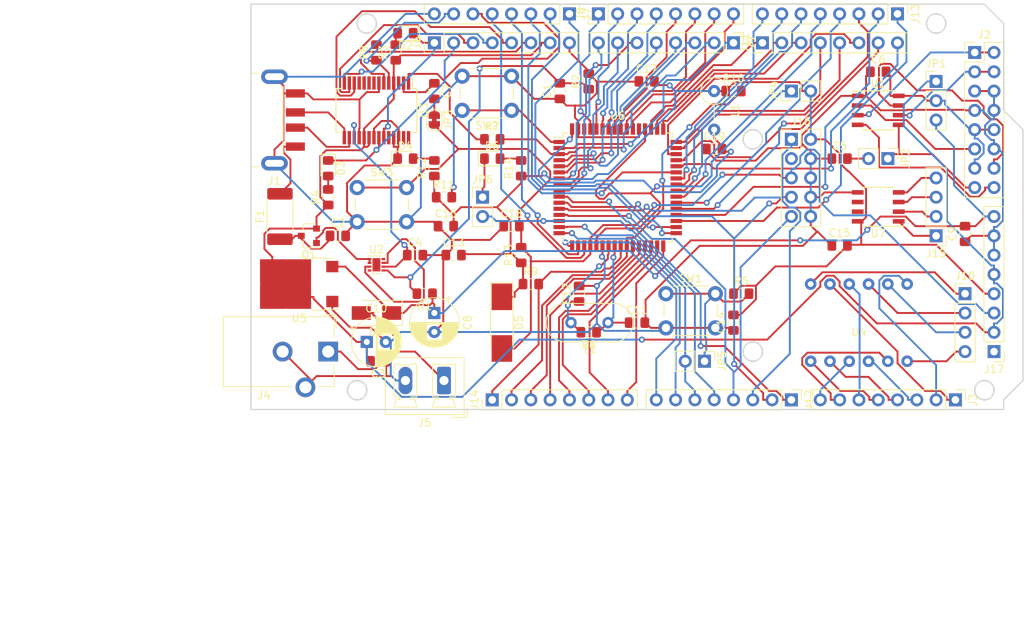
<source format=kicad_pcb>
(kicad_pcb (version 20171130) (host pcbnew 5.0.1)
  (layers (0 F.Cu signal) (31 B.Cu signal) (34 B.Paste user) (35 F.Paste user) (36 B.SilkS user) (37 F.SilkS user) (38 B.Mask user) (39 F.Mask user) (44 Edge.Cuts user))
  (net 0 "")
  (net 1 cmp)
  (net 2 NEGND)
  (net 3 usbvcc)
  (net 4 +5V)
  (net 5 3v3)
  (net 6 "Net-(C5-Pad2)")
  (net 7 NEVCC)
  (net 8 "Net-(C7-Pad1)")
  (net 9 "Net-(C7-Pad2)")
  (net 10 vin)
  (net 11 xtal1)
  (net 12 xtal2)
  (net 13 VCC)
  (net 14 reset)
  (net 15 avcc)
  (net 16 pwrin)
  (net 17 cbus0)
  (net 18 "Net-(D2-Pad2)")
  (net 19 "Net-(D3-Pad2)")
  (net 20 cbus1)
  (net 21 "Net-(D4-Pad2)")
  (net 22 "Net-(D6-Pad1)")
  (net 23 "Net-(D6-Pad2)")
  (net 24 "Net-(J3-Pad1)")
  (net 25 "Net-(J3-Pad2)")
  (net 26 "Net-(J3-Pad3)")
  (net 27 "Net-(J3-Pad4)")
  (net 28 "Net-(J3-Pad5)")
  (net 29 "Net-(J3-Pad6)")
  (net 30 "Net-(J3-Pad7)")
  (net 31 "Net-(J3-Pad8)")
  (net 32 ring)
  (net 33 cbus4)
  (net 34 cbus3)
  (net 35 cbus2)
  (net 36 nwr)
  (net 37 nrd)
  (net 38 ale)
  (net 39 tosc2)
  (net 40 tosc1)
  (net 41 m8txd)
  (net 42 m8rxd)
  (net 43 "Net-(J8-Pad8)")
  (net 44 "Net-(J8-Pad7)")
  (net 45 "Net-(J8-Pad6)")
  (net 46 "Net-(J8-Pad5)")
  (net 47 "Net-(J8-Pad4)")
  (net 48 "Net-(J8-Pad3)")
  (net 49 "Net-(J8-Pad2)")
  (net 50 "Net-(J8-Pad1)")
  (net 51 rdx)
  (net 52 txd)
  (net 53 "Net-(J9-Pad3)")
  (net 54 "Net-(J9-Pad4)")
  (net 55 "Net-(J9-Pad5)")
  (net 56 "Net-(J9-Pad6)")
  (net 57 "Net-(J9-Pad7)")
  (net 58 "Net-(J9-Pad8)")
  (net 59 "Net-(J11-Pad1)")
  (net 60 "Net-(J11-Pad2)")
  (net 61 "Net-(J11-Pad3)")
  (net 62 "Net-(J11-Pad4)")
  (net 63 "Net-(J11-Pad5)")
  (net 64 "Net-(J11-Pad6)")
  (net 65 "Net-(J11-Pad7)")
  (net 66 "Net-(J11-Pad8)")
  (net 67 "Net-(J12-Pad8)")
  (net 68 "Net-(J12-Pad7)")
  (net 69 pb5)
  (net 70 pb4)
  (net 71 miso)
  (net 72 mosi)
  (net 73 sck)
  (net 74 "Net-(J12-Pad1)")
  (net 75 "Net-(J13-Pad1)")
  (net 76 "Net-(J13-Pad2)")
  (net 77 "Net-(J13-Pad3)")
  (net 78 "Net-(J13-Pad4)")
  (net 79 "Net-(J13-Pad5)")
  (net 80 "Net-(J13-Pad6)")
  (net 81 "Net-(J13-Pad7)")
  (net 82 "Net-(J13-Pad8)")
  (net 83 "Net-(J14-Pad8)")
  (net 84 "Net-(J14-Pad7)")
  (net 85 "Net-(J14-Pad6)")
  (net 86 "Net-(J14-Pad5)")
  (net 87 "Net-(J14-Pad4)")
  (net 88 "Net-(J14-Pad3)")
  (net 89 sda)
  (net 90 scl)
  (net 91 NECTRLV)
  (net 92 "Net-(JP4-Pad1)")
  (net 93 "Net-(JP5-Pad1)")
  (net 94 gate_cmd)
  (net 95 npen)
  (net 96 NENTRIG)
  (net 97 NEOUT)
  (net 98 NENRST)
  (net 99 NETHR)
  (net 100 NEDIS)
  (net 101 "Net-(U2-Pad3)")
  (net 102 "Net-(J1-Pad3)")
  (net 103 "Net-(J1-Pad2)")
  (net 104 "Net-(J10-Pad4)")
  (net 105 "Net-(J10-Pad3)")
  (net 106 "Net-(J10-Pad2)")
  (net 107 "Net-(J10-Pad1)")
  (net 108 "Net-(F1-Pad2)")
  (net 109 EECS)
  (net 110 "Net-(J15-Pad2)")
  (net 111 "Net-(J15-Pad3)")
  (net 112 "Net-(J15-Pad4)")
  (module Capacitor_SMD:C_0805_2012Metric_Pad1.15x1.40mm_HandSolder (layer F.Cu) (at 78.74 100.33 90)
    (fp_text reference C1 (at 0 -1.65 90) (layer F.SilkS))
    (fp_text value C)
    (pad 2 smd roundrect (at 1.025 0 90) (size 1.15 1.4) (layers F.Cu F.Paste F.Mask) (roundrect_rratio 0.217391) (net 1 cmp))
    (pad 1 smd roundrect (at -1.025 0 90) (size 1.15 1.4) (layers F.Cu F.Paste F.Mask) (roundrect_rratio 0.217391) (net 2 NEGND))
  )
  (module Capacitor_SMD:C_0805_2012Metric_Pad1.15x1.40mm_HandSolder (layer F.Cu) (at 49.53 119.38)
    (fp_text reference C2 (at 0 -1.65) (layer F.SilkS))
    (fp_text value C)
    (pad 2 smd roundrect (at 1.025 0) (size 1.15 1.4) (layers F.Cu F.Paste F.Mask) (roundrect_rratio 0.217391) (net 2 NEGND))
    (pad 1 smd roundrect (at -1.025 0) (size 1.15 1.4) (layers F.Cu F.Paste F.Mask) (roundrect_rratio 0.217391) (net 3 usbvcc))
  )
  (module Capacitor_SMD:C_0805_2012Metric_Pad1.15x1.40mm_HandSolder (layer F.Cu) (at 54.855 135.89 180)
    (fp_text reference C3 (at 0 -1.65 180) (layer F.SilkS))
    (fp_text value C)
    (pad 1 smd roundrect (at -1.025 0 180) (size 1.15 1.4) (layers F.Cu F.Paste F.Mask) (roundrect_rratio 0.217391) (net 2 NEGND))
    (pad 2 smd roundrect (at 1.025 0 180) (size 1.15 1.4) (layers F.Cu F.Paste F.Mask) (roundrect_rratio 0.217391) (net 4 +5V))
  )
  (module Capacitor_SMD:C_0805_2012Metric_Pad1.15x1.40mm_HandSolder (layer F.Cu) (at 59.69 121.92)
    (fp_text reference C4 (at 0 -1.65) (layer F.SilkS))
    (fp_text value C)
    (pad 2 smd roundrect (at 1.025 0) (size 1.15 1.4) (layers F.Cu F.Paste F.Mask) (roundrect_rratio 0.217391) (net 2 NEGND))
    (pad 1 smd roundrect (at -1.025 0) (size 1.15 1.4) (layers F.Cu F.Paste F.Mask) (roundrect_rratio 0.217391) (net 5 3v3))
  )
  (module Capacitor_SMD:C_0805_2012Metric_Pad1.15x1.40mm_HandSolder (layer F.Cu) (at 115.57 109.22)
    (fp_text reference C5 (at 0 -1.65) (layer F.SilkS))
    (fp_text value "C 10n")
    (pad 1 smd roundrect (at -1.025 0) (size 1.15 1.4) (layers F.Cu F.Paste F.Mask) (roundrect_rratio 0.217391) (net 2 NEGND))
    (pad 2 smd roundrect (at 1.025 0) (size 1.15 1.4) (layers F.Cu F.Paste F.Mask) (roundrect_rratio 0.217391) (net 6 "Net-(C5-Pad2)"))
  )
  (module Capacitor_SMD:C_0805_2012Metric_Pad1.15x1.40mm_HandSolder (layer F.Cu) (at 120.65 97.79)
    (fp_text reference C6 (at 0 -1.65) (layer F.SilkS))
    (fp_text value "C 100n")
    (pad 1 smd roundrect (at -1.025 0) (size 1.15 1.4) (layers F.Cu F.Paste F.Mask) (roundrect_rratio 0.217391) (net 2 NEGND))
    (pad 2 smd roundrect (at 1.025 0) (size 1.15 1.4) (layers F.Cu F.Paste F.Mask) (roundrect_rratio 0.217391) (net 7 NEVCC))
  )
  (module Capacitor_SMD:C_0805_2012Metric_Pad1.15x1.40mm_HandSolder (layer F.Cu) (at 62.23 100.33 270)
    (fp_text reference C7 (at 0 -1.65 270) (layer F.SilkS))
    (fp_text value C)
    (pad 1 smd roundrect (at -1.025 0 270) (size 1.15 1.4) (layers F.Cu F.Paste F.Mask) (roundrect_rratio 0.217391) (net 8 "Net-(C7-Pad1)"))
    (pad 2 smd roundrect (at 1.025 0 270) (size 1.15 1.4) (layers F.Cu F.Paste F.Mask) (roundrect_rratio 0.217391) (net 9 "Net-(C7-Pad2)"))
  )
  (module Capacitor_THT:CP_Radial_D6.3mm_P2.50mm (layer F.Cu) (at 62.23 129.54 270)
    (fp_text reference C8 (at 1.25 -4.4 270) (layer F.SilkS))
    (fp_text value CP)
    (pad 2 thru_hole circle (at 2.5 0 270) (size 1.6 1.6) (drill 0.8) (layers *.Cu *.Mask) (net 2 NEGND))
    (pad 1 thru_hole rect (at 0 0 270) (size 1.6 1.6) (drill 0.8) (layers *.Cu *.Mask) (net 10 vin))
  )
  (module Capacitor_SMD:C_0805_2012Metric_Pad1.15x1.40mm_HandSolder (layer F.Cu) (at 132.08 119.135 90)
    (fp_text reference C9 (at 0 -1.65 90) (layer F.SilkS))
    (fp_text value C)
    (pad 2 smd roundrect (at 1.025 0 90) (size 1.15 1.4) (layers F.Cu F.Paste F.Mask) (roundrect_rratio 0.217391) (net 10 vin))
    (pad 1 smd roundrect (at -1.025 0 90) (size 1.15 1.4) (layers F.Cu F.Paste F.Mask) (roundrect_rratio 0.217391) (net 2 NEGND))
  )
  (module Capacitor_THT:CP_Radial_D6.3mm_P2.50mm (layer F.Cu) (at 53.34 133.35)
    (fp_text reference C10 (at 1.25 -4.4) (layer F.SilkS))
    (fp_text value CP)
    (pad 1 thru_hole rect (at 0 0) (size 1.6 1.6) (drill 0.8) (layers *.Cu *.Mask) (net 4 +5V))
    (pad 2 thru_hole circle (at 2.5 0) (size 1.6 1.6) (drill 0.8) (layers *.Cu *.Mask) (net 2 NEGND))
  )
  (module Capacitor_SMD:C_0805_2012Metric_Pad1.15x1.40mm_HandSolder (layer F.Cu) (at 88.9 130.81)
    (fp_text reference C11 (at 0 -1.65) (layer F.SilkS))
    (fp_text value C)
    (pad 1 smd roundrect (at -1.025 0) (size 1.15 1.4) (layers F.Cu F.Paste F.Mask) (roundrect_rratio 0.217391) (net 11 xtal1))
    (pad 2 smd roundrect (at 1.025 0) (size 1.15 1.4) (layers F.Cu F.Paste F.Mask) (roundrect_rratio 0.217391) (net 2 NEGND))
  )
  (module Capacitor_SMD:C_0805_2012Metric_Pad1.15x1.40mm_HandSolder (layer F.Cu) (at 81.28 127 90)
    (fp_text reference C12 (at 0 -1.65 90) (layer F.SilkS))
    (fp_text value C)
    (pad 2 smd roundrect (at 1.025 0 90) (size 1.15 1.4) (layers F.Cu F.Paste F.Mask) (roundrect_rratio 0.217391) (net 2 NEGND))
    (pad 1 smd roundrect (at -1.025 0 90) (size 1.15 1.4) (layers F.Cu F.Paste F.Mask) (roundrect_rratio 0.217391) (net 12 xtal2))
  )
  (module Capacitor_SMD:C_0805_2012Metric_Pad1.15x1.40mm_HandSolder (layer F.Cu) (at 64.77 121.92)
    (fp_text reference C13 (at 0 -1.65) (layer F.SilkS))
    (fp_text value C)
    (pad 2 smd roundrect (at 1.025 0) (size 1.15 1.4) (layers F.Cu F.Paste F.Mask) (roundrect_rratio 0.217391) (net 13 VCC))
    (pad 1 smd roundrect (at -1.025 0) (size 1.15 1.4) (layers F.Cu F.Paste F.Mask) (roundrect_rratio 0.217391) (net 2 NEGND))
  )
  (module Capacitor_SMD:C_0805_2012Metric_Pad1.15x1.40mm_HandSolder (layer F.Cu) (at 101.6 130.81 90)
    (fp_text reference C14 (at 0 -1.65 90) (layer F.SilkS))
    (fp_text value C)
    (pad 1 smd roundrect (at -1.025 0 90) (size 1.15 1.4) (layers F.Cu F.Paste F.Mask) (roundrect_rratio 0.217391) (net 2 NEGND))
    (pad 2 smd roundrect (at 1.025 0 90) (size 1.15 1.4) (layers F.Cu F.Paste F.Mask) (roundrect_rratio 0.217391) (net 13 VCC))
  )
  (module Capacitor_SMD:C_0805_2012Metric_Pad1.15x1.40mm_HandSolder (layer F.Cu) (at 115.57 120.65)
    (fp_text reference C15 (at 0 -1.65) (layer F.SilkS))
    (fp_text value C)
    (pad 1 smd roundrect (at -1.025 0) (size 1.15 1.4) (layers F.Cu F.Paste F.Mask) (roundrect_rratio 0.217391) (net 2 NEGND))
    (pad 2 smd roundrect (at 1.025 0) (size 1.15 1.4) (layers F.Cu F.Paste F.Mask) (roundrect_rratio 0.217391) (net 13 VCC))
  )
  (module Capacitor_SMD:C_0805_2012Metric_Pad1.15x1.40mm_HandSolder (layer F.Cu) (at 63.745 118.11)
    (fp_text reference C16 (at 0 -1.65) (layer F.SilkS))
    (fp_text value C)
    (pad 2 smd roundrect (at 1.025 0) (size 1.15 1.4) (layers F.Cu F.Paste F.Mask) (roundrect_rratio 0.217391) (net 13 VCC))
    (pad 1 smd roundrect (at -1.025 0) (size 1.15 1.4) (layers F.Cu F.Paste F.Mask) (roundrect_rratio 0.217391) (net 2 NEGND))
  )
  (module Capacitor_SMD:C_0805_2012Metric_Pad1.15x1.40mm_HandSolder (layer F.Cu) (at 90.17 99.06)
    (fp_text reference C17 (at 0 -1.65) (layer F.SilkS))
    (fp_text value C)
    (pad 1 smd roundrect (at -1.025 0) (size 1.15 1.4) (layers F.Cu F.Paste F.Mask) (roundrect_rratio 0.217391) (net 2 NEGND))
    (pad 2 smd roundrect (at 1.025 0) (size 1.15 1.4) (layers F.Cu F.Paste F.Mask) (roundrect_rratio 0.217391) (net 13 VCC))
  )
  (module Capacitor_SMD:C_0805_2012Metric_Pad1.15x1.40mm_HandSolder (layer F.Cu) (at 72.39 118.11)
    (fp_text reference C18 (at 0 -1.65) (layer F.SilkS))
    (fp_text value C)
    (pad 1 smd roundrect (at -1.025 0) (size 1.15 1.4) (layers F.Cu F.Paste F.Mask) (roundrect_rratio 0.217391) (net 2 NEGND))
    (pad 2 smd roundrect (at 1.025 0) (size 1.15 1.4) (layers F.Cu F.Paste F.Mask) (roundrect_rratio 0.217391) (net 14 reset))
  )
  (module Capacitor_SMD:C_0805_2012Metric_Pad1.15x1.40mm_HandSolder (layer F.Cu) (at 99.06 107.95)
    (fp_text reference C19 (at 0 -1.65) (layer F.SilkS))
    (fp_text value C)
    (pad 2 smd roundrect (at 1.025 0) (size 1.15 1.4) (layers F.Cu F.Paste F.Mask) (roundrect_rratio 0.217391) (net 15 avcc))
    (pad 1 smd roundrect (at -1.025 0) (size 1.15 1.4) (layers F.Cu F.Paste F.Mask) (roundrect_rratio 0.217391) (net 2 NEGND))
  )
  (module Diode_SMD:D_SMA (layer F.Cu) (at 54.61 129.54 180)
    (fp_text reference D1 (at 0 -2.5 180) (layer F.SilkS))
    (fp_text value D)
    (pad 1 smd rect (at -2 0 180) (size 2.5 1.8) (layers F.Cu F.Paste F.Mask) (net 10 vin))
    (pad 2 smd rect (at 2 0 180) (size 2.5 1.8) (layers F.Cu F.Paste F.Mask) (net 16 pwrin))
  )
  (module LED_SMD:LED_0805_2012Metric_Pad1.15x1.40mm_HandSolder (layer F.Cu) (at 58.42 92.71 180)
    (fp_text reference D2 (at 0 -1.65 180) (layer F.SilkS))
    (fp_text value LED)
    (pad 1 smd roundrect (at -1.025 0 180) (size 1.15 1.4) (layers F.Cu F.Paste F.Mask) (roundrect_rratio 0.217391) (net 17 cbus0))
    (pad 2 smd roundrect (at 1.025 0 180) (size 1.15 1.4) (layers F.Cu F.Paste F.Mask) (roundrect_rratio 0.217391) (net 18 "Net-(D2-Pad2)"))
  )
  (module LED_SMD:LED_0805_2012Metric_Pad1.15x1.40mm_HandSolder (layer F.Cu) (at 48.26 110.49 270)
    (fp_text reference D3 (at 0 -1.65 270) (layer F.SilkS))
    (fp_text value LED)
    (pad 2 smd roundrect (at 1.025 0 270) (size 1.15 1.4) (layers F.Cu F.Paste F.Mask) (roundrect_rratio 0.217391) (net 19 "Net-(D3-Pad2)"))
    (pad 1 smd roundrect (at -1.025 0 270) (size 1.15 1.4) (layers F.Cu F.Paste F.Mask) (roundrect_rratio 0.217391) (net 20 cbus1))
  )
  (module LED_SMD:LED_0805_2012Metric_Pad1.15x1.40mm_HandSolder (layer F.Cu) (at 58.42 109.22)
    (fp_text reference D4 (at 0 -1.65) (layer F.SilkS))
    (fp_text value LED)
    (pad 2 smd roundrect (at 1.025 0) (size 1.15 1.4) (layers F.Cu F.Paste F.Mask) (roundrect_rratio 0.217391) (net 21 "Net-(D4-Pad2)"))
    (pad 1 smd roundrect (at -1.025 0) (size 1.15 1.4) (layers F.Cu F.Paste F.Mask) (roundrect_rratio 0.217391) (net 2 NEGND))
  )
  (module Diode_SMD:D_MELF_Handsoldering (layer F.Cu) (at 71.12 130.81 270)
    (fp_text reference D5 (at 0 -2.25 270) (layer F.SilkS))
    (fp_text value D)
    (pad 1 smd rect (at -3.4 0 270) (size 3.5 2.7) (layers F.Cu F.Paste F.Mask) (net 13 VCC))
    (pad 2 smd rect (at 3.4 0 270) (size 3.5 2.7) (layers F.Cu F.Paste F.Mask) (net 14 reset))
  )
  (module LED_SMD:LED_0805_2012Metric_Pad1.15x1.40mm_HandSolder (layer F.Cu) (at 69.85 109.22)
    (fp_text reference D6 (at 0 -1.65) (layer F.SilkS))
    (fp_text value LED)
    (pad 1 smd roundrect (at -1.025 0) (size 1.15 1.4) (layers F.Cu F.Paste F.Mask) (roundrect_rratio 0.217391) (net 22 "Net-(D6-Pad1)"))
    (pad 2 smd roundrect (at 1.025 0) (size 1.15 1.4) (layers F.Cu F.Paste F.Mask) (roundrect_rratio 0.217391) (net 23 "Net-(D6-Pad2)"))
  )
  (module Connector_PinHeader_2.54mm:PinHeader_1x08_P2.54mm_Vertical (layer F.Cu) (at 130.81 140.97 270)
    (fp_text reference J3 (at 0 -2.33 270) (layer F.SilkS))
    (fp_text value 7SEG)
    (pad 1 thru_hole rect (at 0 0 270) (size 1.7 1.7) (drill 1) (layers *.Cu *.Mask) (net 24 "Net-(J3-Pad1)"))
    (pad 2 thru_hole oval (at 0 2.54 270) (size 1.7 1.7) (drill 1) (layers *.Cu *.Mask) (net 25 "Net-(J3-Pad2)"))
    (pad 3 thru_hole oval (at 0 5.08 270) (size 1.7 1.7) (drill 1) (layers *.Cu *.Mask) (net 26 "Net-(J3-Pad3)"))
    (pad 4 thru_hole oval (at 0 7.62 270) (size 1.7 1.7) (drill 1) (layers *.Cu *.Mask) (net 27 "Net-(J3-Pad4)"))
    (pad 5 thru_hole oval (at 0 10.16 270) (size 1.7 1.7) (drill 1) (layers *.Cu *.Mask) (net 28 "Net-(J3-Pad5)"))
    (pad 6 thru_hole oval (at 0 12.7 270) (size 1.7 1.7) (drill 1) (layers *.Cu *.Mask) (net 29 "Net-(J3-Pad6)"))
    (pad 7 thru_hole oval (at 0 15.24 270) (size 1.7 1.7) (drill 1) (layers *.Cu *.Mask) (net 30 "Net-(J3-Pad7)"))
    (pad 8 thru_hole oval (at 0 17.78 270) (size 1.7 1.7) (drill 1) (layers *.Cu *.Mask) (net 31 "Net-(J3-Pad8)"))
  )
  (module Connector_BarrelJack:BarrelJack_CUI_PJ-102AH_Horizontal (layer F.Cu) (at 48.26 134.62 270)
    (fp_text reference J4 (at 5.75 8.45) (layer F.SilkS))
    (fp_text value DCJ0202)
    (pad 1 thru_hole rect (at 0 0 270) (size 2.6 2.6) (drill 1.6) (layers *.Cu *.Mask) (net 16 pwrin))
    (pad 2 thru_hole circle (at 0 6 270) (size 2.6 2.6) (drill 1.6) (layers *.Cu *.Mask) (net 2 NEGND))
    (pad 3 thru_hole circle (at 4.7 3 270) (size 2.6 2.6) (drill 1.6) (layers *.Cu *.Mask) (net 2 NEGND))
  )
  (module Connector_Phoenix_MC_HighVoltage:PhoenixContact_MCV_1,5_2-G-5.08_1x02_P5.08mm_Vertical (layer F.Cu) (at 63.5 138.43 180)
    (fp_text reference J5 (at 2.54 -5.55 180) (layer F.SilkS))
    (fp_text value PWR)
    (pad 1 thru_hole roundrect (at 0 0 180) (size 1.8 3.6) (drill 1.2) (layers *.Cu *.Mask) (roundrect_rratio 0.138889) (net 16 pwrin))
    (pad 2 thru_hole oval (at 5.08 0 180) (size 1.8 3.6) (drill 1.2) (layers *.Cu *.Mask) (net 2 NEGND))
  )
  (module Connector_PinHeader_2.54mm:PinHeader_1x08_P2.54mm_Vertical (layer F.Cu) (at 62.23 93.98 90)
    (fp_text reference J6 (at 0 -2.33 90) (layer F.SilkS))
    (fp_text value UART)
    (pad 8 thru_hole oval (at 0 17.78 90) (size 1.7 1.7) (drill 1) (layers *.Cu *.Mask) (net 2 NEGND))
    (pad 7 thru_hole oval (at 0 15.24 90) (size 1.7 1.7) (drill 1) (layers *.Cu *.Mask) (net 4 +5V))
    (pad 6 thru_hole oval (at 0 12.7 90) (size 1.7 1.7) (drill 1) (layers *.Cu *.Mask) (net 32 ring))
    (pad 5 thru_hole oval (at 0 10.16 90) (size 1.7 1.7) (drill 1) (layers *.Cu *.Mask) (net 33 cbus4))
    (pad 4 thru_hole oval (at 0 7.62 90) (size 1.7 1.7) (drill 1) (layers *.Cu *.Mask) (net 34 cbus3))
    (pad 3 thru_hole oval (at 0 5.08 90) (size 1.7 1.7) (drill 1) (layers *.Cu *.Mask) (net 35 cbus2))
    (pad 2 thru_hole oval (at 0 2.54 90) (size 1.7 1.7) (drill 1) (layers *.Cu *.Mask) (net 20 cbus1))
    (pad 1 thru_hole rect (at 0 0 90) (size 1.7 1.7) (drill 1) (layers *.Cu *.Mask) (net 17 cbus0))
  )
  (module Connector_PinHeader_2.54mm:PinHeader_1x08_P2.54mm_Vertical (layer F.Cu) (at 80.01 90.17 270)
    (fp_text reference J7 (at 0 -2.33 270) (layer F.SilkS))
    (fp_text value PG)
    (pad 1 thru_hole rect (at 0 0 270) (size 1.7 1.7) (drill 1) (layers *.Cu *.Mask) (net 36 nwr))
    (pad 2 thru_hole oval (at 0 2.54 270) (size 1.7 1.7) (drill 1) (layers *.Cu *.Mask) (net 37 nrd))
    (pad 3 thru_hole oval (at 0 5.08 270) (size 1.7 1.7) (drill 1) (layers *.Cu *.Mask) (net 38 ale))
    (pad 4 thru_hole oval (at 0 7.62 270) (size 1.7 1.7) (drill 1) (layers *.Cu *.Mask) (net 39 tosc2))
    (pad 5 thru_hole oval (at 0 10.16 270) (size 1.7 1.7) (drill 1) (layers *.Cu *.Mask) (net 40 tosc1))
    (pad 6 thru_hole oval (at 0 12.7 270) (size 1.7 1.7) (drill 1) (layers *.Cu *.Mask) (net 41 m8txd))
    (pad 7 thru_hole oval (at 0 15.24 270) (size 1.7 1.7) (drill 1) (layers *.Cu *.Mask) (net 42 m8rxd))
    (pad 8 thru_hole oval (at 0 17.78 270) (size 1.7 1.7) (drill 1) (layers *.Cu *.Mask) (net 2 NEGND))
  )
  (module Connector_PinHeader_2.54mm:PinHeader_1x08_P2.54mm_Vertical (layer F.Cu) (at 83.82 90.17 90)
    (fp_text reference J8 (at 0 -2.33 90) (layer F.SilkS))
    (fp_text value PF)
    (pad 8 thru_hole oval (at 0 17.78 90) (size 1.7 1.7) (drill 1) (layers *.Cu *.Mask) (net 43 "Net-(J8-Pad8)"))
    (pad 7 thru_hole oval (at 0 15.24 90) (size 1.7 1.7) (drill 1) (layers *.Cu *.Mask) (net 44 "Net-(J8-Pad7)"))
    (pad 6 thru_hole oval (at 0 12.7 90) (size 1.7 1.7) (drill 1) (layers *.Cu *.Mask) (net 45 "Net-(J8-Pad6)"))
    (pad 5 thru_hole oval (at 0 10.16 90) (size 1.7 1.7) (drill 1) (layers *.Cu *.Mask) (net 46 "Net-(J8-Pad5)"))
    (pad 4 thru_hole oval (at 0 7.62 90) (size 1.7 1.7) (drill 1) (layers *.Cu *.Mask) (net 47 "Net-(J8-Pad4)"))
    (pad 3 thru_hole oval (at 0 5.08 90) (size 1.7 1.7) (drill 1) (layers *.Cu *.Mask) (net 48 "Net-(J8-Pad3)"))
    (pad 2 thru_hole oval (at 0 2.54 90) (size 1.7 1.7) (drill 1) (layers *.Cu *.Mask) (net 49 "Net-(J8-Pad2)"))
    (pad 1 thru_hole rect (at 0 0 90) (size 1.7 1.7) (drill 1) (layers *.Cu *.Mask) (net 50 "Net-(J8-Pad1)"))
  )
  (module Connector_PinHeader_2.54mm:PinHeader_1x08_P2.54mm_Vertical (layer F.Cu) (at 101.6 93.98 270)
    (fp_text reference J9 (at 0 -2.33 270) (layer F.SilkS))
    (fp_text value PE)
    (pad 1 thru_hole rect (at 0 0 270) (size 1.7 1.7) (drill 1) (layers *.Cu *.Mask) (net 51 rdx))
    (pad 2 thru_hole oval (at 0 2.54 270) (size 1.7 1.7) (drill 1) (layers *.Cu *.Mask) (net 52 txd))
    (pad 3 thru_hole oval (at 0 5.08 270) (size 1.7 1.7) (drill 1) (layers *.Cu *.Mask) (net 53 "Net-(J9-Pad3)"))
    (pad 4 thru_hole oval (at 0 7.62 270) (size 1.7 1.7) (drill 1) (layers *.Cu *.Mask) (net 54 "Net-(J9-Pad4)"))
    (pad 5 thru_hole oval (at 0 10.16 270) (size 1.7 1.7) (drill 1) (layers *.Cu *.Mask) (net 55 "Net-(J9-Pad5)"))
    (pad 6 thru_hole oval (at 0 12.7 270) (size 1.7 1.7) (drill 1) (layers *.Cu *.Mask) (net 56 "Net-(J9-Pad6)"))
    (pad 7 thru_hole oval (at 0 15.24 270) (size 1.7 1.7) (drill 1) (layers *.Cu *.Mask) (net 57 "Net-(J9-Pad7)"))
    (pad 8 thru_hole oval (at 0 17.78 270) (size 1.7 1.7) (drill 1) (layers *.Cu *.Mask) (net 58 "Net-(J9-Pad8)"))
  )
  (module Connector_PinHeader_2.54mm:PinHeader_1x08_P2.54mm_Vertical (layer F.Cu) (at 105.41 93.98 90)
    (fp_text reference J11 (at 0 -2.33 90) (layer F.SilkS))
    (fp_text value PA)
    (pad 1 thru_hole rect (at 0 0 90) (size 1.7 1.7) (drill 1) (layers *.Cu *.Mask) (net 59 "Net-(J11-Pad1)"))
    (pad 2 thru_hole oval (at 0 2.54 90) (size 1.7 1.7) (drill 1) (layers *.Cu *.Mask) (net 60 "Net-(J11-Pad2)"))
    (pad 3 thru_hole oval (at 0 5.08 90) (size 1.7 1.7) (drill 1) (layers *.Cu *.Mask) (net 61 "Net-(J11-Pad3)"))
    (pad 4 thru_hole oval (at 0 7.62 90) (size 1.7 1.7) (drill 1) (layers *.Cu *.Mask) (net 62 "Net-(J11-Pad4)"))
    (pad 5 thru_hole oval (at 0 10.16 90) (size 1.7 1.7) (drill 1) (layers *.Cu *.Mask) (net 63 "Net-(J11-Pad5)"))
    (pad 6 thru_hole oval (at 0 12.7 90) (size 1.7 1.7) (drill 1) (layers *.Cu *.Mask) (net 64 "Net-(J11-Pad6)"))
    (pad 7 thru_hole oval (at 0 15.24 90) (size 1.7 1.7) (drill 1) (layers *.Cu *.Mask) (net 65 "Net-(J11-Pad7)"))
    (pad 8 thru_hole oval (at 0 17.78 90) (size 1.7 1.7) (drill 1) (layers *.Cu *.Mask) (net 66 "Net-(J11-Pad8)"))
  )
  (module Connector_PinHeader_2.54mm:PinHeader_1x08_P2.54mm_Vertical (layer F.Cu) (at 109.22 140.97 270)
    (fp_text reference J12 (at 0 -2.33 270) (layer F.SilkS))
    (fp_text value PB)
    (pad 8 thru_hole oval (at 0 17.78 270) (size 1.7 1.7) (drill 1) (layers *.Cu *.Mask) (net 67 "Net-(J12-Pad8)"))
    (pad 7 thru_hole oval (at 0 15.24 270) (size 1.7 1.7) (drill 1) (layers *.Cu *.Mask) (net 68 "Net-(J12-Pad7)"))
    (pad 6 thru_hole oval (at 0 12.7 270) (size 1.7 1.7) (drill 1) (layers *.Cu *.Mask) (net 69 pb5))
    (pad 5 thru_hole oval (at 0 10.16 270) (size 1.7 1.7) (drill 1) (layers *.Cu *.Mask) (net 70 pb4))
    (pad 4 thru_hole oval (at 0 7.62 270) (size 1.7 1.7) (drill 1) (layers *.Cu *.Mask) (net 71 miso))
    (pad 3 thru_hole oval (at 0 5.08 270) (size 1.7 1.7) (drill 1) (layers *.Cu *.Mask) (net 72 mosi))
    (pad 2 thru_hole oval (at 0 2.54 270) (size 1.7 1.7) (drill 1) (layers *.Cu *.Mask) (net 73 sck))
    (pad 1 thru_hole rect (at 0 0 270) (size 1.7 1.7) (drill 1) (layers *.Cu *.Mask) (net 74 "Net-(J12-Pad1)"))
  )
  (module Connector_PinHeader_2.54mm:PinHeader_1x08_P2.54mm_Vertical (layer F.Cu) (at 123.19 90.17 270)
    (fp_text reference J13 (at 0 -2.33 270) (layer F.SilkS))
    (fp_text value PC)
    (pad 1 thru_hole rect (at 0 0 270) (size 1.7 1.7) (drill 1) (layers *.Cu *.Mask) (net 75 "Net-(J13-Pad1)"))
    (pad 2 thru_hole oval (at 0 2.54 270) (size 1.7 1.7) (drill 1) (layers *.Cu *.Mask) (net 76 "Net-(J13-Pad2)"))
    (pad 3 thru_hole oval (at 0 5.08 270) (size 1.7 1.7) (drill 1) (layers *.Cu *.Mask) (net 77 "Net-(J13-Pad3)"))
    (pad 4 thru_hole oval (at 0 7.62 270) (size 1.7 1.7) (drill 1) (layers *.Cu *.Mask) (net 78 "Net-(J13-Pad4)"))
    (pad 5 thru_hole oval (at 0 10.16 270) (size 1.7 1.7) (drill 1) (layers *.Cu *.Mask) (net 79 "Net-(J13-Pad5)"))
    (pad 6 thru_hole oval (at 0 12.7 270) (size 1.7 1.7) (drill 1) (layers *.Cu *.Mask) (net 80 "Net-(J13-Pad6)"))
    (pad 7 thru_hole oval (at 0 15.24 270) (size 1.7 1.7) (drill 1) (layers *.Cu *.Mask) (net 81 "Net-(J13-Pad7)"))
    (pad 8 thru_hole oval (at 0 17.78 270) (size 1.7 1.7) (drill 1) (layers *.Cu *.Mask) (net 82 "Net-(J13-Pad8)"))
  )
  (module Connector_PinHeader_2.54mm:PinHeader_1x08_P2.54mm_Vertical (layer F.Cu) (at 69.85 140.97 90)
    (fp_text reference J14 (at 0 -2.33 90) (layer F.SilkS))
    (fp_text value PD)
    (pad 8 thru_hole oval (at 0 17.78 90) (size 1.7 1.7) (drill 1) (layers *.Cu *.Mask) (net 83 "Net-(J14-Pad8)"))
    (pad 7 thru_hole oval (at 0 15.24 90) (size 1.7 1.7) (drill 1) (layers *.Cu *.Mask) (net 84 "Net-(J14-Pad7)"))
    (pad 6 thru_hole oval (at 0 12.7 90) (size 1.7 1.7) (drill 1) (layers *.Cu *.Mask) (net 85 "Net-(J14-Pad6)"))
    (pad 5 thru_hole oval (at 0 10.16 90) (size 1.7 1.7) (drill 1) (layers *.Cu *.Mask) (net 86 "Net-(J14-Pad5)"))
    (pad 4 thru_hole oval (at 0 7.62 90) (size 1.7 1.7) (drill 1) (layers *.Cu *.Mask) (net 87 "Net-(J14-Pad4)"))
    (pad 3 thru_hole oval (at 0 5.08 90) (size 1.7 1.7) (drill 1) (layers *.Cu *.Mask) (net 88 "Net-(J14-Pad3)"))
    (pad 2 thru_hole oval (at 0 2.54 90) (size 1.7 1.7) (drill 1) (layers *.Cu *.Mask) (net 89 sda))
    (pad 1 thru_hole rect (at 0 0 90) (size 1.7 1.7) (drill 1) (layers *.Cu *.Mask) (net 90 scl))
  )
  (module Connector_PinHeader_2.54mm:PinHeader_1x08_P2.54mm_Vertical (layer F.Cu) (at 135.89 134.62 180)
    (fp_text reference J17 (at 0 -2.33 180) (layer F.SilkS))
    (fp_text value POWER)
    (pad 8 thru_hole oval (at 0 17.78 180) (size 1.7 1.7) (drill 1) (layers *.Cu *.Mask) (net 10 vin))
    (pad 7 thru_hole oval (at 0 15.24 180) (size 1.7 1.7) (drill 1) (layers *.Cu *.Mask) (net 2 NEGND))
    (pad 6 thru_hole oval (at 0 12.7 180) (size 1.7 1.7) (drill 1) (layers *.Cu *.Mask) (net 2 NEGND))
    (pad 5 thru_hole oval (at 0 10.16 180) (size 1.7 1.7) (drill 1) (layers *.Cu *.Mask) (net 4 +5V))
    (pad 4 thru_hole oval (at 0 7.62 180) (size 1.7 1.7) (drill 1) (layers *.Cu *.Mask) (net 13 VCC))
    (pad 3 thru_hole oval (at 0 5.08 180) (size 1.7 1.7) (drill 1) (layers *.Cu *.Mask) (net 14 reset))
    (pad 2 thru_hole oval (at 0 2.54 180) (size 1.7 1.7) (drill 1) (layers *.Cu *.Mask) (net 4 +5V))
    (pad 1 thru_hole rect (at 0 0 180) (size 1.7 1.7) (drill 1) (layers *.Cu *.Mask))
  )
  (module Connector_PinHeader_2.54mm:PinHeader_1x03_P2.54mm_Vertical (layer F.Cu) (at 128.27 99.06)
    (fp_text reference JP1 (at 0 -2.33) (layer F.SilkS))
    (fp_text value 5v/vin)
    (pad 1 thru_hole rect (at 0 0) (size 1.7 1.7) (drill 1) (layers *.Cu *.Mask) (net 4 +5V))
    (pad 2 thru_hole oval (at 0 2.54) (size 1.7 1.7) (drill 1) (layers *.Cu *.Mask) (net 7 NEVCC))
    (pad 3 thru_hole oval (at 0 5.08) (size 1.7 1.7) (drill 1) (layers *.Cu *.Mask) (net 10 vin))
  )
  (module Connector_PinHeader_2.54mm:PinHeader_1x02_P2.54mm_Vertical (layer F.Cu) (at 121.92 109.22 270)
    (fp_text reference JP2 (at 0 -2.33 270) (layer F.SilkS))
    (fp_text value CTLR)
    (pad 2 thru_hole oval (at 0 2.54 270) (size 1.7 1.7) (drill 1) (layers *.Cu *.Mask) (net 6 "Net-(C5-Pad2)"))
    (pad 1 thru_hole rect (at 0 0 270) (size 1.7 1.7) (drill 1) (layers *.Cu *.Mask) (net 91 NECTRLV))
  )
  (module Jumper:SolderJumper-2_P1.3mm_Bridged_RoundedPad1.0x1.5mm (layer F.Cu) (at 62.23 104.14 270)
    (fp_text reference JP3 (at 0 -1.8 270) (layer F.SilkS))
    (fp_text value Jumper)
    (pad 1 smd custom (at -0.65 0 270) (size 1 0.5) (layers F.Cu F.Mask) (net 9 "Net-(C7-Pad2)") (options (clearance outline) (anchor rect)) (primitives (gr_circle (center 0 0.25) (end 0.5 0.25) (width 0)) (gr_circle (center 0 -0.25) (end 0.5 -0.25) (width 0)) (gr_poly (pts (xy 0 -0.75) (xy 0.5 -0.75) (xy 0.5 0.75) (xy 0 0.75)) (width 0)) (gr_poly (pts (xy 0.9 -0.3) (xy 0.4 -0.3) (xy 0.4 0.3) (xy 0.9 0.3)) (width 0))))
    (pad 2 smd custom (at 0.65 0 270) (size 1 0.5) (layers F.Cu F.Mask) (net 14 reset) (options (clearance outline) (anchor rect)) (primitives (gr_circle (center 0 0.25) (end 0.5 0.25) (width 0)) (gr_circle (center 0 -0.25) (end 0.5 -0.25) (width 0)) (gr_poly (pts (xy 0 -0.75) (xy -0.5 -0.75) (xy -0.5 0.75) (xy 0 0.75)) (width 0))))
  )
  (module Connector_PinHeader_2.54mm:PinHeader_1x02_P2.54mm_Vertical (layer F.Cu) (at 109.22 100.33 90)
    (fp_text reference JP4 (at 0 -2.33 90) (layer F.SilkS))
    (fp_text value Jumper)
    (pad 1 thru_hole rect (at 0 0 90) (size 1.7 1.7) (drill 1) (layers *.Cu *.Mask) (net 92 "Net-(JP4-Pad1)"))
    (pad 2 thru_hole oval (at 0 2.54 90) (size 1.7 1.7) (drill 1) (layers *.Cu *.Mask) (net 13 VCC))
  )
  (module Connector_PinHeader_2.54mm:PinHeader_1x02_P2.54mm_Vertical (layer F.Cu) (at 97.79 135.89 270)
    (fp_text reference JP5 (at 0 -2.33 270) (layer F.SilkS))
    (fp_text value JOP)
    (pad 1 thru_hole rect (at 0 0 270) (size 1.7 1.7) (drill 1) (layers *.Cu *.Mask) (net 93 "Net-(JP5-Pad1)"))
    (pad 2 thru_hole oval (at 0 2.54 270) (size 1.7 1.7) (drill 1) (layers *.Cu *.Mask) (net 69 pb5))
  )
  (module Connector_PinHeader_2.54mm:PinHeader_1x02_P2.54mm_Vertical (layer F.Cu) (at 68.58 114.3)
    (fp_text reference JP6 (at 0 -2.33) (layer F.SilkS))
    (fp_text value Jumper)
    (pad 2 thru_hole oval (at 0 2.54) (size 1.7 1.7) (drill 1) (layers *.Cu *.Mask) (net 70 pb4))
    (pad 1 thru_hole rect (at 0 0) (size 1.7 1.7) (drill 1) (layers *.Cu *.Mask) (net 22 "Net-(D6-Pad1)"))
  )
  (module Inductor_THT:L_Axial_L7.0mm_D3.3mm_P5.08mm_Vertical_Fastron_MICC (layer F.Cu) (at 99.06 100.33 270)
    (fp_text reference L1 (at 2.54 -2.77 270) (layer F.SilkS))
    (fp_text value L)
    (pad 1 thru_hole circle (at 0 0 270) (size 1.6 1.6) (drill 0.8) (layers *.Cu *.Mask) (net 13 VCC))
    (pad 2 thru_hole oval (at 5.08 0 270) (size 1.6 1.6) (drill 0.8) (layers *.Cu *.Mask) (net 15 avcc))
  )
  (module Package_TO_SOT_SMD:SOT-23 (layer F.Cu) (at 45.72 119.38 180)
    (fp_text reference Q1 (at 0 -2.5 180) (layer F.SilkS))
    (fp_text value FDN340P)
    (pad 1 smd rect (at -1 -0.95 180) (size 0.9 0.8) (layers F.Cu F.Paste F.Mask) (net 94 gate_cmd))
    (pad 2 smd rect (at -1 0.95 180) (size 0.9 0.8) (layers F.Cu F.Paste F.Mask) (net 4 +5V))
    (pad 3 smd rect (at 1 0 180) (size 0.9 0.8) (layers F.Cu F.Paste F.Mask) (net 3 usbvcc))
  )
  (module Resistor_SMD:R_0805_2012Metric_Pad1.15x1.40mm_HandSolder (layer F.Cu) (at 60.96 127 180)
    (fp_text reference R1 (at 0 -1.65 180) (layer F.SilkS))
    (fp_text value R)
    (pad 1 smd roundrect (at -1.025 0 180) (size 1.15 1.4) (layers F.Cu F.Paste F.Mask) (roundrect_rratio 0.217391) (net 10 vin))
    (pad 2 smd roundrect (at 1.025 0 180) (size 1.15 1.4) (layers F.Cu F.Paste F.Mask) (roundrect_rratio 0.217391) (net 1 cmp))
  )
  (module Resistor_SMD:R_0805_2012Metric_Pad1.15x1.40mm_HandSolder (layer F.Cu) (at 82.55 99.06 90)
    (fp_text reference R2 (at 0 -1.65 90) (layer F.SilkS))
    (fp_text value R)
    (pad 2 smd roundrect (at 1.025 0 90) (size 1.15 1.4) (layers F.Cu F.Paste F.Mask) (roundrect_rratio 0.217391) (net 2 NEGND))
    (pad 1 smd roundrect (at -1.025 0 90) (size 1.15 1.4) (layers F.Cu F.Paste F.Mask) (roundrect_rratio 0.217391) (net 1 cmp))
  )
  (module Resistor_SMD:R_0805_2012Metric_Pad1.15x1.40mm_HandSolder (layer F.Cu) (at 57.15 95.25 90)
    (fp_text reference R3 (at 0 -1.65 90) (layer F.SilkS))
    (fp_text value R)
    (pad 1 smd roundrect (at -1.025 0 90) (size 1.15 1.4) (layers F.Cu F.Paste F.Mask) (roundrect_rratio 0.217391) (net 4 +5V))
    (pad 2 smd roundrect (at 1.025 0 90) (size 1.15 1.4) (layers F.Cu F.Paste F.Mask) (roundrect_rratio 0.217391) (net 18 "Net-(D2-Pad2)"))
  )
  (module Resistor_SMD:R_0805_2012Metric_Pad1.15x1.40mm_HandSolder (layer F.Cu) (at 48.26 114.3 90)
    (fp_text reference R4 (at 0 -1.65 90) (layer F.SilkS))
    (fp_text value R)
    (pad 2 smd roundrect (at 1.025 0 90) (size 1.15 1.4) (layers F.Cu F.Paste F.Mask) (roundrect_rratio 0.217391) (net 19 "Net-(D3-Pad2)"))
    (pad 1 smd roundrect (at -1.025 0 90) (size 1.15 1.4) (layers F.Cu F.Paste F.Mask) (roundrect_rratio 0.217391) (net 4 +5V))
  )
  (module Resistor_SMD:R_0805_2012Metric_Pad1.15x1.40mm_HandSolder (layer F.Cu) (at 102.625 127)
    (fp_text reference R5 (at 0 -1.65) (layer F.SilkS))
    (fp_text value R)
    (pad 2 smd roundrect (at 1.025 0) (size 1.15 1.4) (layers F.Cu F.Paste F.Mask) (roundrect_rratio 0.217391) (net 93 "Net-(JP5-Pad1)"))
    (pad 1 smd roundrect (at -1.025 0) (size 1.15 1.4) (layers F.Cu F.Paste F.Mask) (roundrect_rratio 0.217391) (net 13 VCC))
  )
  (module Resistor_SMD:R_0805_2012Metric_Pad1.15x1.40mm_HandSolder (layer F.Cu) (at 82.55 132.08 180)
    (fp_text reference R6 (at 0 -1.65 180) (layer F.SilkS))
    (fp_text value R)
    (pad 1 smd roundrect (at -1.025 0 180) (size 1.15 1.4) (layers F.Cu F.Paste F.Mask) (roundrect_rratio 0.217391) (net 11 xtal1))
    (pad 2 smd roundrect (at 1.025 0 180) (size 1.15 1.4) (layers F.Cu F.Paste F.Mask) (roundrect_rratio 0.217391) (net 12 xtal2))
  )
  (module Resistor_SMD:R_0805_2012Metric_Pad1.15x1.40mm_HandSolder (layer F.Cu) (at 69.85 106.68)
    (fp_text reference R7 (at 0 -1.65) (layer F.SilkS))
    (fp_text value R)
    (pad 2 smd roundrect (at 1.025 0) (size 1.15 1.4) (layers F.Cu F.Paste F.Mask) (roundrect_rratio 0.217391) (net 52 txd))
    (pad 1 smd roundrect (at -1.025 0) (size 1.15 1.4) (layers F.Cu F.Paste F.Mask) (roundrect_rratio 0.217391) (net 41 m8txd))
  )
  (module Resistor_SMD:R_0805_2012Metric_Pad1.15x1.40mm_HandSolder (layer F.Cu) (at 54.61 95.25 90)
    (fp_text reference R8 (at 0 -1.65 90) (layer F.SilkS))
    (fp_text value R)
    (pad 1 smd roundrect (at -1.025 0 90) (size 1.15 1.4) (layers F.Cu F.Paste F.Mask) (roundrect_rratio 0.217391) (net 42 m8rxd))
    (pad 2 smd roundrect (at 1.025 0 90) (size 1.15 1.4) (layers F.Cu F.Paste F.Mask) (roundrect_rratio 0.217391))
  )
  (module Resistor_SMD:R_0805_2012Metric_Pad1.15x1.40mm_HandSolder (layer F.Cu) (at 74.93 125.73)
    (fp_text reference R9 (at 0 -1.65) (layer F.SilkS))
    (fp_text value R)
    (pad 1 smd roundrect (at -1.025 0) (size 1.15 1.4) (layers F.Cu F.Paste F.Mask) (roundrect_rratio 0.217391) (net 13 VCC))
    (pad 2 smd roundrect (at 1.025 0) (size 1.15 1.4) (layers F.Cu F.Paste F.Mask) (roundrect_rratio 0.217391) (net 90 scl))
  )
  (module Resistor_SMD:R_0805_2012Metric_Pad1.15x1.40mm_HandSolder (layer F.Cu) (at 101.6 100.33)
    (fp_text reference R10 (at 0 -1.65) (layer F.SilkS))
    (fp_text value R)
    (pad 2 smd roundrect (at 1.025 0) (size 1.15 1.4) (layers F.Cu F.Paste F.Mask) (roundrect_rratio 0.217391) (net 89 sda))
    (pad 1 smd roundrect (at -1.025 0) (size 1.15 1.4) (layers F.Cu F.Paste F.Mask) (roundrect_rratio 0.217391) (net 13 VCC))
  )
  (module Resistor_SMD:R_0805_2012Metric_Pad1.15x1.40mm_HandSolder (layer F.Cu) (at 63.5 114.3)
    (fp_text reference R11 (at 0 -1.65) (layer F.SilkS))
    (fp_text value R)
    (pad 1 smd roundrect (at -1.025 0) (size 1.15 1.4) (layers F.Cu F.Paste F.Mask) (roundrect_rratio 0.217391) (net 13 VCC))
    (pad 2 smd roundrect (at 1.025 0) (size 1.15 1.4) (layers F.Cu F.Paste F.Mask) (roundrect_rratio 0.217391) (net 95 npen))
  )
  (module Resistor_SMD:R_0805_2012Metric_Pad1.15x1.40mm_HandSolder (layer F.Cu) (at 62.23 110.49 90)
    (fp_text reference R12 (at 0 -1.65 90) (layer F.SilkS))
    (fp_text value R)
    (pad 1 smd roundrect (at -1.025 0 90) (size 1.15 1.4) (layers F.Cu F.Paste F.Mask) (roundrect_rratio 0.217391) (net 13 VCC))
    (pad 2 smd roundrect (at 1.025 0 90) (size 1.15 1.4) (layers F.Cu F.Paste F.Mask) (roundrect_rratio 0.217391) (net 21 "Net-(D4-Pad2)"))
  )
  (module Resistor_SMD:R_0805_2012Metric_Pad1.15x1.40mm_HandSolder (layer F.Cu) (at 73.66 121.92 90)
    (fp_text reference R13 (at 0 -1.65 90) (layer F.SilkS))
    (fp_text value R)
    (pad 2 smd roundrect (at 1.025 0 90) (size 1.15 1.4) (layers F.Cu F.Paste F.Mask) (roundrect_rratio 0.217391) (net 14 reset))
    (pad 1 smd roundrect (at -1.025 0 90) (size 1.15 1.4) (layers F.Cu F.Paste F.Mask) (roundrect_rratio 0.217391) (net 13 VCC))
  )
  (module Resistor_SMD:R_0805_2012Metric_Pad1.15x1.40mm_HandSolder (layer F.Cu) (at 73.66 110.49 90)
    (fp_text reference R14 (at 0 -1.65 90) (layer F.SilkS))
    (fp_text value R)
    (pad 2 smd roundrect (at 1.025 0 90) (size 1.15 1.4) (layers F.Cu F.Paste F.Mask) (roundrect_rratio 0.217391) (net 23 "Net-(D6-Pad2)"))
    (pad 1 smd roundrect (at -1.025 0 90) (size 1.15 1.4) (layers F.Cu F.Paste F.Mask) (roundrect_rratio 0.217391) (net 13 VCC))
  )
  (module Package_SO:SOIC-8_3.9x4.9mm_P1.27mm (layer F.Cu) (at 120.65 102.87)
    (fp_text reference U1 (at 0 -3.5) (layer F.SilkS))
    (fp_text value ICM7555)
    (pad 1 smd rect (at -2.7 -1.905) (size 1.55 0.6) (layers F.Cu F.Paste F.Mask) (net 2 NEGND))
    (pad 2 smd rect (at -2.7 -0.635) (size 1.55 0.6) (layers F.Cu F.Paste F.Mask) (net 96 NENTRIG))
    (pad 3 smd rect (at -2.7 0.635) (size 1.55 0.6) (layers F.Cu F.Paste F.Mask) (net 97 NEOUT))
    (pad 4 smd rect (at -2.7 1.905) (size 1.55 0.6) (layers F.Cu F.Paste F.Mask) (net 98 NENRST))
    (pad 5 smd rect (at 2.7 1.905) (size 1.55 0.6) (layers F.Cu F.Paste F.Mask) (net 91 NECTRLV))
    (pad 6 smd rect (at 2.7 0.635) (size 1.55 0.6) (layers F.Cu F.Paste F.Mask) (net 99 NETHR))
    (pad 7 smd rect (at 2.7 -0.635) (size 1.55 0.6) (layers F.Cu F.Paste F.Mask) (net 100 NEDIS))
    (pad 8 smd rect (at 2.7 -1.905) (size 1.55 0.6) (layers F.Cu F.Paste F.Mask) (net 7 NEVCC))
  )
  (module Package_DFN_QFN:DFN-8-1EP_2x2mm_P0.5mm_EP1.05x1.75mm (layer F.Cu) (at 54.61 123.19)
    (fp_text reference U2 (at 0 -2) (layer F.SilkS))
    (fp_text value LM358_DFN)
    (pad 1 smd rect (at -0.9 -0.75) (size 0.5 0.3) (layers F.Cu F.Paste F.Mask) (net 94 gate_cmd))
    (pad 2 smd rect (at -0.9 -0.25) (size 0.5 0.3) (layers F.Cu F.Paste F.Mask) (net 94 gate_cmd))
    (pad 3 smd rect (at -0.9 0.25) (size 0.5 0.3) (layers F.Cu F.Paste F.Mask) (net 101 "Net-(U2-Pad3)"))
    (pad 4 smd rect (at -0.9 0.75) (size 0.5 0.3) (layers F.Cu F.Paste F.Mask))
    (pad 5 smd rect (at 0.9 0.75) (size 0.5 0.3) (layers F.Cu F.Paste F.Mask) (net 1 cmp))
    (pad 6 smd rect (at 0.9 0.25) (size 0.5 0.3) (layers F.Cu F.Paste F.Mask) (net 5 3v3))
    (pad 7 smd rect (at 0.9 -0.25) (size 0.5 0.3) (layers F.Cu F.Paste F.Mask) (net 101 "Net-(U2-Pad3)"))
    (pad 8 smd rect (at 0.9 -0.75) (size 0.5 0.3) (layers F.Cu F.Paste F.Mask))
    (pad 9 smd rect (at 0 0) (size 1.05 1.75) (layers F.Cu F.Mask))
  )
  (module Package_SO:SSOP-28_5.3x10.2mm_P0.65mm (layer F.Cu) (at 54.61 102.87 270)
    (fp_text reference U3 (at 0 -6.25 270) (layer F.SilkS))
    (fp_text value FT232RL)
    (pad 1 smd rect (at -3.6 -4.225 270) (size 1.75 0.45) (layers F.Cu F.Paste F.Mask) (net 41 m8txd))
    (pad 2 smd rect (at -3.6 -3.575 270) (size 1.75 0.45) (layers F.Cu F.Paste F.Mask) (net 8 "Net-(C7-Pad1)"))
    (pad 3 smd rect (at -3.6 -2.925 270) (size 1.75 0.45) (layers F.Cu F.Paste F.Mask))
    (pad 4 smd rect (at -3.6 -2.275 270) (size 1.75 0.45) (layers F.Cu F.Paste F.Mask) (net 4 +5V))
    (pad 5 smd rect (at -3.6 -1.625 270) (size 1.75 0.45) (layers F.Cu F.Paste F.Mask) (net 42 m8rxd))
    (pad 6 smd rect (at -3.6 -0.975 270) (size 1.75 0.45) (layers F.Cu F.Paste F.Mask) (net 32 ring))
    (pad 7 smd rect (at -3.6 -0.325 270) (size 1.75 0.45) (layers F.Cu F.Paste F.Mask) (net 2 NEGND))
    (pad 8 smd rect (at -3.6 0.325 270) (size 1.75 0.45) (layers F.Cu F.Paste F.Mask))
    (pad 9 smd rect (at -3.6 0.975 270) (size 1.75 0.45) (layers F.Cu F.Paste F.Mask))
    (pad 10 smd rect (at -3.6 1.625 270) (size 1.75 0.45) (layers F.Cu F.Paste F.Mask))
    (pad 11 smd rect (at -3.6 2.275 270) (size 1.75 0.45) (layers F.Cu F.Paste F.Mask))
    (pad 12 smd rect (at -3.6 2.925 270) (size 1.75 0.45) (layers F.Cu F.Paste F.Mask) (net 33 cbus4))
    (pad 13 smd rect (at -3.6 3.575 270) (size 1.75 0.45) (layers F.Cu F.Paste F.Mask) (net 35 cbus2))
    (pad 14 smd rect (at -3.6 4.225 270) (size 1.75 0.45) (layers F.Cu F.Paste F.Mask) (net 34 cbus3))
    (pad 15 smd rect (at 3.6 4.225 270) (size 1.75 0.45) (layers F.Cu F.Paste F.Mask) (net 102 "Net-(J1-Pad3)"))
    (pad 16 smd rect (at 3.6 3.575 270) (size 1.75 0.45) (layers F.Cu F.Paste F.Mask) (net 103 "Net-(J1-Pad2)"))
    (pad 17 smd rect (at 3.6 2.925 270) (size 1.75 0.45) (layers F.Cu F.Paste F.Mask) (net 5 3v3))
    (pad 18 smd rect (at 3.6 2.275 270) (size 1.75 0.45) (layers F.Cu F.Paste F.Mask) (net 2 NEGND))
    (pad 19 smd rect (at 3.6 1.625 270) (size 1.75 0.45) (layers F.Cu F.Paste F.Mask) (net 4 +5V))
    (pad 20 smd rect (at 3.6 0.975 270) (size 1.75 0.45) (layers F.Cu F.Paste F.Mask) (net 4 +5V))
    (pad 21 smd rect (at 3.6 0.325 270) (size 1.75 0.45) (layers F.Cu F.Paste F.Mask) (net 2 NEGND))
    (pad 22 smd rect (at 3.6 -0.325 270) (size 1.75 0.45) (layers F.Cu F.Paste F.Mask) (net 20 cbus1))
    (pad 23 smd rect (at 3.6 -0.975 270) (size 1.75 0.45) (layers F.Cu F.Paste F.Mask) (net 17 cbus0))
    (pad 24 smd rect (at 3.6 -1.625 270) (size 1.75 0.45) (layers F.Cu F.Paste F.Mask))
    (pad 25 smd rect (at 3.6 -2.275 270) (size 1.75 0.45) (layers F.Cu F.Paste F.Mask) (net 2 NEGND))
    (pad 26 smd rect (at 3.6 -2.925 270) (size 1.75 0.45) (layers F.Cu F.Paste F.Mask) (net 2 NEGND))
    (pad 27 smd rect (at 3.6 -3.575 270) (size 1.75 0.45) (layers F.Cu F.Paste F.Mask))
    (pad 28 smd rect (at 3.6 -4.225 270) (size 1.75 0.45) (layers F.Cu F.Paste F.Mask))
  )
  (module Package_TO_SOT_SMD:ATPAK-2 (layer F.Cu) (at 44.45 125.73 180)
    (fp_text reference U5 (at 0 -4.5 180) (layer F.SilkS))
    (fp_text value MC33269D-5.0)
    (pad 1 smd rect (at -4.35 -2.3 180) (size 1.6 1.5) (layers F.Cu F.Paste F.Mask) (net 2 NEGND))
    (pad 3 smd rect (at -4.35 2.3 180) (size 1.6 1.5) (layers F.Cu F.Paste F.Mask) (net 10 vin))
    (pad 2 smd rect (at 1.8 0 180) (size 6.7 6.5) (layers F.Cu F.Mask) (net 4 +5V))
    (pad 2 smd rect (at 3.55 1.7 180) (size 3.2 3.1) (layers F.Cu F.Paste) (net 4 +5V))
    (pad 2 smd rect (at 0.05 -1.7 180) (size 3.2 3.1) (layers F.Cu F.Paste) (net 4 +5V))
    (pad 2 smd rect (at 3.55 -1.7 180) (size 3.2 3.1) (layers F.Cu F.Paste) (net 4 +5V))
    (pad 2 smd rect (at 0.05 1.7 180) (size 3.2 3.1) (layers F.Cu F.Paste) (net 4 +5V))
  )
  (module Package_QFP:TQFP-64_14x14mm_P0.8mm (layer F.Cu) (at 86.36 113.03)
    (fp_text reference U6 (at 0 -9.45) (layer F.SilkS))
    (fp_text value ATmega128-16AU)
    (pad 1 smd rect (at -7.7 -6) (size 1.5 0.55) (layers F.Cu F.Paste F.Mask) (net 95 npen))
    (pad 2 smd rect (at -7.7 -5.2) (size 1.5 0.55) (layers F.Cu F.Paste F.Mask) (net 51 rdx))
    (pad 3 smd rect (at -7.7 -4.4) (size 1.5 0.55) (layers F.Cu F.Paste F.Mask) (net 52 txd))
    (pad 4 smd rect (at -7.7 -3.6) (size 1.5 0.55) (layers F.Cu F.Paste F.Mask) (net 53 "Net-(J9-Pad3)"))
    (pad 5 smd rect (at -7.7 -2.8) (size 1.5 0.55) (layers F.Cu F.Paste F.Mask) (net 54 "Net-(J9-Pad4)"))
    (pad 6 smd rect (at -7.7 -2) (size 1.5 0.55) (layers F.Cu F.Paste F.Mask) (net 55 "Net-(J9-Pad5)"))
    (pad 7 smd rect (at -7.7 -1.2) (size 1.5 0.55) (layers F.Cu F.Paste F.Mask) (net 56 "Net-(J9-Pad6)"))
    (pad 8 smd rect (at -7.7 -0.4) (size 1.5 0.55) (layers F.Cu F.Paste F.Mask) (net 57 "Net-(J9-Pad7)"))
    (pad 9 smd rect (at -7.7 0.4) (size 1.5 0.55) (layers F.Cu F.Paste F.Mask) (net 58 "Net-(J9-Pad8)"))
    (pad 10 smd rect (at -7.7 1.2) (size 1.5 0.55) (layers F.Cu F.Paste F.Mask) (net 74 "Net-(J12-Pad1)"))
    (pad 11 smd rect (at -7.7 2) (size 1.5 0.55) (layers F.Cu F.Paste F.Mask) (net 73 sck))
    (pad 12 smd rect (at -7.7 2.8) (size 1.5 0.55) (layers F.Cu F.Paste F.Mask) (net 72 mosi))
    (pad 13 smd rect (at -7.7 3.6) (size 1.5 0.55) (layers F.Cu F.Paste F.Mask) (net 71 miso))
    (pad 14 smd rect (at -7.7 4.4) (size 1.5 0.55) (layers F.Cu F.Paste F.Mask) (net 70 pb4))
    (pad 15 smd rect (at -7.7 5.2) (size 1.5 0.55) (layers F.Cu F.Paste F.Mask) (net 69 pb5))
    (pad 16 smd rect (at -7.7 6) (size 1.5 0.55) (layers F.Cu F.Paste F.Mask) (net 68 "Net-(J12-Pad7)"))
    (pad 17 smd rect (at -6 7.7 90) (size 1.5 0.55) (layers F.Cu F.Paste F.Mask) (net 67 "Net-(J12-Pad8)"))
    (pad 18 smd rect (at -5.2 7.7 90) (size 1.5 0.55) (layers F.Cu F.Paste F.Mask) (net 39 tosc2))
    (pad 19 smd rect (at -4.4 7.7 90) (size 1.5 0.55) (layers F.Cu F.Paste F.Mask) (net 40 tosc1))
    (pad 20 smd rect (at -3.6 7.7 90) (size 1.5 0.55) (layers F.Cu F.Paste F.Mask) (net 14 reset))
    (pad 21 smd rect (at -2.8 7.7 90) (size 1.5 0.55) (layers F.Cu F.Paste F.Mask) (net 92 "Net-(JP4-Pad1)"))
    (pad 22 smd rect (at -2 7.7 90) (size 1.5 0.55) (layers F.Cu F.Paste F.Mask) (net 2 NEGND))
    (pad 23 smd rect (at -1.2 7.7 90) (size 1.5 0.55) (layers F.Cu F.Paste F.Mask) (net 12 xtal2))
    (pad 24 smd rect (at -0.4 7.7 90) (size 1.5 0.55) (layers F.Cu F.Paste F.Mask) (net 11 xtal1))
    (pad 25 smd rect (at 0.4 7.7 90) (size 1.5 0.55) (layers F.Cu F.Paste F.Mask) (net 90 scl))
    (pad 26 smd rect (at 1.2 7.7 90) (size 1.5 0.55) (layers F.Cu F.Paste F.Mask) (net 89 sda))
    (pad 27 smd rect (at 2 7.7 90) (size 1.5 0.55) (layers F.Cu F.Paste F.Mask) (net 88 "Net-(J14-Pad3)"))
    (pad 28 smd rect (at 2.8 7.7 90) (size 1.5 0.55) (layers F.Cu F.Paste F.Mask) (net 87 "Net-(J14-Pad4)"))
    (pad 29 smd rect (at 3.6 7.7 90) (size 1.5 0.55) (layers F.Cu F.Paste F.Mask) (net 86 "Net-(J14-Pad5)"))
    (pad 30 smd rect (at 4.4 7.7 90) (size 1.5 0.55) (layers F.Cu F.Paste F.Mask) (net 85 "Net-(J14-Pad6)"))
    (pad 31 smd rect (at 5.2 7.7 90) (size 1.5 0.55) (layers F.Cu F.Paste F.Mask) (net 84 "Net-(J14-Pad7)"))
    (pad 32 smd rect (at 6 7.7 90) (size 1.5 0.55) (layers F.Cu F.Paste F.Mask) (net 83 "Net-(J14-Pad8)"))
    (pad 33 smd rect (at 7.7 6) (size 1.5 0.55) (layers F.Cu F.Paste F.Mask) (net 36 nwr))
    (pad 34 smd rect (at 7.7 5.2) (size 1.5 0.55) (layers F.Cu F.Paste F.Mask) (net 37 nrd))
    (pad 35 smd rect (at 7.7 4.4) (size 1.5 0.55) (layers F.Cu F.Paste F.Mask) (net 75 "Net-(J13-Pad1)"))
    (pad 36 smd rect (at 7.7 3.6) (size 1.5 0.55) (layers F.Cu F.Paste F.Mask) (net 76 "Net-(J13-Pad2)"))
    (pad 37 smd rect (at 7.7 2.8) (size 1.5 0.55) (layers F.Cu F.Paste F.Mask) (net 77 "Net-(J13-Pad3)"))
    (pad 38 smd rect (at 7.7 2) (size 1.5 0.55) (layers F.Cu F.Paste F.Mask) (net 78 "Net-(J13-Pad4)"))
    (pad 39 smd rect (at 7.7 1.2) (size 1.5 0.55) (layers F.Cu F.Paste F.Mask) (net 79 "Net-(J13-Pad5)"))
    (pad 40 smd rect (at 7.7 0.4) (size 1.5 0.55) (layers F.Cu F.Paste F.Mask) (net 80 "Net-(J13-Pad6)"))
    (pad 41 smd rect (at 7.7 -0.4) (size 1.5 0.55) (layers F.Cu F.Paste F.Mask) (net 81 "Net-(J13-Pad7)"))
    (pad 42 smd rect (at 7.7 -1.2) (size 1.5 0.55) (layers F.Cu F.Paste F.Mask) (net 82 "Net-(J13-Pad8)"))
    (pad 43 smd rect (at 7.7 -2) (size 1.5 0.55) (layers F.Cu F.Paste F.Mask) (net 38 ale))
    (pad 44 smd rect (at 7.7 -2.8) (size 1.5 0.55) (layers F.Cu F.Paste F.Mask) (net 66 "Net-(J11-Pad8)"))
    (pad 45 smd rect (at 7.7 -3.6) (size 1.5 0.55) (layers F.Cu F.Paste F.Mask) (net 65 "Net-(J11-Pad7)"))
    (pad 46 smd rect (at 7.7 -4.4) (size 1.5 0.55) (layers F.Cu F.Paste F.Mask) (net 64 "Net-(J11-Pad6)"))
    (pad 47 smd rect (at 7.7 -5.2) (size 1.5 0.55) (layers F.Cu F.Paste F.Mask) (net 63 "Net-(J11-Pad5)"))
    (pad 48 smd rect (at 7.7 -6) (size 1.5 0.55) (layers F.Cu F.Paste F.Mask) (net 62 "Net-(J11-Pad4)"))
    (pad 49 smd rect (at 6 -7.7 90) (size 1.5 0.55) (layers F.Cu F.Paste F.Mask) (net 61 "Net-(J11-Pad3)"))
    (pad 50 smd rect (at 5.2 -7.7 90) (size 1.5 0.55) (layers F.Cu F.Paste F.Mask) (net 60 "Net-(J11-Pad2)"))
    (pad 51 smd rect (at 4.4 -7.7 90) (size 1.5 0.55) (layers F.Cu F.Paste F.Mask) (net 59 "Net-(J11-Pad1)"))
    (pad 52 smd rect (at 3.6 -7.7 90) (size 1.5 0.55) (layers F.Cu F.Paste F.Mask) (net 92 "Net-(JP4-Pad1)"))
    (pad 53 smd rect (at 2.8 -7.7 90) (size 1.5 0.55) (layers F.Cu F.Paste F.Mask) (net 2 NEGND))
    (pad 54 smd rect (at 2 -7.7 90) (size 1.5 0.55) (layers F.Cu F.Paste F.Mask) (net 43 "Net-(J8-Pad8)"))
    (pad 55 smd rect (at 1.2 -7.7 90) (size 1.5 0.55) (layers F.Cu F.Paste F.Mask) (net 44 "Net-(J8-Pad7)"))
    (pad 56 smd rect (at 0.4 -7.7 90) (size 1.5 0.55) (layers F.Cu F.Paste F.Mask) (net 45 "Net-(J8-Pad6)"))
    (pad 57 smd rect (at -0.4 -7.7 90) (size 1.5 0.55) (layers F.Cu F.Paste F.Mask) (net 46 "Net-(J8-Pad5)"))
    (pad 58 smd rect (at -1.2 -7.7 90) (size 1.5 0.55) (layers F.Cu F.Paste F.Mask) (net 47 "Net-(J8-Pad4)"))
    (pad 59 smd rect (at -2 -7.7 90) (size 1.5 0.55) (layers F.Cu F.Paste F.Mask) (net 48 "Net-(J8-Pad3)"))
    (pad 60 smd rect (at -2.8 -7.7 90) (size 1.5 0.55) (layers F.Cu F.Paste F.Mask) (net 49 "Net-(J8-Pad2)"))
    (pad 61 smd rect (at -3.6 -7.7 90) (size 1.5 0.55) (layers F.Cu F.Paste F.Mask) (net 50 "Net-(J8-Pad1)"))
    (pad 62 smd rect (at -4.4 -7.7 90) (size 1.5 0.55) (layers F.Cu F.Paste F.Mask))
    (pad 63 smd rect (at -5.2 -7.7 90) (size 1.5 0.55) (layers F.Cu F.Paste F.Mask) (net 2 NEGND))
    (pad 64 smd rect (at -6 -7.7 90) (size 1.5 0.55) (layers F.Cu F.Paste F.Mask) (net 15 avcc))
  )
  (module Crystal:Crystal_HC49-4H_Vertical (layer F.Cu) (at 85.09 130.81 180)
    (fp_text reference Y1 (at 2.44 -3.525 180) (layer F.SilkS))
    (fp_text value Crystal)
    (pad 1 thru_hole circle (at 0 0 180) (size 1.5 1.5) (drill 0.8) (layers *.Cu *.Mask) (net 11 xtal1))
    (pad 2 thru_hole circle (at 4.88 0 180) (size 1.5 1.5) (drill 0.8) (layers *.Cu *.Mask) (net 12 xtal2))
  )
  (module Fuse:Fuse_2512_6332Metric_Pad1.52x3.35mm_HandSolder (layer F.Cu) (at 41.91 116.84 90)
    (fp_text reference F1 (at 0 -2.62 90) (layer F.SilkS))
    (fp_text value Fuse)
    (pad 1 smd roundrect (at -2.9875 0 90) (size 1.525 3.35) (layers F.Cu F.Paste F.Mask) (roundrect_rratio 0.163934) (net 3 usbvcc))
    (pad 2 smd roundrect (at 2.9875 0 90) (size 1.525 3.35) (layers F.Cu F.Paste F.Mask) (roundrect_rratio 0.163934) (net 108 "Net-(F1-Pad2)"))
  )
  (module Connector_USB:USB_A_CNCTech_1001-011-01101_Horizontal (layer F.Cu) (at 34.29 104.14 180)
    (fp_text reference J1 (at -6.9 -8 180) (layer F.SilkS))
    (fp_text value USB_A)
    (pad 2 smd rect (at -9.65 -1 180) (size 2.5 1.1) (layers F.Cu F.Paste F.Mask) (net 103 "Net-(J1-Pad2)"))
    (pad 3 smd rect (at -9.65 1 180) (size 2.5 1.1) (layers F.Cu F.Paste F.Mask) (net 102 "Net-(J1-Pad3)"))
    (pad 1 smd rect (at -9.65 -3.5 180) (size 2.5 1.1) (layers F.Cu F.Paste F.Mask) (net 108 "Net-(F1-Pad2)"))
    (pad 4 smd rect (at -9.65 3.5 180) (size 2.5 1.1) (layers F.Cu F.Paste F.Mask) (net 2 NEGND))
    (pad 5 thru_hole oval (at -6.9 -5.7 180) (size 3.5 1.9) (drill oval 2.5 0.9) (layers *.Cu *.Mask) (net 2 NEGND))
    (pad 5 thru_hole oval (at -6.9 5.7 180) (size 3.5 1.9) (drill oval 2.5 0.9) (layers *.Cu *.Mask) (net 2 NEGND))
    (pad "" np_thru_hole circle (at -6.9 -2.3 180) (size 1.1 1.1) (drill 1.1) (layers *.Cu *.Mask))
    (pad "" np_thru_hole circle (at -6.9 2.3 180) (size 1.1 1.1) (drill 1.1) (layers *.Cu *.Mask))
  )
  (module Connector_PinHeader_2.54mm:PinHeader_1x04_P2.54mm_Vertical (layer F.Cu) (at 132.08 127)
    (fp_text reference J10 (at 0 -2.33) (layer F.SilkS))
    (fp_text value 7SEL)
    (pad 4 thru_hole oval (at 0 7.62) (size 1.7 1.7) (drill 1) (layers *.Cu *.Mask) (net 104 "Net-(J10-Pad4)"))
    (pad 3 thru_hole oval (at 0 5.08) (size 1.7 1.7) (drill 1) (layers *.Cu *.Mask) (net 105 "Net-(J10-Pad3)"))
    (pad 2 thru_hole oval (at 0 2.54) (size 1.7 1.7) (drill 1) (layers *.Cu *.Mask) (net 106 "Net-(J10-Pad2)"))
    (pad 1 thru_hole rect (at 0 0) (size 1.7 1.7) (drill 1) (layers *.Cu *.Mask) (net 107 "Net-(J10-Pad1)"))
  )
  (module Connector_PinHeader_2.54mm:PinHeader_1x04_P2.54mm_Vertical (layer F.Cu) (at 128.27 119.38 180)
    (fp_text reference J15 (at 0 -2.33 180) (layer F.SilkS))
    (fp_text value MICROWIRE)
    (pad 1 thru_hole rect (at 0 0 180) (size 1.7 1.7) (drill 1) (layers *.Cu *.Mask) (net 109 EECS))
    (pad 2 thru_hole oval (at 0 2.54 180) (size 1.7 1.7) (drill 1) (layers *.Cu *.Mask) (net 110 "Net-(J15-Pad2)"))
    (pad 3 thru_hole oval (at 0 5.08 180) (size 1.7 1.7) (drill 1) (layers *.Cu *.Mask) (net 111 "Net-(J15-Pad3)"))
    (pad 4 thru_hole oval (at 0 7.62 180) (size 1.7 1.7) (drill 1) (layers *.Cu *.Mask) (net 112 "Net-(J15-Pad4)"))
  )
  (module Connector_PinHeader_2.54mm:PinHeader_2x05_P2.54mm_Vertical (layer F.Cu) (at 109.22 106.68)
    (fp_text reference J16 (at 1.27 -2.33) (layer F.SilkS))
    (fp_text value ISP)
    (pad 1 thru_hole rect (at 0 0) (size 1.7 1.7) (drill 1) (layers *.Cu *.Mask) (net 72 mosi))
    (pad 2 thru_hole oval (at 2.54 0) (size 1.7 1.7) (drill 1) (layers *.Cu *.Mask) (net 13 VCC))
    (pad 3 thru_hole oval (at 0 2.54) (size 1.7 1.7) (drill 1) (layers *.Cu *.Mask))
    (pad 4 thru_hole oval (at 2.54 2.54) (size 1.7 1.7) (drill 1) (layers *.Cu *.Mask) (net 2 NEGND))
    (pad 5 thru_hole oval (at 0 5.08) (size 1.7 1.7) (drill 1) (layers *.Cu *.Mask) (net 14 reset))
    (pad 6 thru_hole oval (at 2.54 5.08) (size 1.7 1.7) (drill 1) (layers *.Cu *.Mask) (net 2 NEGND))
    (pad 7 thru_hole oval (at 0 7.62) (size 1.7 1.7) (drill 1) (layers *.Cu *.Mask) (net 73 sck))
    (pad 8 thru_hole oval (at 2.54 7.62) (size 1.7 1.7) (drill 1) (layers *.Cu *.Mask) (net 2 NEGND))
    (pad 9 thru_hole oval (at 0 10.16) (size 1.7 1.7) (drill 1) (layers *.Cu *.Mask) (net 71 miso))
    (pad 10 thru_hole oval (at 2.54 10.16) (size 1.7 1.7) (drill 1) (layers *.Cu *.Mask) (net 2 NEGND))
  )
  (module Connector_PinHeader_2.54mm:PinHeader_2x08_P2.54mm_Vertical (layer F.Cu) (at 133.35 95.25)
    (fp_text reference J2 (at 1.27 -2.33) (layer F.SilkS))
    (fp_text value NE7555)
    (pad 1 thru_hole rect (at 0 0) (size 1.7 1.7) (drill 1) (layers *.Cu *.Mask) (net 97 NEOUT))
    (pad 2 thru_hole oval (at 2.54 0) (size 1.7 1.7) (drill 1) (layers *.Cu *.Mask) (net 97 NEOUT))
    (pad 3 thru_hole oval (at 0 2.54) (size 1.7 1.7) (drill 1) (layers *.Cu *.Mask) (net 99 NETHR))
    (pad 4 thru_hole oval (at 2.54 2.54) (size 1.7 1.7) (drill 1) (layers *.Cu *.Mask) (net 99 NETHR))
    (pad 5 thru_hole oval (at 0 5.08) (size 1.7 1.7) (drill 1) (layers *.Cu *.Mask) (net 2 NEGND))
    (pad 6 thru_hole oval (at 2.54 5.08) (size 1.7 1.7) (drill 1) (layers *.Cu *.Mask) (net 2 NEGND))
    (pad 7 thru_hole oval (at 0 7.62) (size 1.7 1.7) (drill 1) (layers *.Cu *.Mask) (net 2 NEGND))
    (pad 8 thru_hole oval (at 2.54 7.62) (size 1.7 1.7) (drill 1) (layers *.Cu *.Mask) (net 2 NEGND))
    (pad 9 thru_hole oval (at 0 10.16) (size 1.7 1.7) (drill 1) (layers *.Cu *.Mask) (net 7 NEVCC))
    (pad 10 thru_hole oval (at 2.54 10.16) (size 1.7 1.7) (drill 1) (layers *.Cu *.Mask) (net 7 NEVCC))
    (pad 11 thru_hole oval (at 0 12.7) (size 1.7 1.7) (drill 1) (layers *.Cu *.Mask) (net 96 NENTRIG))
    (pad 12 thru_hole oval (at 2.54 12.7) (size 1.7 1.7) (drill 1) (layers *.Cu *.Mask) (net 2 NEGND))
    (pad 13 thru_hole oval (at 0 15.24) (size 1.7 1.7) (drill 1) (layers *.Cu *.Mask) (net 7 NEVCC))
    (pad 14 thru_hole oval (at 2.54 15.24) (size 1.7 1.7) (drill 1) (layers *.Cu *.Mask) (net 100 NEDIS))
    (pad 15 thru_hole oval (at 0 17.78) (size 1.7 1.7) (drill 1) (layers *.Cu *.Mask) (net 91 NECTRLV))
    (pad 16 thru_hole oval (at 2.54 17.78) (size 1.7 1.7) (drill 1) (layers *.Cu *.Mask) (net 98 NENRST))
  )
  (module Button_Switch_THT:SW_PUSH_6mm (layer F.Cu) (at 92.71 127)
    (fp_text reference SW1 (at 3.25 -2) (layer F.SilkS))
    (fp_text value OP)
    (pad 2 thru_hole circle (at 0 4.5 90) (size 2 2) (drill 1.1) (layers *.Cu *.Mask) (net 2 NEGND))
    (pad 1 thru_hole circle (at 0 0 90) (size 2 2) (drill 1.1) (layers *.Cu *.Mask) (net 93 "Net-(JP5-Pad1)"))
    (pad 2 thru_hole circle (at 6.5 4.5 90) (size 2 2) (drill 1.1) (layers *.Cu *.Mask) (net 2 NEGND))
    (pad 1 thru_hole circle (at 6.5 0 90) (size 2 2) (drill 1.1) (layers *.Cu *.Mask) (net 93 "Net-(JP5-Pad1)"))
  )
  (module Button_Switch_THT:SW_PUSH_6mm (layer F.Cu) (at 72.39 102.87 180)
    (fp_text reference SW2 (at 3.25 -2 180) (layer F.SilkS))
    (fp_text value PRG)
    (pad 1 thru_hole circle (at 6.5 0 270) (size 2 2) (drill 1.1) (layers *.Cu *.Mask) (net 95 npen))
    (pad 2 thru_hole circle (at 6.5 4.5 270) (size 2 2) (drill 1.1) (layers *.Cu *.Mask) (net 2 NEGND))
    (pad 1 thru_hole circle (at 0 0 270) (size 2 2) (drill 1.1) (layers *.Cu *.Mask) (net 95 npen))
    (pad 2 thru_hole circle (at 0 4.5 270) (size 2 2) (drill 1.1) (layers *.Cu *.Mask) (net 2 NEGND))
  )
  (module Button_Switch_THT:SW_PUSH_6mm (layer F.Cu) (at 52.07 113.03)
    (fp_text reference SW3 (at 3.25 -2) (layer F.SilkS))
    (fp_text value RST)
    (pad 2 thru_hole circle (at 0 4.5 90) (size 2 2) (drill 1.1) (layers *.Cu *.Mask) (net 2 NEGND))
    (pad 1 thru_hole circle (at 0 0 90) (size 2 2) (drill 1.1) (layers *.Cu *.Mask) (net 14 reset))
    (pad 2 thru_hole circle (at 6.5 4.5 90) (size 2 2) (drill 1.1) (layers *.Cu *.Mask) (net 2 NEGND))
    (pad 1 thru_hole circle (at 6.5 0 90) (size 2 2) (drill 1.1) (layers *.Cu *.Mask) (net 14 reset))
  )
  (module Package_SO:SOIC-8_3.9x4.9mm_P1.27mm (layer F.Cu) (at 120.65 115.57 180)
    (fp_text reference U7 (at 0 -3.5 180) (layer F.SilkS))
    (fp_text value M93C86-WMN6TP)
    (pad 1 smd rect (at -2.7 -1.905 180) (size 1.55 0.6) (layers F.Cu F.Paste F.Mask) (net 109 EECS))
    (pad 2 smd rect (at -2.7 -0.635 180) (size 1.55 0.6) (layers F.Cu F.Paste F.Mask) (net 110 "Net-(J15-Pad2)"))
    (pad 3 smd rect (at -2.7 0.635 180) (size 1.55 0.6) (layers F.Cu F.Paste F.Mask) (net 111 "Net-(J15-Pad3)"))
    (pad 4 smd rect (at -2.7 1.905 180) (size 1.55 0.6) (layers F.Cu F.Paste F.Mask) (net 112 "Net-(J15-Pad4)"))
    (pad 5 smd rect (at 2.7 1.905 180) (size 1.55 0.6) (layers F.Cu F.Paste F.Mask) (net 2 NEGND))
    (pad 6 smd rect (at 2.7 0.635 180) (size 1.55 0.6) (layers F.Cu F.Paste F.Mask))
    (pad 7 smd rect (at 2.7 -0.635 180) (size 1.55 0.6) (layers F.Cu F.Paste F.Mask))
    (pad 8 smd rect (at 2.7 -1.905 180) (size 1.55 0.6) (layers F.Cu F.Paste F.Mask) (net 13 VCC))
  )
  (module LOCAL:7Segment-3-12.7x10.16 (layer F.Cu) (at 119.38 130.81)
    (fp_text reference U4 (at -1.27 1.27) (layer F.SilkS))
    (fp_text value CC56-12CGKWA)
    (pad 1 thru_hole circle (at -7.62 5.08) (size 1.524 1.524) (drill 0.762) (layers *.Cu *.Mask) (net 28 "Net-(J3-Pad5)"))
    (pad 2 thru_hole circle (at -5.08 5.08) (size 1.524 1.524) (drill 0.762) (layers *.Cu *.Mask) (net 27 "Net-(J3-Pad4)"))
    (pad 3 thru_hole circle (at -2.54 5.08) (size 1.524 1.524) (drill 0.762) (layers *.Cu *.Mask) (net 31 "Net-(J3-Pad8)"))
    (pad 4 thru_hole circle (at 0 5.08) (size 1.524 1.524) (drill 0.762) (layers *.Cu *.Mask) (net 26 "Net-(J3-Pad3)"))
    (pad 5 thru_hole circle (at 2.54 5.08) (size 1.524 1.524) (drill 0.762) (layers *.Cu *.Mask) (net 30 "Net-(J3-Pad7)"))
    (pad 6 thru_hole circle (at 5.08 5.08) (size 1.524 1.524) (drill 0.762) (layers *.Cu *.Mask) (net 104 "Net-(J10-Pad4)"))
    (pad 7 thru_hole circle (at 5.08 -5.08) (size 1.524 1.524) (drill 0.762) (layers *.Cu *.Mask) (net 25 "Net-(J3-Pad2)"))
    (pad 8 thru_hole circle (at 2.54 -5.08) (size 1.524 1.524) (drill 0.762) (layers *.Cu *.Mask) (net 105 "Net-(J10-Pad3)"))
    (pad 9 thru_hole circle (at 0 -5.08) (size 1.524 1.524) (drill 0.762) (layers *.Cu *.Mask) (net 106 "Net-(J10-Pad2)"))
    (pad 10 thru_hole circle (at -2.54 -5.08) (size 1.524 1.524) (drill 0.762) (layers *.Cu *.Mask) (net 29 "Net-(J3-Pad6)"))
    (pad 11 thru_hole circle (at -5.08 -5.08) (size 1.524 1.524) (drill 0.762) (layers *.Cu *.Mask) (net 24 "Net-(J3-Pad1)"))
    (pad 12 thru_hole circle (at -7.62 -5.08) (size 1.524 1.524) (drill 0.762) (layers *.Cu *.Mask) (net 107 "Net-(J10-Pad1)"))
  )
  (gr_line (start 137.16 91.44) (end 134.62 88.9) (layer Edge.Cuts) (width 0.15))
  (gr_line (start 137.16 102.87) (end 137.16 91.44) (layer Edge.Cuts) (width 0.15))
  (gr_line (start 139.7 105.41) (end 137.16 102.87) (layer Edge.Cuts) (width 0.15))
  (gr_line (start 137.16 140.97) (end 139.7 138.43) (layer Edge.Cuts) (width 0.15))
  (gr_line (start 137.16 142.24) (end 137.16 140.97) (layer Edge.Cuts) (width 0.15))
  (gr_circle (center 134.62 139.7) (end 135.89 139.7) (layer Edge.Cuts) (width 0.2))
  (gr_circle (center 104.14 134.62) (end 105.41 134.62) (layer Edge.Cuts) (width 0.2))
  (gr_circle (center 128.27 91.44) (end 129.54 91.44) (layer Edge.Cuts) (width 0.2))
  (gr_circle (center 104.14 106.68) (end 105.41 106.68) (layer Edge.Cuts) (width 0.2))
  (gr_circle (center 53.34 91.44) (end 54.61 91.44) (layer Edge.Cuts) (width 0.2))
  (gr_circle (center 52.07 139.7) (end 53.34 139.7) (layer Edge.Cuts) (width 0.2))
  (gr_line (start 134.62 88.9) (end 38.1 88.9) (layer Edge.Cuts) (width 0.15))
  (gr_line (start 139.7 138.43) (end 139.7 105.41) (layer Edge.Cuts) (width 0.15))
  (gr_line (start 38.1 142.24) (end 137.16 142.24) (layer Edge.Cuts) (width 0.15))
  (gr_line (start 38.1 88.9) (end 38.1 142.24) (layer Edge.Cuts) (width 0.15))
  (segment (start 78.74 99.305) (end 81.77 99.305) (width 0.25) (layer F.Cu) (net 1))
  (segment (start 81.77 99.305) (end 82.55 100.085) (width 0.25) (layer F.Cu) (net 1))
  (segment (start 68.1922 97.3711) (end 68.5247 97.0386) (width 0.25) (layer F.Cu) (net 1))
  (segment (start 68.5247 97.0386) (end 76.4736 97.0386) (width 0.25) (layer F.Cu) (net 1))
  (segment (start 76.4736 97.0386) (end 78.74 99.305) (width 0.25) (layer F.Cu) (net 1))
  (segment (start 59.0676 124.8427) (end 66.7866 117.1237) (width 0.25) (layer B.Cu) (net 1))
  (segment (start 66.7866 117.1237) (end 66.7866 104.363) (width 0.25) (layer B.Cu) (net 1))
  (segment (start 66.7866 104.363) (end 68.1922 102.9574) (width 0.25) (layer B.Cu) (net 1))
  (segment (start 68.1922 102.9574) (end 68.1922 97.3711) (width 0.25) (layer B.Cu) (net 1))
  (segment (start 59.935 127) (end 59.0676 126.1326) (width 0.25) (layer F.Cu) (net 1))
  (segment (start 59.0676 126.1326) (end 59.0676 124.8427) (width 0.25) (layer F.Cu) (net 1))
  (segment (start 59.0676 124.8427) (end 56.988 124.8427) (width 0.25) (layer F.Cu) (net 1))
  (segment (start 56.988 124.8427) (end 56.0853 123.94) (width 0.25) (layer F.Cu) (net 1))
  (segment (start 55.51 123.94) (end 56.0853 123.94) (width 0.25) (layer F.Cu) (net 1))
  (via (at 59.0676 124.8427) (size 0.8) (layers F.Cu B.Cu) (net 1))
  (via (at 68.1922 97.3711) (size 0.8) (layers F.Cu B.Cu) (net 1))
  (segment (start 83.6089 99.0939) (end 82.55 98.035) (width 0.25) (layer F.Cu) (net 2))
  (segment (start 80.7401 102.2392) (end 81.9845 102.2392) (width 0.25) (layer F.Cu) (net 2))
  (segment (start 81.9845 102.2392) (end 83.6089 100.6148) (width 0.25) (layer F.Cu) (net 2))
  (segment (start 83.6089 100.6148) (end 83.6089 99.0939) (width 0.25) (layer F.Cu) (net 2))
  (segment (start 83.6089 99.0939) (end 89.1111 99.0939) (width 0.25) (layer F.Cu) (net 2))
  (segment (start 89.1111 99.0939) (end 89.145 99.06) (width 0.25) (layer F.Cu) (net 2))
  (segment (start 78.74 101.355) (end 79.6242 102.2392) (width 0.25) (layer F.Cu) (net 2))
  (segment (start 79.6242 102.2392) (end 80.7401 102.2392) (width 0.25) (layer F.Cu) (net 2))
  (segment (start 81.16 104.2547) (end 80.7401 103.8348) (width 0.25) (layer F.Cu) (net 2))
  (segment (start 80.7401 103.8348) (end 80.7401 102.2392) (width 0.25) (layer F.Cu) (net 2))
  (segment (start 72.39 98.37) (end 75.375 101.355) (width 0.25) (layer F.Cu) (net 2))
  (segment (start 75.375 101.355) (end 78.74 101.355) (width 0.25) (layer F.Cu) (net 2))
  (segment (start 81.16 105.33) (end 81.16 104.2547) (width 0.25) (layer F.Cu) (net 2))
  (segment (start 111.76 114.3) (end 111.76 111.76) (width 0.25) (layer B.Cu) (net 2))
  (segment (start 111.76 116.84) (end 111.76 114.3) (width 0.25) (layer B.Cu) (net 2))
  (segment (start 112.5912 118.8464) (end 110.7352 120.7024) (width 0.25) (layer F.Cu) (net 2))
  (segment (start 110.7352 120.7024) (end 97.1329 120.7024) (width 0.25) (layer F.Cu) (net 2))
  (segment (start 97.1329 120.7024) (end 90.0312 127.8041) (width 0.25) (layer F.Cu) (net 2))
  (segment (start 90.0312 127.8041) (end 90.0312 130.81) (width 0.25) (layer F.Cu) (net 2))
  (segment (start 114.545 120.65) (end 114.4926 120.65) (width 0.25) (layer F.Cu) (net 2))
  (segment (start 114.4926 120.65) (end 112.689 118.8464) (width 0.25) (layer F.Cu) (net 2))
  (segment (start 112.689 118.8464) (end 112.5912 118.8464) (width 0.25) (layer F.Cu) (net 2))
  (segment (start 111.76 118.0153) (end 112.5912 118.8464) (width 0.25) (layer F.Cu) (net 2))
  (segment (start 111.76 116.84) (end 111.76 118.0153) (width 0.25) (layer F.Cu) (net 2))
  (segment (start 92.71 131.5) (end 90.7212 131.5) (width 0.25) (layer F.Cu) (net 2))
  (segment (start 90.7212 131.5) (end 90.0312 130.81) (width 0.25) (layer F.Cu) (net 2))
  (segment (start 90.0312 130.81) (end 89.925 130.81) (width 0.25) (layer F.Cu) (net 2))
  (segment (start 99.21 131.5) (end 92.71 131.5) (width 0.25) (layer F.Cu) (net 2))
  (segment (start 83.6139 130.8998) (end 83.6139 125.975) (width 0.25) (layer B.Cu) (net 2))
  (segment (start 92.71 131.5) (end 92.3246 131.8854) (width 0.25) (layer B.Cu) (net 2))
  (segment (start 92.3246 131.8854) (end 84.5995 131.8854) (width 0.25) (layer B.Cu) (net 2))
  (segment (start 84.5995 131.8854) (end 83.6139 130.8998) (width 0.25) (layer B.Cu) (net 2))
  (segment (start 62.23 132.04) (end 82.4737 132.04) (width 0.25) (layer B.Cu) (net 2))
  (segment (start 82.4737 132.04) (end 83.6139 130.8998) (width 0.25) (layer B.Cu) (net 2))
  (segment (start 56.495 133.35) (end 57.805 132.04) (width 0.25) (layer B.Cu) (net 2))
  (segment (start 57.805 132.04) (end 62.23 132.04) (width 0.25) (layer B.Cu) (net 2))
  (segment (start 48.8 128.03) (end 48.8 129.1053) (width 0.25) (layer F.Cu) (net 2))
  (segment (start 55.84 133.35) (end 53.9703 131.4803) (width 0.25) (layer F.Cu) (net 2))
  (segment (start 53.9703 131.4803) (end 51.175 131.4803) (width 0.25) (layer F.Cu) (net 2))
  (segment (start 51.175 131.4803) (end 48.8 129.1053) (width 0.25) (layer F.Cu) (net 2))
  (segment (start 133.35 102.87) (end 132.1747 102.87) (width 0.25) (layer F.Cu) (net 2))
  (segment (start 132.1747 102.87) (end 132.1033 102.7986) (width 0.25) (layer F.Cu) (net 2))
  (segment (start 132.1033 102.7986) (end 124.4237 102.7986) (width 0.25) (layer F.Cu) (net 2))
  (segment (start 124.4237 102.7986) (end 124.3619 102.8604) (width 0.25) (layer F.Cu) (net 2))
  (segment (start 124.3619 102.8604) (end 120.9457 102.8604) (width 0.25) (layer F.Cu) (net 2))
  (segment (start 120.9457 102.8604) (end 119.0503 100.965) (width 0.25) (layer F.Cu) (net 2))
  (segment (start 117.95 100.965) (end 119.0503 100.965) (width 0.25) (layer F.Cu) (net 2))
  (segment (start 119.0503 100.965) (end 119.0503 98.3647) (width 0.25) (layer F.Cu) (net 2))
  (segment (start 119.0503 98.3647) (end 119.625 97.79) (width 0.25) (layer F.Cu) (net 2))
  (segment (start 110.7208 107.3728) (end 110.5664 107.2184) (width 0.25) (layer F.Cu) (net 2))
  (segment (start 110.5664 107.2184) (end 110.5664 106.1557) (width 0.25) (layer F.Cu) (net 2))
  (segment (start 110.5664 106.1557) (end 115.7571 100.965) (width 0.25) (layer F.Cu) (net 2))
  (segment (start 115.7571 100.965) (end 117.95 100.965) (width 0.25) (layer F.Cu) (net 2))
  (segment (start 83.6139 125.975) (end 84.6409 124.948) (width 0.25) (layer B.Cu) (net 2))
  (segment (start 84.6409 124.948) (end 84.6409 122.4807) (width 0.25) (layer B.Cu) (net 2))
  (segment (start 84.6409 122.4807) (end 84.2904 122.1302) (width 0.25) (layer B.Cu) (net 2))
  (segment (start 98.035 107.95) (end 98.035 108.1868) (width 0.25) (layer F.Cu) (net 2))
  (segment (start 98.035 108.1868) (end 99.337 109.4888) (width 0.25) (layer F.Cu) (net 2))
  (segment (start 99.337 109.4888) (end 104.5137 109.4888) (width 0.25) (layer F.Cu) (net 2))
  (segment (start 104.5137 109.4888) (end 106.1472 107.8553) (width 0.25) (layer F.Cu) (net 2))
  (segment (start 106.1472 107.8553) (end 110.2383 107.8553) (width 0.25) (layer F.Cu) (net 2))
  (segment (start 110.2383 107.8553) (end 110.7208 107.3728) (width 0.25) (layer F.Cu) (net 2))
  (segment (start 56.495 133.35) (end 56.495 137.7303) (width 0.25) (layer B.Cu) (net 2))
  (segment (start 56.495 137.7303) (end 57.1947 138.43) (width 0.25) (layer B.Cu) (net 2))
  (segment (start 56.495 133.35) (end 55.84 133.35) (width 0.25) (layer B.Cu) (net 2))
  (segment (start 58.42 138.43) (end 57.1947 138.43) (width 0.25) (layer B.Cu) (net 2))
  (segment (start 56.885 106.47) (end 56.885 107.6703) (width 0.25) (layer F.Cu) (net 2))
  (segment (start 57.395 107.6703) (end 57.535 107.6703) (width 0.25) (layer F.Cu) (net 2))
  (segment (start 57.395 109.22) (end 57.395 107.6703) (width 0.25) (layer F.Cu) (net 2))
  (segment (start 56.885 107.6703) (end 57.395 107.6703) (width 0.25) (layer F.Cu) (net 2))
  (segment (start 57.535 106.47) (end 57.535 107.6703) (width 0.25) (layer F.Cu) (net 2))
  (segment (start 54.285 106.47) (end 54.285 105.2697) (width 0.25) (layer F.Cu) (net 2))
  (segment (start 57.535 106.47) (end 57.535 105.2697) (width 0.25) (layer F.Cu) (net 2))
  (segment (start 57.535 105.2697) (end 56.5298 104.2645) (width 0.25) (layer F.Cu) (net 2))
  (segment (start 56.5298 104.2645) (end 55.2902 104.2645) (width 0.25) (layer F.Cu) (net 2))
  (segment (start 55.2902 104.2645) (end 54.285 105.2697) (width 0.25) (layer F.Cu) (net 2))
  (segment (start 81.28 125.975) (end 83.6139 125.975) (width 0.25) (layer F.Cu) (net 2))
  (segment (start 84.2904 122.1302) (end 84.2904 121.8749) (width 0.25) (layer F.Cu) (net 2))
  (segment (start 84.2904 121.8749) (end 84.36 121.8053) (width 0.25) (layer F.Cu) (net 2))
  (segment (start 65.89 98.37) (end 60.4546 103.8054) (width 0.25) (layer B.Cu) (net 2))
  (segment (start 60.4546 103.8054) (end 60.4546 115.6454) (width 0.25) (layer B.Cu) (net 2))
  (segment (start 60.4546 115.6454) (end 58.57 117.53) (width 0.25) (layer B.Cu) (net 2))
  (segment (start 58.57 117.53) (end 52.07 117.53) (width 0.25) (layer F.Cu) (net 2))
  (segment (start 62.72 118.11) (end 62.14 117.53) (width 0.25) (layer F.Cu) (net 2))
  (segment (start 62.14 117.53) (end 58.57 117.53) (width 0.25) (layer F.Cu) (net 2))
  (segment (start 135.5226 104.0453) (end 134.7147 104.8532) (width 0.25) (layer B.Cu) (net 2))
  (segment (start 134.7147 104.8532) (end 134.7147 105.9668) (width 0.25) (layer B.Cu) (net 2))
  (segment (start 134.7147 105.9668) (end 135.5226 106.7747) (width 0.25) (layer B.Cu) (net 2))
  (segment (start 135.5226 106.7747) (end 135.89 106.7747) (width 0.25) (layer B.Cu) (net 2))
  (segment (start 135.89 104.0453) (end 135.5226 104.0453) (width 0.25) (layer B.Cu) (net 2))
  (segment (start 134.5253 102.87) (end 134.5253 103.048) (width 0.25) (layer B.Cu) (net 2))
  (segment (start 134.5253 103.048) (end 135.5226 104.0453) (width 0.25) (layer B.Cu) (net 2))
  (segment (start 133.35 102.87) (end 134.5253 102.87) (width 0.25) (layer B.Cu) (net 2))
  (segment (start 116.8497 113.665) (end 113.5703 113.665) (width 0.25) (layer F.Cu) (net 2))
  (segment (start 113.5703 113.665) (end 112.9353 114.3) (width 0.25) (layer F.Cu) (net 2))
  (segment (start 84.36 120.73) (end 84.36 121.8053) (width 0.25) (layer F.Cu) (net 2))
  (segment (start 63.4038 121.92) (end 60.715 121.92) (width 0.25) (layer F.Cu) (net 2))
  (segment (start 63.745 121.92) (end 63.4038 121.92) (width 0.25) (layer F.Cu) (net 2))
  (segment (start 63.4038 121.92) (end 63.4038 130.8662) (width 0.25) (layer F.Cu) (net 2))
  (segment (start 63.4038 130.8662) (end 62.23 132.04) (width 0.25) (layer F.Cu) (net 2))
  (segment (start 62.23 90.17) (end 58.4379 90.17) (width 0.25) (layer B.Cu) (net 2))
  (segment (start 58.4379 90.17) (end 50.1679 98.44) (width 0.25) (layer B.Cu) (net 2))
  (segment (start 50.1679 98.44) (end 41.19 98.44) (width 0.25) (layer B.Cu) (net 2))
  (segment (start 46.11 138.47) (end 46.7384 137.8416) (width 0.25) (layer F.Cu) (net 2))
  (segment (start 46.7384 137.8416) (end 55.88 137.8416) (width 0.25) (layer F.Cu) (net 2))
  (segment (start 45.26 139.32) (end 46.11 138.47) (width 0.25) (layer F.Cu) (net 2))
  (segment (start 46.11 138.47) (end 42.26 134.62) (width 0.25) (layer F.Cu) (net 2))
  (segment (start 41.19 98.44) (end 42.3647 99.6147) (width 0.25) (layer F.Cu) (net 2))
  (segment (start 42.3647 99.6147) (end 42.3647 100.64) (width 0.25) (layer F.Cu) (net 2))
  (segment (start 43.94 100.64) (end 42.3647 100.64) (width 0.25) (layer F.Cu) (net 2))
  (segment (start 41.19 109.84) (end 41.19 108.0376) (width 0.25) (layer F.Cu) (net 2))
  (segment (start 41.19 108.0376) (end 42.3647 106.8629) (width 0.25) (layer F.Cu) (net 2))
  (segment (start 42.3647 106.8629) (end 42.3647 100.64) (width 0.25) (layer F.Cu) (net 2))
  (segment (start 52.07 117.53) (end 48.88 117.53) (width 0.25) (layer B.Cu) (net 2))
  (segment (start 48.88 117.53) (end 41.19 109.84) (width 0.25) (layer B.Cu) (net 2))
  (segment (start 135.89 119.38) (end 135.89 118.2047) (width 0.25) (layer B.Cu) (net 2))
  (segment (start 135.89 107.3623) (end 137.0653 108.5376) (width 0.25) (layer B.Cu) (net 2))
  (segment (start 137.0653 108.5376) (end 137.0653 117.3968) (width 0.25) (layer B.Cu) (net 2))
  (segment (start 137.0653 117.3968) (end 136.2574 118.2047) (width 0.25) (layer B.Cu) (net 2))
  (segment (start 136.2574 118.2047) (end 135.89 118.2047) (width 0.25) (layer B.Cu) (net 2))
  (segment (start 135.89 107.3623) (end 135.89 106.7747) (width 0.25) (layer B.Cu) (net 2))
  (segment (start 135.89 107.95) (end 135.89 107.3623) (width 0.25) (layer B.Cu) (net 2))
  (segment (start 135.89 102.87) (end 135.89 104.0453) (width 0.25) (layer B.Cu) (net 2))
  (segment (start 135.89 100.33) (end 135.89 102.87) (width 0.25) (layer B.Cu) (net 2))
  (segment (start 64.5325 119.9225) (end 64.5325 121.1325) (width 0.25) (layer F.Cu) (net 2))
  (segment (start 64.5325 121.1325) (end 63.745 121.92) (width 0.25) (layer F.Cu) (net 2))
  (segment (start 55.88 137.8416) (end 56.6063 137.8416) (width 0.25) (layer F.Cu) (net 2))
  (segment (start 56.6063 137.8416) (end 57.1947 138.43) (width 0.25) (layer F.Cu) (net 2))
  (segment (start 55.88 137.8416) (end 55.88 135.89) (width 0.25) (layer F.Cu) (net 2))
  (segment (start 58.42 138.43) (end 57.1947 138.43) (width 0.25) (layer F.Cu) (net 2))
  (segment (start 52.07 117.53) (end 50.555 119.045) (width 0.25) (layer F.Cu) (net 2))
  (segment (start 50.555 119.045) (end 50.555 119.38) (width 0.25) (layer F.Cu) (net 2))
  (segment (start 52.07 117.53) (end 50.7432 116.2032) (width 0.25) (layer F.Cu) (net 2))
  (segment (start 50.7432 116.2032) (end 50.7432 112.424) (width 0.25) (layer F.Cu) (net 2))
  (segment (start 50.7432 112.424) (end 53.0422 110.125) (width 0.25) (layer F.Cu) (net 2))
  (segment (start 53.0422 110.125) (end 56.49 110.125) (width 0.25) (layer F.Cu) (net 2))
  (segment (start 56.49 110.125) (end 57.395 109.22) (width 0.25) (layer F.Cu) (net 2))
  (segment (start 52.3829 101.4274) (end 46.3027 101.4274) (width 0.25) (layer F.Cu) (net 2))
  (segment (start 46.3027 101.4274) (end 45.5153 100.64) (width 0.25) (layer F.Cu) (net 2))
  (segment (start 52.335 105.2697) (end 52.3829 105.2218) (width 0.25) (layer F.Cu) (net 2))
  (segment (start 52.3829 105.2218) (end 52.3829 101.4274) (width 0.25) (layer F.Cu) (net 2))
  (segment (start 54.935 100.4703) (end 53.34 100.4703) (width 0.25) (layer F.Cu) (net 2))
  (segment (start 53.34 100.4703) (end 52.3829 101.4274) (width 0.25) (layer F.Cu) (net 2))
  (segment (start 82.55 98.035) (end 82.55 97.6953) (width 0.25) (layer F.Cu) (net 2))
  (segment (start 82.55 97.6953) (end 80.01 95.1553) (width 0.25) (layer F.Cu) (net 2))
  (segment (start 117.95 113.665) (end 116.8497 113.665) (width 0.25) (layer F.Cu) (net 2))
  (segment (start 89.16 105.33) (end 89.16 106.4053) (width 0.25) (layer F.Cu) (net 2))
  (segment (start 81.16 106.4053) (end 89.16 106.4053) (width 0.25) (layer F.Cu) (net 2))
  (segment (start 81.16 105.33) (end 81.16 106.4053) (width 0.25) (layer F.Cu) (net 2))
  (segment (start 111.76 108.0447) (end 111.3927 108.0447) (width 0.25) (layer F.Cu) (net 2))
  (segment (start 111.3927 108.0447) (end 110.7208 107.3728) (width 0.25) (layer F.Cu) (net 2))
  (segment (start 64.5325 119.9225) (end 69.5525 119.9225) (width 0.25) (layer F.Cu) (net 2))
  (segment (start 69.5525 119.9225) (end 71.365 118.11) (width 0.25) (layer F.Cu) (net 2))
  (segment (start 62.72 118.11) (end 64.5325 119.9225) (width 0.25) (layer F.Cu) (net 2))
  (segment (start 65.89 98.37) (end 72.39 98.37) (width 0.25) (layer F.Cu) (net 2))
  (segment (start 111.76 109.22) (end 111.76 108.0447) (width 0.25) (layer F.Cu) (net 2))
  (segment (start 111.76 109.22) (end 114.545 109.22) (width 0.25) (layer F.Cu) (net 2))
  (segment (start 101.6 131.835) (end 101.265 131.5) (width 0.25) (layer F.Cu) (net 2))
  (segment (start 101.265 131.5) (end 99.21 131.5) (width 0.25) (layer F.Cu) (net 2))
  (segment (start 80.01 93.98) (end 80.01 95.1553) (width 0.25) (layer F.Cu) (net 2))
  (segment (start 135.89 119.38) (end 132.86 119.38) (width 0.25) (layer F.Cu) (net 2))
  (segment (start 132.86 119.38) (end 132.08 120.16) (width 0.25) (layer F.Cu) (net 2))
  (segment (start 135.89 121.92) (end 135.89 119.38) (width 0.25) (layer B.Cu) (net 2))
  (segment (start 111.76 114.3) (end 112.9353 114.3) (width 0.25) (layer F.Cu) (net 2))
  (segment (start 43.94 100.64) (end 45.5153 100.64) (width 0.25) (layer F.Cu) (net 2))
  (segment (start 54.935 99.27) (end 54.935 100.4703) (width 0.25) (layer F.Cu) (net 2))
  (segment (start 52.335 106.47) (end 52.335 105.2697) (width 0.25) (layer F.Cu) (net 2))
  (segment (start 111.76 111.76) (end 111.76 109.22) (width 0.25) (layer B.Cu) (net 2))
  (segment (start 135.89 100.33) (end 133.35 100.33) (width 0.25) (layer F.Cu) (net 2))
  (via (at 84.2904 122.1302) (size 0.8) (layers F.Cu B.Cu) (net 2))
  (via (at 83.6139 125.975) (size 0.8) (layers F.Cu B.Cu) (net 2))
  (segment (start 44.3324 119.38) (end 46.0191 121.0667) (width 0.25) (layer F.Cu) (net 3))
  (segment (start 46.0191 121.0667) (end 47.3011 121.0667) (width 0.25) (layer F.Cu) (net 3))
  (segment (start 47.3011 121.0667) (end 48.505 119.8628) (width 0.25) (layer F.Cu) (net 3))
  (segment (start 48.505 119.8628) (end 48.505 119.38) (width 0.25) (layer F.Cu) (net 3))
  (segment (start 44.3324 119.38) (end 43.9447 119.38) (width 0.25) (layer F.Cu) (net 3))
  (segment (start 44.72 119.38) (end 44.3324 119.38) (width 0.25) (layer F.Cu) (net 3))
  (segment (start 41.91 119.8275) (end 43.4972 119.8275) (width 0.25) (layer F.Cu) (net 3))
  (segment (start 43.4972 119.8275) (end 43.9447 119.38) (width 0.25) (layer F.Cu) (net 3))
  (segment (start 134.7147 132.08) (end 133.5394 130.9047) (width 0.25) (layer F.Cu) (net 4))
  (segment (start 133.5394 130.9047) (end 120.473 130.9047) (width 0.25) (layer F.Cu) (net 4))
  (segment (start 120.473 130.9047) (end 115.57 126.0017) (width 0.25) (layer F.Cu) (net 4))
  (segment (start 115.57 126.0017) (end 115.57 125.3993) (width 0.25) (layer F.Cu) (net 4))
  (segment (start 115.57 125.3993) (end 114.8016 124.6309) (width 0.25) (layer F.Cu) (net 4))
  (segment (start 114.8016 124.6309) (end 113.847 124.6309) (width 0.25) (layer F.Cu) (net 4))
  (segment (start 113.847 124.6309) (end 113.03 125.4479) (width 0.25) (layer F.Cu) (net 4))
  (segment (start 113.03 125.4479) (end 113.03 126.0558) (width 0.25) (layer F.Cu) (net 4))
  (segment (start 113.03 126.0558) (end 106.0421 133.0437) (width 0.25) (layer F.Cu) (net 4))
  (segment (start 106.0421 133.0437) (end 89.5382 133.0437) (width 0.25) (layer F.Cu) (net 4))
  (segment (start 53.34 133.35) (end 53.34 135.9903) (width 0.25) (layer B.Cu) (net 4))
  (segment (start 53.34 135.9903) (end 57.9237 140.574) (width 0.25) (layer B.Cu) (net 4))
  (segment (start 57.9237 140.574) (end 65.9211 140.574) (width 0.25) (layer B.Cu) (net 4))
  (segment (start 65.9211 140.574) (end 73.4514 133.0437) (width 0.25) (layer B.Cu) (net 4))
  (segment (start 73.4514 133.0437) (end 89.5382 133.0437) (width 0.25) (layer B.Cu) (net 4))
  (segment (start 135.89 132.08) (end 134.7147 132.08) (width 0.25) (layer F.Cu) (net 4))
  (segment (start 52.985 107.6703) (end 52.5347 108.1206) (width 0.25) (layer F.Cu) (net 4))
  (segment (start 52.5347 108.1206) (end 47.989 108.1206) (width 0.25) (layer F.Cu) (net 4))
  (segment (start 47.989 108.1206) (end 47.2181 108.8915) (width 0.25) (layer F.Cu) (net 4))
  (segment (start 47.2181 108.8915) (end 47.2181 114.2831) (width 0.25) (layer F.Cu) (net 4))
  (segment (start 47.2181 114.2831) (end 48.26 115.325) (width 0.25) (layer F.Cu) (net 4))
  (segment (start 56.885 99.27) (end 56.885 96.54) (width 0.25) (layer F.Cu) (net 4))
  (segment (start 56.885 96.54) (end 57.15 96.275) (width 0.25) (layer F.Cu) (net 4))
  (segment (start 52.985 105.2697) (end 56.885 101.3697) (width 0.25) (layer F.Cu) (net 4))
  (segment (start 56.885 101.3697) (end 56.885 99.27) (width 0.25) (layer F.Cu) (net 4))
  (segment (start 40.9 125.5547) (end 40.9 124.03) (width 0.25) (layer F.Cu) (net 4))
  (segment (start 42.65 125.5547) (end 40.9 125.5547) (width 0.25) (layer F.Cu) (net 4))
  (segment (start 42.65 125.5547) (end 42.9436 125.2611) (width 0.25) (layer F.Cu) (net 4))
  (segment (start 42.9436 125.2611) (end 43.1189 125.2611) (width 0.25) (layer F.Cu) (net 4))
  (segment (start 43.1189 125.2611) (end 43.5877 124.7923) (width 0.25) (layer F.Cu) (net 4))
  (segment (start 43.5877 124.7923) (end 43.6376 124.7923) (width 0.25) (layer F.Cu) (net 4))
  (segment (start 43.6376 124.7923) (end 43.6377 124.7923) (width 0.25) (layer F.Cu) (net 4))
  (segment (start 42.65 125.73) (end 42.65 125.5547) (width 0.25) (layer F.Cu) (net 4))
  (segment (start 40.9 127.43) (end 40.9 125.5547) (width 0.25) (layer F.Cu) (net 4))
  (segment (start 40.9 124.03) (end 40.9 122.1547) (width 0.25) (layer F.Cu) (net 4))
  (segment (start 40.9 122.1547) (end 39.869 121.1237) (width 0.25) (layer F.Cu) (net 4))
  (segment (start 39.869 121.1237) (end 39.869 119.1161) (width 0.25) (layer F.Cu) (net 4))
  (segment (start 39.869 119.1161) (end 40.5551 118.43) (width 0.25) (layer F.Cu) (net 4))
  (segment (start 40.5551 118.43) (end 46.72 118.43) (width 0.25) (layer F.Cu) (net 4))
  (segment (start 127.0947 99.06) (end 124.014 102.1407) (width 0.25) (layer B.Cu) (net 4))
  (segment (start 124.014 102.1407) (end 124.014 104.9276) (width 0.25) (layer B.Cu) (net 4))
  (segment (start 124.014 104.9276) (end 129.6944 110.608) (width 0.25) (layer B.Cu) (net 4))
  (segment (start 129.6944 110.608) (end 129.6944 117.4564) (width 0.25) (layer B.Cu) (net 4))
  (segment (start 129.6944 117.4564) (end 135.5227 123.2847) (width 0.25) (layer B.Cu) (net 4))
  (segment (start 135.5227 123.2847) (end 135.89 123.2847) (width 0.25) (layer B.Cu) (net 4))
  (segment (start 76.2947 93.98) (end 76.2947 94.2954) (width 0.25) (layer F.Cu) (net 4))
  (segment (start 76.2947 94.2954) (end 74.9723 95.6178) (width 0.25) (layer F.Cu) (net 4))
  (segment (start 74.9723 95.6178) (end 57.8072 95.6178) (width 0.25) (layer F.Cu) (net 4))
  (segment (start 57.8072 95.6178) (end 57.15 96.275) (width 0.25) (layer F.Cu) (net 4))
  (segment (start 53.635 107.0701) (end 53.635 107.4331) (width 0.25) (layer F.Cu) (net 4))
  (segment (start 53.635 107.4331) (end 53.3978 107.6703) (width 0.25) (layer F.Cu) (net 4))
  (segment (start 53.3978 107.6703) (end 52.985 107.6703) (width 0.25) (layer F.Cu) (net 4))
  (segment (start 52.985 106.47) (end 52.985 107.6703) (width 0.25) (layer F.Cu) (net 4))
  (segment (start 53.635 106.47) (end 53.635 107.0701) (width 0.25) (layer F.Cu) (net 4))
  (segment (start 48.26 115.325) (end 46.72 116.865) (width 0.25) (layer F.Cu) (net 4))
  (segment (start 46.72 116.865) (end 46.72 118.43) (width 0.25) (layer F.Cu) (net 4))
  (segment (start 43.6377 124.7923) (end 44.4 125.5547) (width 0.25) (layer F.Cu) (net 4))
  (segment (start 44.4 124.03) (end 43.6377 124.7923) (width 0.25) (layer F.Cu) (net 4))
  (segment (start 44.4 127.43) (end 44.4 125.5547) (width 0.25) (layer F.Cu) (net 4))
  (segment (start 135.89 124.46) (end 135.89 123.2847) (width 0.25) (layer B.Cu) (net 4))
  (segment (start 128.27 99.06) (end 127.0947 99.06) (width 0.25) (layer B.Cu) (net 4))
  (segment (start 135.89 124.46) (end 135.89 125.6353) (width 0.25) (layer B.Cu) (net 4))
  (segment (start 135.89 132.08) (end 135.89 130.9047) (width 0.25) (layer B.Cu) (net 4))
  (segment (start 135.89 130.9047) (end 136.2573 130.9047) (width 0.25) (layer B.Cu) (net 4))
  (segment (start 136.2573 130.9047) (end 137.0653 130.0967) (width 0.25) (layer B.Cu) (net 4))
  (segment (start 137.0653 130.0967) (end 137.0653 126.4432) (width 0.25) (layer B.Cu) (net 4))
  (segment (start 137.0653 126.4432) (end 136.2574 125.6353) (width 0.25) (layer B.Cu) (net 4))
  (segment (start 136.2574 125.6353) (end 135.89 125.6353) (width 0.25) (layer B.Cu) (net 4))
  (segment (start 52.985 106.47) (end 52.985 105.2697) (width 0.25) (layer F.Cu) (net 4))
  (segment (start 53.34 133.35) (end 52.0082 133.35) (width 0.25) (layer F.Cu) (net 4))
  (segment (start 52.0082 133.35) (end 46.3253 127.6671) (width 0.25) (layer F.Cu) (net 4))
  (segment (start 46.3253 127.6671) (end 46.3253 127.43) (width 0.25) (layer F.Cu) (net 4))
  (segment (start 53.34 133.35) (end 53.34 135.4) (width 0.25) (layer F.Cu) (net 4))
  (segment (start 53.34 135.4) (end 53.83 135.89) (width 0.25) (layer F.Cu) (net 4))
  (segment (start 77.47 93.98) (end 76.2947 93.98) (width 0.25) (layer F.Cu) (net 4))
  (segment (start 44.4 127.43) (end 46.3253 127.43) (width 0.25) (layer F.Cu) (net 4))
  (via (at 89.5382 133.0437) (size 0.8) (layers F.Cu B.Cu) (net 4))
  (segment (start 58.665 121.92) (end 57.145 123.44) (width 0.25) (layer F.Cu) (net 5))
  (segment (start 57.145 123.44) (end 55.51 123.44) (width 0.25) (layer F.Cu) (net 5))
  (segment (start 58.2971 120.5927) (end 58.665 120.9606) (width 0.25) (layer F.Cu) (net 5))
  (segment (start 58.665 120.9606) (end 58.665 121.92) (width 0.25) (layer F.Cu) (net 5))
  (segment (start 51.6576 104.8165) (end 51.6576 107.1447) (width 0.25) (layer B.Cu) (net 5))
  (segment (start 51.6576 107.1447) (end 56.5598 112.0469) (width 0.25) (layer B.Cu) (net 5))
  (segment (start 56.5598 112.0469) (end 56.5598 118.8554) (width 0.25) (layer B.Cu) (net 5))
  (segment (start 56.5598 118.8554) (end 58.2971 120.5927) (width 0.25) (layer B.Cu) (net 5))
  (segment (start 51.685 106.47) (end 51.685 105.2697) (width 0.25) (layer F.Cu) (net 5))
  (segment (start 51.685 105.2697) (end 51.6576 105.2423) (width 0.25) (layer F.Cu) (net 5))
  (segment (start 51.6576 105.2423) (end 51.6576 104.8165) (width 0.25) (layer F.Cu) (net 5))
  (via (at 58.2971 120.5927) (size 0.8) (layers F.Cu B.Cu) (net 5))
  (via (at 51.6576 104.8165) (size 0.8) (layers F.Cu B.Cu) (net 5))
  (segment (start 119.38 109.22) (end 116.595 109.22) (width 0.25) (layer F.Cu) (net 6))
  (segment (start 128.27 101.6) (end 127.0947 101.6) (width 0.25) (layer F.Cu) (net 7))
  (segment (start 127.0947 101.6) (end 126.4597 100.965) (width 0.25) (layer F.Cu) (net 7))
  (segment (start 126.4597 100.965) (end 123.35 100.965) (width 0.25) (layer F.Cu) (net 7))
  (segment (start 128.27 101.6) (end 129.4453 101.6) (width 0.25) (layer B.Cu) (net 7))
  (segment (start 133.35 105.9976) (end 129.4453 102.0929) (width 0.25) (layer B.Cu) (net 7))
  (segment (start 129.4453 102.0929) (end 129.4453 101.6) (width 0.25) (layer B.Cu) (net 7))
  (segment (start 133.35 105.9976) (end 133.35 106.5853) (width 0.25) (layer B.Cu) (net 7))
  (segment (start 133.35 105.41) (end 133.35 105.9976) (width 0.25) (layer B.Cu) (net 7))
  (segment (start 133.35 110.49) (end 133.35 109.3147) (width 0.25) (layer B.Cu) (net 7))
  (segment (start 133.35 109.3147) (end 133.7173 109.3147) (width 0.25) (layer B.Cu) (net 7))
  (segment (start 133.7173 109.3147) (end 134.5253 108.5067) (width 0.25) (layer B.Cu) (net 7))
  (segment (start 134.5253 108.5067) (end 134.5253 107.3932) (width 0.25) (layer B.Cu) (net 7))
  (segment (start 134.5253 107.3932) (end 133.7174 106.5853) (width 0.25) (layer B.Cu) (net 7))
  (segment (start 133.7174 106.5853) (end 133.35 106.5853) (width 0.25) (layer B.Cu) (net 7))
  (segment (start 123.35 100.965) (end 122.2497 100.965) (width 0.25) (layer F.Cu) (net 7))
  (segment (start 122.2497 100.965) (end 122.2497 98.3647) (width 0.25) (layer F.Cu) (net 7))
  (segment (start 122.2497 98.3647) (end 121.675 97.79) (width 0.25) (layer F.Cu) (net 7))
  (segment (start 135.89 105.41) (end 133.35 105.41) (width 0.25) (layer F.Cu) (net 7))
  (segment (start 62.23 99.305) (end 61.0647 100.4703) (width 0.25) (layer F.Cu) (net 8))
  (segment (start 61.0647 100.4703) (end 58.185 100.4703) (width 0.25) (layer F.Cu) (net 8))
  (segment (start 58.185 99.27) (end 58.185 100.4703) (width 0.25) (layer F.Cu) (net 8))
  (segment (start 62.23 103.49) (end 62.23 101.355) (width 0.25) (layer F.Cu) (net 9))
  (segment (start 62.23 129.54) (end 63.3553 129.54) (width 0.25) (layer B.Cu) (net 10))
  (segment (start 91.2907 124.6781) (end 95.9918 119.977) (width 0.25) (layer F.Cu) (net 10))
  (segment (start 95.9918 119.977) (end 110.3869 119.977) (width 0.25) (layer F.Cu) (net 10))
  (segment (start 63.3553 129.54) (end 71.5075 121.3878) (width 0.25) (layer B.Cu) (net 10))
  (segment (start 71.5075 121.3878) (end 88.0004 121.3878) (width 0.25) (layer B.Cu) (net 10))
  (segment (start 88.0004 121.3878) (end 91.2907 124.6781) (width 0.25) (layer B.Cu) (net 10))
  (segment (start 135.89 116.84) (end 134.7147 116.84) (width 0.25) (layer F.Cu) (net 10))
  (segment (start 132.08 118.11) (end 133.4447 118.11) (width 0.25) (layer F.Cu) (net 10))
  (segment (start 133.4447 118.11) (end 134.7147 116.84) (width 0.25) (layer F.Cu) (net 10))
  (segment (start 119.211 118.5846) (end 120.946 116.8496) (width 0.25) (layer F.Cu) (net 10))
  (segment (start 120.946 116.8496) (end 124.2772 116.8496) (width 0.25) (layer F.Cu) (net 10))
  (segment (start 124.2772 116.8496) (end 125.5376 118.11) (width 0.25) (layer F.Cu) (net 10))
  (segment (start 125.5376 118.11) (end 132.08 118.11) (width 0.25) (layer F.Cu) (net 10))
  (segment (start 110.3869 119.977) (end 117.8186 119.977) (width 0.25) (layer B.Cu) (net 10))
  (segment (start 117.8186 119.977) (end 119.211 118.5846) (width 0.25) (layer B.Cu) (net 10))
  (segment (start 128.27 104.14) (end 128.27 105.3153) (width 0.25) (layer B.Cu) (net 10))
  (segment (start 135.89 116.84) (end 134.7147 116.84) (width 0.25) (layer B.Cu) (net 10))
  (segment (start 134.7147 116.84) (end 130.6223 112.7476) (width 0.25) (layer B.Cu) (net 10))
  (segment (start 130.6223 112.7476) (end 130.6223 107.6676) (width 0.25) (layer B.Cu) (net 10))
  (segment (start 130.6223 107.6676) (end 128.27 105.3153) (width 0.25) (layer B.Cu) (net 10))
  (segment (start 61.985 128.1697) (end 61.985 127) (width 0.25) (layer F.Cu) (net 10))
  (segment (start 62.23 128.4147) (end 61.985 128.1697) (width 0.25) (layer F.Cu) (net 10))
  (segment (start 61.985 128.1697) (end 61.9628 128.1697) (width 0.25) (layer F.Cu) (net 10))
  (segment (start 61.9628 128.1697) (end 61.629 128.5035) (width 0.25) (layer F.Cu) (net 10))
  (segment (start 61.629 128.5035) (end 59.2218 128.5035) (width 0.25) (layer F.Cu) (net 10))
  (segment (start 59.2218 128.5035) (end 58.1853 129.54) (width 0.25) (layer F.Cu) (net 10))
  (segment (start 62.23 129.54) (end 62.23 128.4147) (width 0.25) (layer F.Cu) (net 10))
  (segment (start 56.61 129.54) (end 58.1853 129.54) (width 0.25) (layer F.Cu) (net 10))
  (segment (start 48.8 123.43) (end 50.5 123.43) (width 0.25) (layer F.Cu) (net 10))
  (segment (start 50.5 123.43) (end 56.61 129.54) (width 0.25) (layer F.Cu) (net 10))
  (via (at 119.211 118.5846) (size 0.8) (layers F.Cu B.Cu) (net 10))
  (via (at 110.3869 119.977) (size 0.8) (layers F.Cu B.Cu) (net 10))
  (via (at 91.2907 124.6781) (size 0.8) (layers F.Cu B.Cu) (net 10))
  (segment (start 85.09 130.81) (end 87.875 130.81) (width 0.25) (layer F.Cu) (net 11))
  (segment (start 83.575 132.08) (end 83.82 132.08) (width 0.25) (layer F.Cu) (net 11))
  (segment (start 83.82 132.08) (end 85.09 130.81) (width 0.25) (layer F.Cu) (net 11))
  (segment (start 85.96 120.73) (end 85.96 121.8053) (width 0.25) (layer F.Cu) (net 11))
  (segment (start 85.7913 122.2231) (end 85.7913 121.974) (width 0.25) (layer F.Cu) (net 11))
  (segment (start 85.7913 121.974) (end 85.96 121.8053) (width 0.25) (layer F.Cu) (net 11))
  (segment (start 85.09 130.81) (end 85.7913 130.1087) (width 0.25) (layer B.Cu) (net 11))
  (segment (start 85.7913 130.1087) (end 85.7913 122.2231) (width 0.25) (layer B.Cu) (net 11))
  (via (at 85.7913 122.2231) (size 0.8) (layers F.Cu B.Cu) (net 11))
  (segment (start 85.16 120.73) (end 85.16 121.8053) (width 0.25) (layer F.Cu) (net 12))
  (segment (start 85.16 121.8053) (end 85.066 121.8993) (width 0.25) (layer F.Cu) (net 12))
  (segment (start 85.066 121.8993) (end 85.066 122.4142) (width 0.25) (layer F.Cu) (net 12))
  (segment (start 85.066 122.4142) (end 84.0913 123.3889) (width 0.25) (layer F.Cu) (net 12))
  (segment (start 84.0913 123.3889) (end 83.9156 123.3889) (width 0.25) (layer F.Cu) (net 12))
  (segment (start 79.8046 128.5337) (end 79.8046 127.4999) (width 0.25) (layer B.Cu) (net 12))
  (segment (start 79.8046 127.4999) (end 83.9156 123.3889) (width 0.25) (layer B.Cu) (net 12))
  (segment (start 79.8046 128.5337) (end 80.3133 128.025) (width 0.25) (layer F.Cu) (net 12))
  (segment (start 80.3133 128.025) (end 81.28 128.025) (width 0.25) (layer F.Cu) (net 12))
  (segment (start 80.21 130.81) (end 79.8046 130.4046) (width 0.25) (layer B.Cu) (net 12))
  (segment (start 79.8046 130.4046) (end 79.8046 128.5337) (width 0.25) (layer B.Cu) (net 12))
  (segment (start 80.21 130.81) (end 80.255 130.81) (width 0.25) (layer F.Cu) (net 12))
  (segment (start 80.255 130.81) (end 81.525 132.08) (width 0.25) (layer F.Cu) (net 12))
  (via (at 83.9156 123.3889) (size 0.8) (layers F.Cu B.Cu) (net 12))
  (via (at 79.8046 128.5337) (size 0.8) (layers F.Cu B.Cu) (net 12))
  (segment (start 73.66 111.515) (end 76.3603 111.515) (width 0.25) (layer F.Cu) (net 13))
  (segment (start 76.3603 111.515) (end 76.7017 111.1736) (width 0.25) (layer F.Cu) (net 13))
  (segment (start 93.938 100.33) (end 93.2011 99.5931) (width 0.25) (layer B.Cu) (net 13))
  (segment (start 99.06 100.33) (end 93.938 100.33) (width 0.25) (layer B.Cu) (net 13))
  (segment (start 76.7017 111.1736) (end 77.4423 111.9142) (width 0.25) (layer B.Cu) (net 13))
  (segment (start 77.4423 111.9142) (end 83.0447 111.9142) (width 0.25) (layer B.Cu) (net 13))
  (segment (start 83.0447 111.9142) (end 83.702 111.2569) (width 0.25) (layer B.Cu) (net 13))
  (segment (start 83.702 111.2569) (end 85.125 111.2569) (width 0.25) (layer B.Cu) (net 13))
  (segment (start 85.125 111.2569) (end 93.938 102.4439) (width 0.25) (layer B.Cu) (net 13))
  (segment (start 93.938 102.4439) (end 93.938 100.33) (width 0.25) (layer B.Cu) (net 13))
  (segment (start 73.66 111.515) (end 73.66 112.4294) (width 0.25) (layer F.Cu) (net 13))
  (segment (start 73.66 112.4294) (end 70.4741 115.6153) (width 0.25) (layer F.Cu) (net 13))
  (segment (start 93.2011 99.5931) (end 93.1539 99.5459) (width 0.25) (layer F.Cu) (net 13))
  (segment (start 93.1539 99.5459) (end 93.1539 99.5458) (width 0.25) (layer F.Cu) (net 13))
  (segment (start 93.1539 99.5458) (end 91.6808 99.5458) (width 0.25) (layer F.Cu) (net 13))
  (segment (start 91.6808 99.5458) (end 91.195 99.06) (width 0.25) (layer F.Cu) (net 13))
  (segment (start 104.5601 125.9478) (end 102.6522 125.9478) (width 0.25) (layer F.Cu) (net 13))
  (segment (start 102.6522 125.9478) (end 101.6 127) (width 0.25) (layer F.Cu) (net 13))
  (segment (start 116.595 120.65) (end 113.8411 123.4039) (width 0.25) (layer F.Cu) (net 13))
  (segment (start 113.8411 123.4039) (end 107.104 123.4039) (width 0.25) (layer F.Cu) (net 13))
  (segment (start 107.104 123.4039) (end 104.5601 125.9478) (width 0.25) (layer F.Cu) (net 13))
  (segment (start 101.6 129.785) (end 102.5011 129.785) (width 0.25) (layer F.Cu) (net 13))
  (segment (start 102.5011 129.785) (end 104.5601 127.726) (width 0.25) (layer F.Cu) (net 13))
  (segment (start 104.5601 127.726) (end 104.5601 125.9478) (width 0.25) (layer F.Cu) (net 13))
  (segment (start 118.4143 120.5554) (end 116.6896 120.5554) (width 0.25) (layer F.Cu) (net 13))
  (segment (start 116.6896 120.5554) (end 116.595 120.65) (width 0.25) (layer F.Cu) (net 13))
  (segment (start 62.475 114.3) (end 62.23 114.055) (width 0.25) (layer F.Cu) (net 13))
  (segment (start 62.23 114.055) (end 62.23 111.515) (width 0.25) (layer F.Cu) (net 13))
  (segment (start 64.77 116.595) (end 62.475 114.3) (width 0.25) (layer F.Cu) (net 13))
  (segment (start 111.76 106.68) (end 113.6573 106.68) (width 0.25) (layer F.Cu) (net 13))
  (segment (start 113.6573 106.68) (end 115.57 108.5927) (width 0.25) (layer F.Cu) (net 13))
  (segment (start 115.57 108.5927) (end 115.57 109.7867) (width 0.25) (layer F.Cu) (net 13))
  (segment (start 115.57 109.7867) (end 116.6291 110.8458) (width 0.25) (layer F.Cu) (net 13))
  (segment (start 116.6291 110.8458) (end 116.7049 110.8458) (width 0.25) (layer F.Cu) (net 13))
  (segment (start 116.7049 110.8458) (end 119.0504 113.1913) (width 0.25) (layer F.Cu) (net 13))
  (segment (start 119.0504 113.1913) (end 119.0504 116.9248) (width 0.25) (layer F.Cu) (net 13))
  (segment (start 119.0504 116.9248) (end 118.5002 117.475) (width 0.25) (layer F.Cu) (net 13))
  (segment (start 134.7147 127) (end 128.2701 120.5554) (width 0.25) (layer F.Cu) (net 13))
  (segment (start 128.2701 120.5554) (end 118.4143 120.5554) (width 0.25) (layer F.Cu) (net 13))
  (segment (start 118.5002 117.475) (end 118.4143 117.5609) (width 0.25) (layer F.Cu) (net 13))
  (segment (start 118.4143 117.5609) (end 118.4143 120.5554) (width 0.25) (layer F.Cu) (net 13))
  (segment (start 117.95 117.475) (end 118.5002 117.475) (width 0.25) (layer F.Cu) (net 13))
  (segment (start 111.76 100.33) (end 110.5847 100.33) (width 0.25) (layer F.Cu) (net 13))
  (segment (start 110.5847 100.33) (end 110.5847 99.5219) (width 0.25) (layer F.Cu) (net 13))
  (segment (start 110.5847 99.5219) (end 110.2175 99.1547) (width 0.25) (layer F.Cu) (net 13))
  (segment (start 110.2175 99.1547) (end 101.7503 99.1547) (width 0.25) (layer F.Cu) (net 13))
  (segment (start 101.7503 99.1547) (end 100.575 100.33) (width 0.25) (layer F.Cu) (net 13))
  (segment (start 70.4741 115.6153) (end 65.7497 115.6153) (width 0.25) (layer F.Cu) (net 13))
  (segment (start 65.7497 115.6153) (end 64.77 116.595) (width 0.25) (layer F.Cu) (net 13))
  (segment (start 72.2664 121.7963) (end 72.2664 117.4076) (width 0.25) (layer F.Cu) (net 13))
  (segment (start 72.2664 117.4076) (end 70.4741 115.6153) (width 0.25) (layer F.Cu) (net 13))
  (segment (start 72.2664 121.7963) (end 72.5113 121.7963) (width 0.25) (layer F.Cu) (net 13))
  (segment (start 72.5113 121.7963) (end 73.66 122.945) (width 0.25) (layer F.Cu) (net 13))
  (segment (start 65.795 121.92) (end 65.9187 121.7963) (width 0.25) (layer F.Cu) (net 13))
  (segment (start 65.9187 121.7963) (end 72.2664 121.7963) (width 0.25) (layer F.Cu) (net 13))
  (segment (start 64.77 118.11) (end 64.77 116.595) (width 0.25) (layer F.Cu) (net 13))
  (segment (start 135.89 127) (end 134.7147 127) (width 0.25) (layer F.Cu) (net 13))
  (segment (start 73.905 125.73) (end 73.905 123.19) (width 0.25) (layer F.Cu) (net 13))
  (segment (start 73.905 123.19) (end 73.66 122.945) (width 0.25) (layer F.Cu) (net 13))
  (segment (start 99.06 100.33) (end 100.575 100.33) (width 0.25) (layer F.Cu) (net 13))
  (segment (start 72.7953 127.41) (end 72.7953 126.8397) (width 0.25) (layer F.Cu) (net 13))
  (segment (start 72.7953 126.8397) (end 73.905 125.73) (width 0.25) (layer F.Cu) (net 13))
  (segment (start 71.12 127.41) (end 72.7953 127.41) (width 0.25) (layer F.Cu) (net 13))
  (segment (start 111.76 106.68) (end 111.76 100.33) (width 0.25) (layer B.Cu) (net 13))
  (via (at 76.7017 111.1736) (size 0.8) (layers F.Cu B.Cu) (net 13))
  (via (at 93.2011 99.5931) (size 0.8) (layers F.Cu B.Cu) (net 13))
  (segment (start 91.175 115.3396) (end 96.2246 115.3396) (width 0.25) (layer B.Cu) (net 14))
  (segment (start 96.2246 115.3396) (end 100.1369 111.4273) (width 0.25) (layer B.Cu) (net 14))
  (segment (start 100.1369 111.4273) (end 100.1369 111.3368) (width 0.25) (layer B.Cu) (net 14))
  (segment (start 82.76 119.6547) (end 84.4497 117.965) (width 0.25) (layer F.Cu) (net 14))
  (segment (start 84.4497 117.965) (end 88.7988 117.965) (width 0.25) (layer F.Cu) (net 14))
  (segment (start 88.7988 117.965) (end 91.175 115.5888) (width 0.25) (layer F.Cu) (net 14))
  (segment (start 91.175 115.5888) (end 91.175 115.3396) (width 0.25) (layer F.Cu) (net 14))
  (segment (start 74.93 122.7346) (end 81.8307 122.7346) (width 0.25) (layer F.Cu) (net 14))
  (segment (start 81.8307 122.7346) (end 82.76 121.8053) (width 0.25) (layer F.Cu) (net 14))
  (segment (start 74.93 122.7346) (end 74.93 132.0753) (width 0.25) (layer F.Cu) (net 14))
  (segment (start 74.93 132.0753) (end 72.7953 134.21) (width 0.25) (layer F.Cu) (net 14))
  (segment (start 73.66 120.895) (end 74.93 122.165) (width 0.25) (layer F.Cu) (net 14))
  (segment (start 74.93 122.165) (end 74.93 122.7346) (width 0.25) (layer F.Cu) (net 14))
  (segment (start 71.12 134.21) (end 72.7953 134.21) (width 0.25) (layer F.Cu) (net 14))
  (segment (start 82.76 120.73) (end 82.76 121.8053) (width 0.25) (layer F.Cu) (net 14))
  (segment (start 73.415 118.11) (end 73.66 118.355) (width 0.25) (layer F.Cu) (net 14))
  (segment (start 73.66 118.355) (end 73.66 120.895) (width 0.25) (layer F.Cu) (net 14))
  (segment (start 73.415 118.11) (end 73.415 116.0136) (width 0.25) (layer F.Cu) (net 14))
  (segment (start 73.415 116.0136) (end 77.4773 111.9513) (width 0.25) (layer F.Cu) (net 14))
  (segment (start 77.4773 111.9513) (end 77.4773 110.8794) (width 0.25) (layer F.Cu) (net 14))
  (segment (start 77.4773 110.8794) (end 74.5479 107.95) (width 0.25) (layer F.Cu) (net 14))
  (segment (start 74.5479 107.95) (end 65.39 107.95) (width 0.25) (layer F.Cu) (net 14))
  (segment (start 82.76 120.73) (end 82.76 119.6547) (width 0.25) (layer F.Cu) (net 14))
  (segment (start 109.22 111.76) (end 108.0447 111.76) (width 0.25) (layer F.Cu) (net 14))
  (segment (start 100.1369 111.3368) (end 107.6215 111.3368) (width 0.25) (layer F.Cu) (net 14))
  (segment (start 107.6215 111.3368) (end 108.0447 111.76) (width 0.25) (layer F.Cu) (net 14))
  (segment (start 65.39 107.95) (end 62.23 104.79) (width 0.25) (layer F.Cu) (net 14))
  (segment (start 58.57 113.03) (end 61.0202 110.5798) (width 0.25) (layer F.Cu) (net 14))
  (segment (start 61.0202 110.5798) (end 62.7602 110.5798) (width 0.25) (layer F.Cu) (net 14))
  (segment (start 62.7602 110.5798) (end 65.39 107.95) (width 0.25) (layer F.Cu) (net 14))
  (segment (start 58.57 113.03) (end 52.07 113.03) (width 0.25) (layer F.Cu) (net 14))
  (segment (start 109.22 110.5847) (end 109.5874 110.5847) (width 0.25) (layer B.Cu) (net 14))
  (segment (start 109.5874 110.5847) (end 110.3953 109.7768) (width 0.25) (layer B.Cu) (net 14))
  (segment (start 110.3953 109.7768) (end 110.3953 108.9082) (width 0.25) (layer B.Cu) (net 14))
  (segment (start 110.3953 108.9082) (end 111.2589 108.0446) (width 0.25) (layer B.Cu) (net 14))
  (segment (start 111.2589 108.0446) (end 112.2477 108.0446) (width 0.25) (layer B.Cu) (net 14))
  (segment (start 112.2477 108.0446) (end 112.9489 108.7458) (width 0.25) (layer B.Cu) (net 14))
  (segment (start 112.9489 108.7458) (end 112.9489 114.8713) (width 0.25) (layer B.Cu) (net 14))
  (segment (start 112.9489 114.8713) (end 114.7648 116.6872) (width 0.25) (layer B.Cu) (net 14))
  (segment (start 114.7648 116.6872) (end 119.5896 116.6872) (width 0.25) (layer B.Cu) (net 14))
  (segment (start 119.5896 116.6872) (end 131.2671 128.3647) (width 0.25) (layer B.Cu) (net 14))
  (segment (start 131.2671 128.3647) (end 133.5394 128.3647) (width 0.25) (layer B.Cu) (net 14))
  (segment (start 133.5394 128.3647) (end 134.7147 129.54) (width 0.25) (layer B.Cu) (net 14))
  (segment (start 109.22 111.76) (end 109.22 110.5847) (width 0.25) (layer B.Cu) (net 14))
  (segment (start 135.89 129.54) (end 134.7147 129.54) (width 0.25) (layer B.Cu) (net 14))
  (via (at 100.1369 111.3368) (size 0.8) (layers F.Cu B.Cu) (net 14))
  (via (at 91.175 115.3396) (size 0.8) (layers F.Cu B.Cu) (net 14))
  (segment (start 80.0509 106.6925) (end 75.9764 110.767) (width 0.25) (layer B.Cu) (net 15))
  (segment (start 75.9764 110.767) (end 75.9764 111.474) (width 0.25) (layer B.Cu) (net 15))
  (segment (start 75.9764 111.474) (end 76.867 112.3646) (width 0.25) (layer B.Cu) (net 15))
  (segment (start 76.867 112.3646) (end 83.2312 112.3646) (width 0.25) (layer B.Cu) (net 15))
  (segment (start 83.2312 112.3646) (end 83.4777 112.1181) (width 0.25) (layer B.Cu) (net 15))
  (segment (start 83.4777 112.1181) (end 89.7636 112.1181) (width 0.25) (layer B.Cu) (net 15))
  (segment (start 89.7636 112.1181) (end 91.2797 113.6342) (width 0.25) (layer B.Cu) (net 15))
  (segment (start 91.2797 113.6342) (end 97.2896 113.6342) (width 0.25) (layer B.Cu) (net 15))
  (segment (start 97.2896 113.6342) (end 99.4116 111.5122) (width 0.25) (layer B.Cu) (net 15))
  (segment (start 99.4116 111.5122) (end 99.4116 110.167) (width 0.25) (layer B.Cu) (net 15))
  (segment (start 99.4116 110.167) (end 101.2654 108.3132) (width 0.25) (layer B.Cu) (net 15))
  (segment (start 80.36 106.4053) (end 80.0728 106.6925) (width 0.25) (layer F.Cu) (net 15))
  (segment (start 80.0728 106.6925) (end 80.0509 106.6925) (width 0.25) (layer F.Cu) (net 15))
  (segment (start 101.2654 108.3132) (end 100.4482 108.3132) (width 0.25) (layer F.Cu) (net 15))
  (segment (start 100.4482 108.3132) (end 100.085 107.95) (width 0.25) (layer F.Cu) (net 15))
  (segment (start 80.36 105.33) (end 80.36 106.4053) (width 0.25) (layer F.Cu) (net 15))
  (segment (start 99.06 105.41) (end 99.06 106.5353) (width 0.25) (layer F.Cu) (net 15))
  (segment (start 100.085 107.95) (end 100.085 107.5603) (width 0.25) (layer F.Cu) (net 15))
  (segment (start 100.085 107.5603) (end 99.06 106.5353) (width 0.25) (layer F.Cu) (net 15))
  (via (at 101.2654 108.3132) (size 0.8) (layers F.Cu B.Cu) (net 15))
  (via (at 80.0509 106.6925) (size 0.8) (layers F.Cu B.Cu) (net 15))
  (segment (start 57.0049 134.62) (end 55.5601 134.62) (width 0.25) (layer F.Cu) (net 16))
  (segment (start 55.5601 134.62) (end 54.855 135.3251) (width 0.25) (layer F.Cu) (net 16))
  (segment (start 54.855 135.3251) (end 54.855 136.4813) (width 0.25) (layer F.Cu) (net 16))
  (segment (start 54.855 136.4813) (end 54.4113 136.925) (width 0.25) (layer F.Cu) (net 16))
  (segment (start 54.4113 136.925) (end 52.1903 136.925) (width 0.25) (layer F.Cu) (net 16))
  (segment (start 52.1903 136.925) (end 49.8853 134.62) (width 0.25) (layer F.Cu) (net 16))
  (segment (start 63.5 138.43) (end 59.69 134.62) (width 0.25) (layer F.Cu) (net 16))
  (segment (start 59.69 134.62) (end 57.0049 134.62) (width 0.25) (layer F.Cu) (net 16))
  (segment (start 57.0049 134.62) (end 57.0049 132.5884) (width 0.25) (layer F.Cu) (net 16))
  (segment (start 57.0049 132.5884) (end 54.1853 129.7688) (width 0.25) (layer F.Cu) (net 16))
  (segment (start 54.1853 129.7688) (end 54.1853 129.54) (width 0.25) (layer F.Cu) (net 16))
  (segment (start 48.26 134.62) (end 49.8853 134.62) (width 0.25) (layer F.Cu) (net 16))
  (segment (start 52.61 129.54) (end 54.1853 129.54) (width 0.25) (layer F.Cu) (net 16))
  (segment (start 62.23 93.98) (end 62.23 95.1553) (width 0.25) (layer B.Cu) (net 17))
  (segment (start 55.585 106.47) (end 55.585 105.2697) (width 0.25) (layer F.Cu) (net 17))
  (segment (start 56.1231 104.9899) (end 56.1231 101.2622) (width 0.25) (layer B.Cu) (net 17))
  (segment (start 56.1231 101.2622) (end 62.23 95.1553) (width 0.25) (layer B.Cu) (net 17))
  (segment (start 55.585 105.2697) (end 55.8433 105.2697) (width 0.25) (layer F.Cu) (net 17))
  (segment (start 55.8433 105.2697) (end 56.1231 104.9899) (width 0.25) (layer F.Cu) (net 17))
  (segment (start 62.23 93.98) (end 60.715 93.98) (width 0.25) (layer F.Cu) (net 17))
  (segment (start 60.715 93.98) (end 59.445 92.71) (width 0.25) (layer F.Cu) (net 17))
  (via (at 56.1231 104.9899) (size 0.8) (layers F.Cu B.Cu) (net 17))
  (segment (start 57.395 92.71) (end 57.15 92.955) (width 0.25) (layer F.Cu) (net 18))
  (segment (start 57.15 92.955) (end 57.15 94.225) (width 0.25) (layer F.Cu) (net 18))
  (segment (start 48.26 111.515) (end 48.26 113.275) (width 0.25) (layer F.Cu) (net 19))
  (segment (start 64.77 93.98) (end 64.77 95.1553) (width 0.25) (layer B.Cu) (net 20))
  (segment (start 64.77 95.1553) (end 63.5947 96.3306) (width 0.25) (layer B.Cu) (net 20))
  (segment (start 63.5947 96.3306) (end 63.5947 99.0888) (width 0.25) (layer B.Cu) (net 20))
  (segment (start 63.5947 99.0888) (end 54.6101 108.0734) (width 0.25) (layer B.Cu) (net 20))
  (segment (start 54.6101 108.0734) (end 54.6101 107.9952) (width 0.25) (layer F.Cu) (net 20))
  (segment (start 54.6101 107.9952) (end 54.935 107.6703) (width 0.25) (layer F.Cu) (net 20))
  (segment (start 54.6101 108.0734) (end 53.2185 109.465) (width 0.25) (layer F.Cu) (net 20))
  (segment (start 53.2185 109.465) (end 48.26 109.465) (width 0.25) (layer F.Cu) (net 20))
  (segment (start 54.935 106.47) (end 54.935 107.6703) (width 0.25) (layer F.Cu) (net 20))
  (via (at 54.6101 108.0734) (size 0.8) (layers F.Cu B.Cu) (net 20))
  (segment (start 59.445 109.22) (end 61.985 109.22) (width 0.25) (layer F.Cu) (net 21))
  (segment (start 61.985 109.22) (end 62.23 109.465) (width 0.25) (layer F.Cu) (net 21))
  (segment (start 68.58 114.3) (end 68.58 113.1247) (width 0.25) (layer F.Cu) (net 22))
  (segment (start 68.58 113.1247) (end 68.825 112.8797) (width 0.25) (layer F.Cu) (net 22))
  (segment (start 68.825 112.8797) (end 68.825 109.22) (width 0.25) (layer F.Cu) (net 22))
  (segment (start 70.875 109.22) (end 73.415 109.22) (width 0.25) (layer F.Cu) (net 23))
  (segment (start 73.415 109.22) (end 73.66 109.465) (width 0.25) (layer F.Cu) (net 23))
  (segment (start 130.81 140.97) (end 129.6347 140.97) (width 0.25) (layer F.Cu) (net 24))
  (segment (start 114.3 125.73) (end 123.19 134.62) (width 0.25) (layer F.Cu) (net 24))
  (segment (start 123.19 134.62) (end 123.19 136.167) (width 0.25) (layer F.Cu) (net 24))
  (segment (start 123.19 136.167) (end 126.8177 139.7947) (width 0.25) (layer F.Cu) (net 24))
  (segment (start 126.8177 139.7947) (end 128.8268 139.7947) (width 0.25) (layer F.Cu) (net 24))
  (segment (start 128.8268 139.7947) (end 129.6347 140.6026) (width 0.25) (layer F.Cu) (net 24))
  (segment (start 129.6347 140.6026) (end 129.6347 140.97) (width 0.25) (layer F.Cu) (net 24))
  (segment (start 124.46 125.73) (end 123.3726 124.6426) (width 0.25) (layer B.Cu) (net 25))
  (segment (start 123.3726 124.6426) (end 121.4159 124.6426) (width 0.25) (layer B.Cu) (net 25))
  (segment (start 121.4159 124.6426) (end 120.7956 125.2629) (width 0.25) (layer B.Cu) (net 25))
  (segment (start 120.7956 125.2629) (end 120.7956 128.9248) (width 0.25) (layer B.Cu) (net 25))
  (segment (start 120.7956 128.9248) (end 128.27 136.3992) (width 0.25) (layer B.Cu) (net 25))
  (segment (start 128.27 136.3992) (end 128.27 140.97) (width 0.25) (layer B.Cu) (net 25))
  (segment (start 125.73 140.97) (end 124.5547 140.97) (width 0.25) (layer B.Cu) (net 26))
  (segment (start 119.38 135.89) (end 119.8421 135.89) (width 0.25) (layer B.Cu) (net 26))
  (segment (start 119.8421 135.89) (end 124.5547 140.6026) (width 0.25) (layer B.Cu) (net 26))
  (segment (start 124.5547 140.6026) (end 124.5547 140.97) (width 0.25) (layer B.Cu) (net 26))
  (segment (start 114.3 135.89) (end 116.3529 137.9429) (width 0.25) (layer F.Cu) (net 27))
  (segment (start 116.3529 137.9429) (end 119.3549 137.9429) (width 0.25) (layer F.Cu) (net 27))
  (segment (start 119.3549 137.9429) (end 122.0147 140.6027) (width 0.25) (layer F.Cu) (net 27))
  (segment (start 122.0147 140.6027) (end 122.0147 140.97) (width 0.25) (layer F.Cu) (net 27))
  (segment (start 123.19 140.97) (end 122.0147 140.97) (width 0.25) (layer F.Cu) (net 27))
  (segment (start 120.65 140.97) (end 119.4747 140.97) (width 0.25) (layer F.Cu) (net 28))
  (segment (start 119.4747 140.97) (end 119.4747 140.6026) (width 0.25) (layer F.Cu) (net 28))
  (segment (start 119.4747 140.6026) (end 118.6668 139.7947) (width 0.25) (layer F.Cu) (net 28))
  (segment (start 118.6668 139.7947) (end 115.6647 139.7947) (width 0.25) (layer F.Cu) (net 28))
  (segment (start 115.6647 139.7947) (end 111.76 135.89) (width 0.25) (layer F.Cu) (net 28))
  (segment (start 118.11 140.97) (end 118.11 139.7947) (width 0.25) (layer B.Cu) (net 29))
  (segment (start 118.11 139.7947) (end 118.2003 139.7044) (width 0.25) (layer B.Cu) (net 29))
  (segment (start 118.2003 139.7044) (end 118.2003 127.0903) (width 0.25) (layer B.Cu) (net 29))
  (segment (start 118.2003 127.0903) (end 116.84 125.73) (width 0.25) (layer B.Cu) (net 29))
  (segment (start 115.57 140.97) (end 114.3947 140.97) (width 0.25) (layer F.Cu) (net 30))
  (segment (start 121.92 135.89) (end 120.7946 134.7646) (width 0.25) (layer F.Cu) (net 30))
  (segment (start 120.7946 134.7646) (end 111.3381 134.7646) (width 0.25) (layer F.Cu) (net 30))
  (segment (start 111.3381 134.7646) (end 110.6488 135.4539) (width 0.25) (layer F.Cu) (net 30))
  (segment (start 110.6488 135.4539) (end 110.6488 136.3687) (width 0.25) (layer F.Cu) (net 30))
  (segment (start 110.6488 136.3687) (end 114.3947 140.1146) (width 0.25) (layer F.Cu) (net 30))
  (segment (start 114.3947 140.1146) (end 114.3947 140.97) (width 0.25) (layer F.Cu) (net 30))
  (segment (start 116.84 135.89) (end 113.03 139.7) (width 0.25) (layer B.Cu) (net 31))
  (segment (start 113.03 139.7) (end 113.03 140.97) (width 0.25) (layer B.Cu) (net 31))
  (segment (start 55.585 98.0697) (end 54.0054 98.0697) (width 0.25) (layer F.Cu) (net 32))
  (segment (start 54.0054 98.0697) (end 52.5678 96.6321) (width 0.25) (layer F.Cu) (net 32))
  (segment (start 52.5678 96.6321) (end 52.5678 96.0037) (width 0.25) (layer F.Cu) (net 32))
  (segment (start 52.5678 96.0037) (end 53.4162 95.1553) (width 0.25) (layer F.Cu) (net 32))
  (segment (start 53.4162 95.1553) (end 72.9468 95.1553) (width 0.25) (layer F.Cu) (net 32))
  (segment (start 72.9468 95.1553) (end 73.7547 94.3474) (width 0.25) (layer F.Cu) (net 32))
  (segment (start 73.7547 94.3474) (end 73.7547 93.98) (width 0.25) (layer F.Cu) (net 32))
  (segment (start 74.93 93.98) (end 73.7547 93.98) (width 0.25) (layer F.Cu) (net 32))
  (segment (start 55.585 99.27) (end 55.585 98.0697) (width 0.25) (layer F.Cu) (net 32))
  (segment (start 71.2147 93.98) (end 71.2147 93.6127) (width 0.25) (layer F.Cu) (net 33))
  (segment (start 71.2147 93.6127) (end 69.5032 91.9012) (width 0.25) (layer F.Cu) (net 33))
  (segment (start 69.5032 91.9012) (end 61.7302 91.9012) (width 0.25) (layer F.Cu) (net 33))
  (segment (start 61.7302 91.9012) (end 59.651 89.822) (width 0.25) (layer F.Cu) (net 33))
  (segment (start 59.651 89.822) (end 52.6943 89.822) (width 0.25) (layer F.Cu) (net 33))
  (segment (start 52.6943 89.822) (end 49.3474 93.1689) (width 0.25) (layer F.Cu) (net 33))
  (segment (start 49.3474 93.1689) (end 49.3474 100.4582) (width 0.25) (layer F.Cu) (net 33))
  (segment (start 49.3474 100.4582) (end 49.8183 100.9291) (width 0.25) (layer F.Cu) (net 33))
  (segment (start 49.8183 100.9291) (end 51.2262 100.9291) (width 0.25) (layer F.Cu) (net 33))
  (segment (start 51.2262 100.9291) (end 51.685 100.4703) (width 0.25) (layer F.Cu) (net 33))
  (segment (start 51.685 99.27) (end 51.685 100.4703) (width 0.25) (layer F.Cu) (net 33))
  (segment (start 72.39 93.98) (end 71.2147 93.98) (width 0.25) (layer F.Cu) (net 33))
  (segment (start 50.385 98.0697) (end 52.3585 98.0697) (width 0.25) (layer F.Cu) (net 34))
  (segment (start 52.3585 98.0697) (end 52.6614 97.7668) (width 0.25) (layer F.Cu) (net 34))
  (segment (start 68.6747 93.98) (end 68.6747 93.6126) (width 0.25) (layer B.Cu) (net 34))
  (segment (start 68.6747 93.6126) (end 67.8668 92.8047) (width 0.25) (layer B.Cu) (net 34))
  (segment (start 67.8668 92.8047) (end 59.1035 92.8047) (width 0.25) (layer B.Cu) (net 34))
  (segment (start 59.1035 92.8047) (end 54.1414 97.7668) (width 0.25) (layer B.Cu) (net 34))
  (segment (start 54.1414 97.7668) (end 52.6614 97.7668) (width 0.25) (layer B.Cu) (net 34))
  (segment (start 69.85 93.98) (end 68.6747 93.98) (width 0.25) (layer B.Cu) (net 34))
  (segment (start 50.385 99.27) (end 50.385 98.0697) (width 0.25) (layer F.Cu) (net 34))
  (via (at 52.6614 97.7668) (size 0.8) (layers F.Cu B.Cu) (net 34))
  (segment (start 67.31 93.98) (end 66.1347 93.98) (width 0.25) (layer F.Cu) (net 35))
  (segment (start 51.035 99.27) (end 51.035 100.4703) (width 0.25) (layer F.Cu) (net 35))
  (segment (start 51.035 100.4703) (end 50.0063 100.4703) (width 0.25) (layer F.Cu) (net 35))
  (segment (start 50.0063 100.4703) (end 49.8223 100.2863) (width 0.25) (layer F.Cu) (net 35))
  (segment (start 49.8223 100.2863) (end 49.8223 97.4204) (width 0.25) (layer F.Cu) (net 35))
  (segment (start 49.8223 97.4204) (end 55.5934 91.6493) (width 0.25) (layer F.Cu) (net 35))
  (segment (start 55.5934 91.6493) (end 60.0602 91.6493) (width 0.25) (layer F.Cu) (net 35))
  (segment (start 60.0602 91.6493) (end 61.2156 92.8047) (width 0.25) (layer F.Cu) (net 35))
  (segment (start 61.2156 92.8047) (end 65.3268 92.8047) (width 0.25) (layer F.Cu) (net 35))
  (segment (start 65.3268 92.8047) (end 66.1347 93.6126) (width 0.25) (layer F.Cu) (net 35))
  (segment (start 66.1347 93.6126) (end 66.1347 93.98) (width 0.25) (layer F.Cu) (net 35))
  (segment (start 80.01 91.3453) (end 81.2192 92.5545) (width 0.25) (layer B.Cu) (net 36))
  (segment (start 81.2192 92.5545) (end 81.2192 96.3041) (width 0.25) (layer B.Cu) (net 36))
  (segment (start 81.2192 96.3041) (end 75.5261 101.9972) (width 0.25) (layer B.Cu) (net 36))
  (segment (start 75.5261 101.9972) (end 75.5261 111.6606) (width 0.25) (layer B.Cu) (net 36))
  (segment (start 75.5261 111.6606) (end 76.6894 112.8239) (width 0.25) (layer B.Cu) (net 36))
  (segment (start 76.6894 112.8239) (end 83.4088 112.8239) (width 0.25) (layer B.Cu) (net 36))
  (segment (start 83.4088 112.8239) (end 83.6248 112.6079) (width 0.25) (layer B.Cu) (net 36))
  (segment (start 83.6248 112.6079) (end 85.4086 112.6079) (width 0.25) (layer B.Cu) (net 36))
  (segment (start 85.4086 112.6079) (end 90.1936 117.3929) (width 0.25) (layer B.Cu) (net 36))
  (segment (start 90.1936 117.3929) (end 91.1267 117.3929) (width 0.25) (layer B.Cu) (net 36))
  (segment (start 91.1267 117.3929) (end 92.1862 118.4524) (width 0.25) (layer B.Cu) (net 36))
  (segment (start 92.1862 118.4524) (end 92.1862 119.03) (width 0.25) (layer B.Cu) (net 36))
  (segment (start 80.01 90.17) (end 80.01 91.3453) (width 0.25) (layer B.Cu) (net 36))
  (segment (start 94.06 119.03) (end 92.1862 119.03) (width 0.25) (layer F.Cu) (net 36))
  (via (at 92.1862 119.03) (size 0.8) (layers F.Cu B.Cu) (net 36))
  (segment (start 77.47 91.3453) (end 78.6501 92.5254) (width 0.25) (layer B.Cu) (net 37))
  (segment (start 78.6501 92.5254) (end 78.6501 95.2453) (width 0.25) (layer B.Cu) (net 37))
  (segment (start 78.6501 95.2453) (end 75.0758 98.8196) (width 0.25) (layer B.Cu) (net 37))
  (segment (start 75.0758 98.8196) (end 75.0758 111.8472) (width 0.25) (layer B.Cu) (net 37))
  (segment (start 75.0758 111.8472) (end 76.5028 113.2742) (width 0.25) (layer B.Cu) (net 37))
  (segment (start 76.5028 113.2742) (end 83.5954 113.2742) (width 0.25) (layer B.Cu) (net 37))
  (segment (start 83.5954 113.2742) (end 83.8114 113.0582) (width 0.25) (layer B.Cu) (net 37))
  (segment (start 83.8114 113.0582) (end 85.1419 113.0582) (width 0.25) (layer B.Cu) (net 37))
  (segment (start 85.1419 113.0582) (end 90.3617 118.278) (width 0.25) (layer B.Cu) (net 37))
  (segment (start 90.3617 118.278) (end 90.986 118.278) (width 0.25) (layer B.Cu) (net 37))
  (segment (start 92.9847 118.23) (end 91.034 118.23) (width 0.25) (layer F.Cu) (net 37))
  (segment (start 91.034 118.23) (end 90.986 118.278) (width 0.25) (layer F.Cu) (net 37))
  (segment (start 94.06 118.23) (end 92.9847 118.23) (width 0.25) (layer F.Cu) (net 37))
  (segment (start 77.47 90.17) (end 77.47 91.3453) (width 0.25) (layer B.Cu) (net 37))
  (via (at 90.986 118.278) (size 0.8) (layers F.Cu B.Cu) (net 37))
  (segment (start 74.93 91.3453) (end 76.1053 92.5206) (width 0.25) (layer B.Cu) (net 38))
  (segment (start 76.1053 92.5206) (end 76.1053 95.4048) (width 0.25) (layer B.Cu) (net 38))
  (segment (start 76.1053 95.4048) (end 74.5993 96.9108) (width 0.25) (layer B.Cu) (net 38))
  (segment (start 74.5993 96.9108) (end 74.5993 112.0076) (width 0.25) (layer B.Cu) (net 38))
  (segment (start 74.5993 112.0076) (end 76.3753 113.7836) (width 0.25) (layer B.Cu) (net 38))
  (segment (start 76.3753 113.7836) (end 84.2538 113.7836) (width 0.25) (layer B.Cu) (net 38))
  (segment (start 92.9847 111.03) (end 87.0074 111.03) (width 0.25) (layer F.Cu) (net 38))
  (segment (start 87.0074 111.03) (end 84.2538 113.7836) (width 0.25) (layer F.Cu) (net 38))
  (segment (start 74.93 90.17) (end 74.93 91.3453) (width 0.25) (layer B.Cu) (net 38))
  (segment (start 94.06 111.03) (end 92.9847 111.03) (width 0.25) (layer F.Cu) (net 38))
  (via (at 84.2538 113.7836) (size 0.8) (layers F.Cu B.Cu) (net 38))
  (segment (start 75.8302 116.6917) (end 75.8302 117.7821) (width 0.25) (layer F.Cu) (net 39))
  (segment (start 75.8302 117.7821) (end 79.8534 121.8053) (width 0.25) (layer F.Cu) (net 39))
  (segment (start 79.8534 121.8053) (end 81.16 121.8053) (width 0.25) (layer F.Cu) (net 39))
  (segment (start 72.39 91.3453) (end 73.7546 92.7099) (width 0.25) (layer B.Cu) (net 39))
  (segment (start 73.7546 92.7099) (end 73.7546 114.6161) (width 0.25) (layer B.Cu) (net 39))
  (segment (start 73.7546 114.6161) (end 75.8302 116.6917) (width 0.25) (layer B.Cu) (net 39))
  (segment (start 72.39 90.17) (end 72.39 91.3453) (width 0.25) (layer B.Cu) (net 39))
  (segment (start 81.16 120.73) (end 81.16 121.8053) (width 0.25) (layer F.Cu) (net 39))
  (via (at 75.8302 116.6917) (size 0.8) (layers F.Cu B.Cu) (net 39))
  (segment (start 74.4954 116.7005) (end 74.4954 117.1675) (width 0.25) (layer F.Cu) (net 40))
  (segment (start 74.4954 117.1675) (end 79.6122 122.2843) (width 0.25) (layer F.Cu) (net 40))
  (segment (start 79.6122 122.2843) (end 81.481 122.2843) (width 0.25) (layer F.Cu) (net 40))
  (segment (start 81.481 122.2843) (end 81.96 121.8053) (width 0.25) (layer F.Cu) (net 40))
  (segment (start 69.85 91.3453) (end 71.0253 92.5206) (width 0.25) (layer B.Cu) (net 40))
  (segment (start 71.0253 92.5206) (end 71.0253 113.2304) (width 0.25) (layer B.Cu) (net 40))
  (segment (start 71.0253 113.2304) (end 74.4954 116.7005) (width 0.25) (layer B.Cu) (net 40))
  (segment (start 69.85 90.17) (end 69.85 91.3453) (width 0.25) (layer B.Cu) (net 40))
  (segment (start 81.96 120.73) (end 81.96 121.8053) (width 0.25) (layer F.Cu) (net 40))
  (via (at 74.4954 116.7005) (size 0.8) (layers F.Cu B.Cu) (net 40))
  (segment (start 63.4364 98.896) (end 64.2572 99.7169) (width 0.25) (layer F.Cu) (net 41))
  (segment (start 64.2572 99.7169) (end 64.2572 103.1539) (width 0.25) (layer F.Cu) (net 41))
  (segment (start 64.2572 103.1539) (end 67.7833 106.68) (width 0.25) (layer F.Cu) (net 41))
  (segment (start 67.7833 106.68) (end 68.825 106.68) (width 0.25) (layer F.Cu) (net 41))
  (segment (start 58.835 98.0697) (end 62.61 98.0697) (width 0.25) (layer F.Cu) (net 41))
  (segment (start 62.61 98.0697) (end 63.4364 98.896) (width 0.25) (layer F.Cu) (net 41))
  (segment (start 68.4853 90.17) (end 68.4853 90.4856) (width 0.25) (layer F.Cu) (net 41))
  (segment (start 68.4853 90.4856) (end 69.3451 91.3454) (width 0.25) (layer F.Cu) (net 41))
  (segment (start 69.3451 91.3454) (end 76.5883 91.3454) (width 0.25) (layer F.Cu) (net 41))
  (segment (start 76.5883 91.3454) (end 78.6669 93.424) (width 0.25) (layer F.Cu) (net 41))
  (segment (start 78.6669 93.424) (end 78.6669 94.5176) (width 0.25) (layer F.Cu) (net 41))
  (segment (start 78.6669 94.5176) (end 77.1163 96.0682) (width 0.25) (layer F.Cu) (net 41))
  (segment (start 77.1163 96.0682) (end 68.5467 96.0682) (width 0.25) (layer F.Cu) (net 41))
  (segment (start 68.5467 96.0682) (end 67.9703 96.6446) (width 0.25) (layer F.Cu) (net 41))
  (segment (start 67.9703 96.6446) (end 65.6878 96.6446) (width 0.25) (layer F.Cu) (net 41))
  (segment (start 65.6878 96.6446) (end 63.4364 98.896) (width 0.25) (layer F.Cu) (net 41))
  (segment (start 67.31 90.17) (end 68.4853 90.17) (width 0.25) (layer F.Cu) (net 41))
  (segment (start 58.835 99.27) (end 58.835 98.0697) (width 0.25) (layer F.Cu) (net 41))
  (segment (start 54.61 96.3348) (end 54.61 96.275) (width 0.25) (layer F.Cu) (net 42))
  (segment (start 56.235 99.27) (end 56.235 97.9598) (width 0.25) (layer F.Cu) (net 42))
  (segment (start 56.235 97.9598) (end 54.61 96.3348) (width 0.25) (layer F.Cu) (net 42))
  (segment (start 54.61 96.3348) (end 53.3041 96.3348) (width 0.25) (layer F.Cu) (net 42))
  (segment (start 64.77 90.17) (end 63.5947 90.17) (width 0.25) (layer B.Cu) (net 42))
  (segment (start 63.5947 90.17) (end 63.5947 90.5374) (width 0.25) (layer B.Cu) (net 42))
  (segment (start 63.5947 90.5374) (end 62.7868 91.3453) (width 0.25) (layer B.Cu) (net 42))
  (segment (start 62.7868 91.3453) (end 58.2936 91.3453) (width 0.25) (layer B.Cu) (net 42))
  (segment (start 58.2936 91.3453) (end 53.3041 96.3348) (width 0.25) (layer B.Cu) (net 42))
  (via (at 53.3041 96.3348) (size 0.8) (layers F.Cu B.Cu) (net 42))
  (segment (start 88.36 104.2547) (end 90.7915 101.8232) (width 0.25) (layer F.Cu) (net 43))
  (segment (start 90.7915 101.8232) (end 93.2706 101.8232) (width 0.25) (layer F.Cu) (net 43))
  (segment (start 93.2706 101.8232) (end 100.4247 94.6691) (width 0.25) (layer F.Cu) (net 43))
  (segment (start 100.4247 94.6691) (end 100.4247 92.5206) (width 0.25) (layer F.Cu) (net 43))
  (segment (start 100.4247 92.5206) (end 101.6 91.3453) (width 0.25) (layer F.Cu) (net 43))
  (segment (start 101.6 90.17) (end 101.6 91.3453) (width 0.25) (layer F.Cu) (net 43))
  (segment (start 88.36 105.33) (end 88.36 104.2547) (width 0.25) (layer F.Cu) (net 43))
  (segment (start 87.56 104.2547) (end 91.046 100.7687) (width 0.25) (layer F.Cu) (net 44))
  (segment (start 91.046 100.7687) (end 93.6882 100.7687) (width 0.25) (layer F.Cu) (net 44))
  (segment (start 93.6882 100.7687) (end 97.8847 96.5722) (width 0.25) (layer F.Cu) (net 44))
  (segment (start 97.8847 96.5722) (end 97.8847 92.5206) (width 0.25) (layer F.Cu) (net 44))
  (segment (start 97.8847 92.5206) (end 99.06 91.3453) (width 0.25) (layer F.Cu) (net 44))
  (segment (start 99.06 90.17) (end 99.06 91.3453) (width 0.25) (layer F.Cu) (net 44))
  (segment (start 87.56 105.33) (end 87.56 104.2547) (width 0.25) (layer F.Cu) (net 44))
  (segment (start 86.76 104.2547) (end 90.6963 100.3184) (width 0.25) (layer F.Cu) (net 45))
  (segment (start 90.6963 100.3184) (end 93.5016 100.3184) (width 0.25) (layer F.Cu) (net 45))
  (segment (start 93.5016 100.3184) (end 95.3447 98.4753) (width 0.25) (layer F.Cu) (net 45))
  (segment (start 95.3447 98.4753) (end 95.3447 92.5206) (width 0.25) (layer F.Cu) (net 45))
  (segment (start 95.3447 92.5206) (end 96.52 91.3453) (width 0.25) (layer F.Cu) (net 45))
  (segment (start 96.52 90.17) (end 96.52 91.3453) (width 0.25) (layer F.Cu) (net 45))
  (segment (start 86.76 105.33) (end 86.76 104.2547) (width 0.25) (layer F.Cu) (net 45))
  (segment (start 93.98 90.17) (end 93.98 91.3453) (width 0.25) (layer F.Cu) (net 46))
  (segment (start 85.96 105.33) (end 85.96 104.2547) (width 0.25) (layer F.Cu) (net 46))
  (segment (start 85.96 104.2547) (end 90.17 100.0447) (width 0.25) (layer F.Cu) (net 46))
  (segment (start 90.17 100.0447) (end 90.17 98.4889) (width 0.25) (layer F.Cu) (net 46))
  (segment (start 90.17 98.4889) (end 92.8047 95.8542) (width 0.25) (layer F.Cu) (net 46))
  (segment (start 92.8047 95.8542) (end 92.8047 92.5206) (width 0.25) (layer F.Cu) (net 46))
  (segment (start 92.8047 92.5206) (end 93.98 91.3453) (width 0.25) (layer F.Cu) (net 46))
  (segment (start 91.44 90.17) (end 91.44 91.3453) (width 0.25) (layer B.Cu) (net 47))
  (segment (start 85.16 105.33) (end 85.16 104.2547) (width 0.25) (layer F.Cu) (net 47))
  (segment (start 85.5597 103.134) (end 85.5597 100.3987) (width 0.25) (layer B.Cu) (net 47))
  (segment (start 85.5597 100.3987) (end 90.2647 95.6937) (width 0.25) (layer B.Cu) (net 47))
  (segment (start 90.2647 95.6937) (end 90.2647 92.5206) (width 0.25) (layer B.Cu) (net 47))
  (segment (start 90.2647 92.5206) (end 91.44 91.3453) (width 0.25) (layer B.Cu) (net 47))
  (segment (start 85.16 104.2547) (end 85.5597 103.855) (width 0.25) (layer F.Cu) (net 47))
  (segment (start 85.5597 103.855) (end 85.5597 103.134) (width 0.25) (layer F.Cu) (net 47))
  (via (at 85.5597 103.134) (size 0.8) (layers F.Cu B.Cu) (net 47))
  (segment (start 88.9 90.17) (end 88.9 91.3453) (width 0.25) (layer B.Cu) (net 48))
  (segment (start 84.36 105.33) (end 84.36 104.2547) (width 0.25) (layer F.Cu) (net 48))
  (segment (start 84.4487 103.2605) (end 84.4487 103.0252) (width 0.25) (layer B.Cu) (net 48))
  (segment (start 84.4487 103.0252) (end 84.994 102.4799) (width 0.25) (layer B.Cu) (net 48))
  (segment (start 84.994 102.4799) (end 84.994 100.123) (width 0.25) (layer B.Cu) (net 48))
  (segment (start 84.994 100.123) (end 87.7247 97.3923) (width 0.25) (layer B.Cu) (net 48))
  (segment (start 87.7247 97.3923) (end 87.7247 92.5206) (width 0.25) (layer B.Cu) (net 48))
  (segment (start 87.7247 92.5206) (end 88.9 91.3453) (width 0.25) (layer B.Cu) (net 48))
  (segment (start 84.36 104.2547) (end 84.4487 104.166) (width 0.25) (layer F.Cu) (net 48))
  (segment (start 84.4487 104.166) (end 84.4487 103.2605) (width 0.25) (layer F.Cu) (net 48))
  (via (at 84.4487 103.2605) (size 0.8) (layers F.Cu B.Cu) (net 48))
  (segment (start 83.56 105.33) (end 83.56 102.0257) (width 0.25) (layer F.Cu) (net 49))
  (segment (start 83.56 102.0257) (end 83.8165 101.7692) (width 0.25) (layer F.Cu) (net 49))
  (segment (start 86.36 91.3453) (end 85.1847 92.5206) (width 0.25) (layer B.Cu) (net 49))
  (segment (start 85.1847 92.5206) (end 85.1847 97.133) (width 0.25) (layer B.Cu) (net 49))
  (segment (start 85.1847 97.133) (end 83.8165 98.5012) (width 0.25) (layer B.Cu) (net 49))
  (segment (start 83.8165 98.5012) (end 83.8165 101.7692) (width 0.25) (layer B.Cu) (net 49))
  (segment (start 86.36 90.17) (end 86.36 91.3453) (width 0.25) (layer B.Cu) (net 49))
  (via (at 83.8165 101.7692) (size 0.8) (layers F.Cu B.Cu) (net 49))
  (segment (start 83.82 90.17) (end 83.82 91.3453) (width 0.25) (layer B.Cu) (net 50))
  (segment (start 82.76 105.33) (end 82.76 104.2547) (width 0.25) (layer F.Cu) (net 50))
  (segment (start 81.4705 102.9885) (end 81.4705 96.78) (width 0.25) (layer B.Cu) (net 50))
  (segment (start 81.4705 96.78) (end 82.6447 95.6058) (width 0.25) (layer B.Cu) (net 50))
  (segment (start 82.6447 95.6058) (end 82.6447 92.5206) (width 0.25) (layer B.Cu) (net 50))
  (segment (start 82.6447 92.5206) (end 83.82 91.3453) (width 0.25) (layer B.Cu) (net 50))
  (segment (start 82.76 104.2547) (end 82.7367 104.2547) (width 0.25) (layer F.Cu) (net 50))
  (segment (start 82.7367 104.2547) (end 81.4705 102.9885) (width 0.25) (layer F.Cu) (net 50))
  (via (at 81.4705 102.9885) (size 0.8) (layers F.Cu B.Cu) (net 50))
  (segment (start 100.4247 93.98) (end 100.4247 94.3474) (width 0.25) (layer B.Cu) (net 51))
  (segment (start 100.4247 94.3474) (end 95.9043 98.8678) (width 0.25) (layer B.Cu) (net 51))
  (segment (start 95.9043 98.8678) (end 92.8902 98.8678) (width 0.25) (layer B.Cu) (net 51))
  (segment (start 92.8902 98.8678) (end 92.3891 99.3689) (width 0.25) (layer B.Cu) (net 51))
  (segment (start 92.3891 99.3689) (end 92.3891 102.9612) (width 0.25) (layer B.Cu) (net 51))
  (segment (start 92.3891 102.9612) (end 88.0562 107.2941) (width 0.25) (layer B.Cu) (net 51))
  (segment (start 79.7353 107.83) (end 80.6187 107.83) (width 0.25) (layer F.Cu) (net 51))
  (segment (start 80.6187 107.83) (end 81.1546 107.2941) (width 0.25) (layer F.Cu) (net 51))
  (segment (start 81.1546 107.2941) (end 88.0562 107.2941) (width 0.25) (layer F.Cu) (net 51))
  (segment (start 78.66 107.83) (end 79.7353 107.83) (width 0.25) (layer F.Cu) (net 51))
  (segment (start 101.6 93.98) (end 100.4247 93.98) (width 0.25) (layer B.Cu) (net 51))
  (via (at 88.0562 107.2941) (size 0.8) (layers F.Cu B.Cu) (net 51))
  (segment (start 97.8847 93.98) (end 97.8847 94.3474) (width 0.25) (layer B.Cu) (net 52))
  (segment (start 97.8847 94.3474) (end 93.9447 98.2874) (width 0.25) (layer B.Cu) (net 52))
  (segment (start 93.9447 98.2874) (end 92.8112 98.2874) (width 0.25) (layer B.Cu) (net 52))
  (segment (start 92.8112 98.2874) (end 88.1778 102.9208) (width 0.25) (layer B.Cu) (net 52))
  (segment (start 88.1778 102.9208) (end 88.1778 104.8552) (width 0.25) (layer B.Cu) (net 52))
  (segment (start 88.1778 104.8552) (end 87.1522 105.8808) (width 0.25) (layer B.Cu) (net 52))
  (segment (start 87.1522 105.8808) (end 87.1522 108.0287) (width 0.25) (layer B.Cu) (net 52))
  (segment (start 79.7353 108.63) (end 79.9893 108.376) (width 0.25) (layer F.Cu) (net 52))
  (segment (start 79.9893 108.376) (end 80.7096 108.376) (width 0.25) (layer F.Cu) (net 52))
  (segment (start 80.7096 108.376) (end 81.3022 107.7834) (width 0.25) (layer F.Cu) (net 52))
  (segment (start 81.3022 107.7834) (end 86.9069 107.7834) (width 0.25) (layer F.Cu) (net 52))
  (segment (start 86.9069 107.7834) (end 87.1522 108.0287) (width 0.25) (layer F.Cu) (net 52))
  (segment (start 78.66 108.63) (end 79.7353 108.63) (width 0.25) (layer F.Cu) (net 52))
  (segment (start 99.06 93.98) (end 97.8847 93.98) (width 0.25) (layer B.Cu) (net 52))
  (segment (start 78.1224 108.63) (end 78.66 108.63) (width 0.25) (layer F.Cu) (net 52))
  (segment (start 78.1224 108.63) (end 77.5847 108.63) (width 0.25) (layer F.Cu) (net 52))
  (segment (start 77.5847 108.63) (end 75.6347 106.68) (width 0.25) (layer F.Cu) (net 52))
  (segment (start 75.6347 106.68) (end 70.875 106.68) (width 0.25) (layer F.Cu) (net 52))
  (via (at 87.1522 108.0287) (size 0.8) (layers F.Cu B.Cu) (net 52))
  (segment (start 83.186 108.5298) (end 83.186 109.2441) (width 0.25) (layer B.Cu) (net 53))
  (segment (start 83.186 109.2441) (end 84.0942 110.1523) (width 0.25) (layer B.Cu) (net 53))
  (segment (start 84.0942 110.1523) (end 84.921 110.1523) (width 0.25) (layer B.Cu) (net 53))
  (segment (start 84.921 110.1523) (end 86.4016 108.6717) (width 0.25) (layer B.Cu) (net 53))
  (segment (start 86.4016 108.6717) (end 86.4016 104.8529) (width 0.25) (layer B.Cu) (net 53))
  (segment (start 86.4016 104.8529) (end 87.1856 104.0689) (width 0.25) (layer B.Cu) (net 53))
  (segment (start 87.1856 104.0689) (end 87.1856 102.6536) (width 0.25) (layer B.Cu) (net 53))
  (segment (start 87.1856 102.6536) (end 95.3447 94.4945) (width 0.25) (layer B.Cu) (net 53))
  (segment (start 95.3447 94.4945) (end 95.3447 93.98) (width 0.25) (layer B.Cu) (net 53))
  (segment (start 83.186 108.5298) (end 82.8895 108.8263) (width 0.25) (layer F.Cu) (net 53))
  (segment (start 82.8895 108.8263) (end 80.339 108.8263) (width 0.25) (layer F.Cu) (net 53))
  (segment (start 80.339 108.8263) (end 79.7353 109.43) (width 0.25) (layer F.Cu) (net 53))
  (segment (start 78.66 109.43) (end 79.7353 109.43) (width 0.25) (layer F.Cu) (net 53))
  (segment (start 96.52 93.98) (end 95.3447 93.98) (width 0.25) (layer B.Cu) (net 53))
  (via (at 83.186 108.5298) (size 0.8) (layers F.Cu B.Cu) (net 53))
  (segment (start 85.5192 108.5087) (end 85.5192 105.0984) (width 0.25) (layer B.Cu) (net 54))
  (segment (start 85.5192 105.0984) (end 86.7353 103.8823) (width 0.25) (layer B.Cu) (net 54))
  (segment (start 86.7353 103.8823) (end 86.7353 102.4) (width 0.25) (layer B.Cu) (net 54))
  (segment (start 86.7353 102.4) (end 93.98 95.1553) (width 0.25) (layer B.Cu) (net 54))
  (segment (start 79.7353 110.23) (end 80.6646 109.3007) (width 0.25) (layer F.Cu) (net 54))
  (segment (start 80.6646 109.3007) (end 83.441 109.3007) (width 0.25) (layer F.Cu) (net 54))
  (segment (start 83.441 109.3007) (end 84.233 108.5087) (width 0.25) (layer F.Cu) (net 54))
  (segment (start 84.233 108.5087) (end 85.5192 108.5087) (width 0.25) (layer F.Cu) (net 54))
  (segment (start 78.66 110.23) (end 79.7353 110.23) (width 0.25) (layer F.Cu) (net 54))
  (segment (start 93.98 93.98) (end 93.98 95.1553) (width 0.25) (layer B.Cu) (net 54))
  (via (at 85.5192 108.5087) (size 0.8) (layers F.Cu B.Cu) (net 54))
  (segment (start 84.3676 109.3999) (end 84.3676 105.3519) (width 0.25) (layer B.Cu) (net 55))
  (segment (start 84.3676 105.3519) (end 86.285 103.4345) (width 0.25) (layer B.Cu) (net 55))
  (segment (start 86.285 103.4345) (end 86.285 100.3103) (width 0.25) (layer B.Cu) (net 55))
  (segment (start 86.285 100.3103) (end 91.44 95.1553) (width 0.25) (layer B.Cu) (net 55))
  (segment (start 79.7353 111.03) (end 79.7353 110.9054) (width 0.25) (layer F.Cu) (net 55))
  (segment (start 79.7353 110.9054) (end 80.8895 109.7512) (width 0.25) (layer F.Cu) (net 55))
  (segment (start 80.8895 109.7512) (end 84.0163 109.7512) (width 0.25) (layer F.Cu) (net 55))
  (segment (start 84.0163 109.7512) (end 84.3676 109.3999) (width 0.25) (layer F.Cu) (net 55))
  (segment (start 78.66 111.03) (end 79.7353 111.03) (width 0.25) (layer F.Cu) (net 55))
  (segment (start 91.44 93.98) (end 91.44 95.1553) (width 0.25) (layer B.Cu) (net 55))
  (via (at 84.3676 109.3999) (size 0.8) (layers F.Cu B.Cu) (net 55))
  (segment (start 80.4827 111.1837) (end 80.9479 110.7185) (width 0.25) (layer B.Cu) (net 56))
  (segment (start 80.9479 110.7185) (end 80.9479 104.5369) (width 0.25) (layer B.Cu) (net 56))
  (segment (start 80.9479 104.5369) (end 82.1958 103.289) (width 0.25) (layer B.Cu) (net 56))
  (segment (start 82.1958 103.289) (end 82.1958 98.1743) (width 0.25) (layer B.Cu) (net 56))
  (segment (start 82.1958 98.1743) (end 83.466 96.9041) (width 0.25) (layer B.Cu) (net 56))
  (segment (start 78.66 111.83) (end 79.8364 111.83) (width 0.25) (layer F.Cu) (net 56))
  (segment (start 79.8364 111.83) (end 80.4827 111.1837) (width 0.25) (layer F.Cu) (net 56))
  (segment (start 88.9 93.98) (end 87.7247 93.98) (width 0.25) (layer F.Cu) (net 56))
  (segment (start 83.466 96.9041) (end 85.1679 96.9041) (width 0.25) (layer F.Cu) (net 56))
  (segment (start 85.1679 96.9041) (end 87.7247 94.3473) (width 0.25) (layer F.Cu) (net 56))
  (segment (start 87.7247 94.3473) (end 87.7247 93.98) (width 0.25) (layer F.Cu) (net 56))
  (via (at 83.466 96.9041) (size 0.8) (layers F.Cu B.Cu) (net 56))
  (via (at 80.4827 111.1837) (size 0.8) (layers F.Cu B.Cu) (net 56))
  (segment (start 78.66 112.63) (end 80.1452 112.63) (width 0.25) (layer F.Cu) (net 57))
  (segment (start 80.1452 112.63) (end 81.2385 111.5367) (width 0.25) (layer F.Cu) (net 57))
  (segment (start 81.2385 111.5367) (end 81.2385 110.8452) (width 0.25) (layer F.Cu) (net 57))
  (segment (start 81.2385 110.8452) (end 81.7066 110.3771) (width 0.25) (layer F.Cu) (net 57))
  (segment (start 81.7066 110.3771) (end 82.67 110.3771) (width 0.25) (layer F.Cu) (net 57))
  (segment (start 82.67 110.3771) (end 82.7859 110.493) (width 0.25) (layer F.Cu) (net 57))
  (segment (start 86.36 93.98) (end 86.36 97.9017) (width 0.25) (layer B.Cu) (net 57))
  (segment (start 86.36 97.9017) (end 84.5435 99.7182) (width 0.25) (layer B.Cu) (net 57))
  (segment (start 84.5435 99.7182) (end 84.5435 102.0716) (width 0.25) (layer B.Cu) (net 57))
  (segment (start 84.5435 102.0716) (end 83.1491 103.466) (width 0.25) (layer B.Cu) (net 57))
  (segment (start 83.1491 103.466) (end 83.1491 107.541) (width 0.25) (layer B.Cu) (net 57))
  (segment (start 83.1491 107.541) (end 82.4607 108.2294) (width 0.25) (layer B.Cu) (net 57))
  (segment (start 82.4607 108.2294) (end 82.4607 110.1678) (width 0.25) (layer B.Cu) (net 57))
  (segment (start 82.4607 110.1678) (end 82.7859 110.493) (width 0.25) (layer B.Cu) (net 57))
  (via (at 82.7859 110.493) (size 0.8) (layers F.Cu B.Cu) (net 57))
  (segment (start 78.66 113.43) (end 79.9821 113.43) (width 0.25) (layer F.Cu) (net 58))
  (segment (start 79.9821 113.43) (end 81.9638 111.4483) (width 0.25) (layer F.Cu) (net 58))
  (segment (start 81.9638 111.4483) (end 81.9638 111.1467) (width 0.25) (layer F.Cu) (net 58))
  (segment (start 83.82 95.1553) (end 84.2158 95.5511) (width 0.25) (layer B.Cu) (net 58))
  (segment (start 84.2158 95.5511) (end 84.2158 97.2842) (width 0.25) (layer B.Cu) (net 58))
  (segment (start 84.2158 97.2842) (end 82.6461 98.8539) (width 0.25) (layer B.Cu) (net 58))
  (segment (start 82.6461 98.8539) (end 82.6461 103.4756) (width 0.25) (layer B.Cu) (net 58))
  (segment (start 82.6461 103.4756) (end 81.9638 104.1579) (width 0.25) (layer B.Cu) (net 58))
  (segment (start 81.9638 104.1579) (end 81.9638 111.1467) (width 0.25) (layer B.Cu) (net 58))
  (segment (start 83.82 93.98) (end 83.82 95.1553) (width 0.25) (layer B.Cu) (net 58))
  (via (at 81.9638 111.1467) (size 0.8) (layers F.Cu B.Cu) (net 58))
  (segment (start 90.76 104.2547) (end 92.7412 102.2735) (width 0.25) (layer F.Cu) (net 59))
  (segment (start 92.7412 102.2735) (end 93.6142 102.2735) (width 0.25) (layer F.Cu) (net 59))
  (segment (start 93.6142 102.2735) (end 98.9745 96.9132) (width 0.25) (layer F.Cu) (net 59))
  (segment (start 98.9745 96.9132) (end 101.3015 96.9132) (width 0.25) (layer F.Cu) (net 59))
  (segment (start 101.3015 96.9132) (end 104.2347 93.98) (width 0.25) (layer F.Cu) (net 59))
  (segment (start 105.41 93.98) (end 104.2347 93.98) (width 0.25) (layer F.Cu) (net 59))
  (segment (start 90.76 105.33) (end 90.76 104.2547) (width 0.25) (layer F.Cu) (net 59))
  (segment (start 91.56 104.2547) (end 93.0909 102.7238) (width 0.25) (layer F.Cu) (net 60))
  (segment (start 93.0909 102.7238) (end 93.8008 102.7238) (width 0.25) (layer F.Cu) (net 60))
  (segment (start 93.8008 102.7238) (end 98.936 97.5886) (width 0.25) (layer F.Cu) (net 60))
  (segment (start 98.936 97.5886) (end 103.9741 97.5886) (width 0.25) (layer F.Cu) (net 60))
  (segment (start 103.9741 97.5886) (end 106.7747 94.788) (width 0.25) (layer F.Cu) (net 60))
  (segment (start 106.7747 94.788) (end 106.7747 93.98) (width 0.25) (layer F.Cu) (net 60))
  (segment (start 107.95 93.98) (end 106.7747 93.98) (width 0.25) (layer F.Cu) (net 60))
  (segment (start 91.56 105.33) (end 91.56 104.2547) (width 0.25) (layer F.Cu) (net 60))
  (segment (start 92.36 104.2547) (end 92.9068 104.2547) (width 0.25) (layer F.Cu) (net 61))
  (segment (start 92.9068 104.2547) (end 99.1225 98.039) (width 0.25) (layer F.Cu) (net 61))
  (segment (start 99.1225 98.039) (end 105.623 98.039) (width 0.25) (layer F.Cu) (net 61))
  (segment (start 105.623 98.039) (end 109.3147 94.3473) (width 0.25) (layer F.Cu) (net 61))
  (segment (start 109.3147 94.3473) (end 109.3147 93.98) (width 0.25) (layer F.Cu) (net 61))
  (segment (start 92.36 105.33) (end 92.36 104.2547) (width 0.25) (layer F.Cu) (net 61))
  (segment (start 110.49 93.98) (end 109.3147 93.98) (width 0.25) (layer F.Cu) (net 61))
  (segment (start 95.1353 107.03) (end 99.225 102.9403) (width 0.25) (layer F.Cu) (net 62))
  (segment (start 99.225 102.9403) (end 110.8412 102.9403) (width 0.25) (layer F.Cu) (net 62))
  (segment (start 110.8412 102.9403) (end 113.03 100.7515) (width 0.25) (layer F.Cu) (net 62))
  (segment (start 113.03 100.7515) (end 113.03 93.98) (width 0.25) (layer F.Cu) (net 62))
  (segment (start 94.06 107.03) (end 95.1353 107.03) (width 0.25) (layer F.Cu) (net 62))
  (segment (start 95.1353 107.83) (end 95.1353 107.6669) (width 0.25) (layer F.Cu) (net 63))
  (segment (start 95.1353 107.6669) (end 99.3729 103.4293) (width 0.25) (layer F.Cu) (net 63))
  (segment (start 99.3729 103.4293) (end 111.0162 103.4293) (width 0.25) (layer F.Cu) (net 63))
  (segment (start 111.0162 103.4293) (end 115.57 98.8755) (width 0.25) (layer F.Cu) (net 63))
  (segment (start 115.57 98.8755) (end 115.57 93.98) (width 0.25) (layer F.Cu) (net 63))
  (segment (start 94.06 107.83) (end 95.1353 107.83) (width 0.25) (layer F.Cu) (net 63))
  (segment (start 92.9847 108.63) (end 92.9847 104.8137) (width 0.25) (layer F.Cu) (net 64))
  (segment (start 92.9847 104.8137) (end 99.0941 98.7043) (width 0.25) (layer F.Cu) (net 64))
  (segment (start 99.0941 98.7043) (end 107.4585 98.7043) (width 0.25) (layer F.Cu) (net 64))
  (segment (start 107.4585 98.7043) (end 111.76 94.4028) (width 0.25) (layer F.Cu) (net 64))
  (segment (start 111.76 94.4028) (end 111.76 93.5038) (width 0.25) (layer F.Cu) (net 64))
  (segment (start 111.76 93.5038) (end 112.4591 92.8047) (width 0.25) (layer F.Cu) (net 64))
  (segment (start 112.4591 92.8047) (end 116.1268 92.8047) (width 0.25) (layer F.Cu) (net 64))
  (segment (start 116.1268 92.8047) (end 116.9347 93.6126) (width 0.25) (layer F.Cu) (net 64))
  (segment (start 116.9347 93.6126) (end 116.9347 93.98) (width 0.25) (layer F.Cu) (net 64))
  (segment (start 118.11 93.98) (end 116.9347 93.98) (width 0.25) (layer F.Cu) (net 64))
  (segment (start 94.06 108.63) (end 92.9847 108.63) (width 0.25) (layer F.Cu) (net 64))
  (segment (start 95.1353 109.43) (end 95.1353 109.247) (width 0.25) (layer F.Cu) (net 65))
  (segment (start 95.1353 109.247) (end 97.4748 106.9075) (width 0.25) (layer F.Cu) (net 65))
  (segment (start 97.4748 106.9075) (end 98.6008 106.9075) (width 0.25) (layer F.Cu) (net 65))
  (segment (start 98.6008 106.9075) (end 99.063 107.3697) (width 0.25) (layer F.Cu) (net 65))
  (segment (start 99.063 107.3697) (end 99.063 108.576) (width 0.25) (layer F.Cu) (net 65))
  (segment (start 99.063 108.576) (end 99.5255 109.0385) (width 0.25) (layer F.Cu) (net 65))
  (segment (start 99.5255 109.0385) (end 104.0744 109.0385) (width 0.25) (layer F.Cu) (net 65))
  (segment (start 104.0744 109.0385) (end 107.7848 105.3281) (width 0.25) (layer F.Cu) (net 65))
  (segment (start 107.7848 105.3281) (end 110.4772 105.3281) (width 0.25) (layer F.Cu) (net 65))
  (segment (start 110.4772 105.3281) (end 120.65 95.1553) (width 0.25) (layer F.Cu) (net 65))
  (segment (start 120.65 93.98) (end 120.65 95.1553) (width 0.25) (layer F.Cu) (net 65))
  (segment (start 94.06 109.43) (end 95.1353 109.43) (width 0.25) (layer F.Cu) (net 65))
  (segment (start 114.441 110.5306) (end 98.995 110.5306) (width 0.25) (layer F.Cu) (net 66))
  (segment (start 98.995 110.5306) (end 98.4056 109.9412) (width 0.25) (layer F.Cu) (net 66))
  (segment (start 98.4056 109.9412) (end 95.1586 109.9412) (width 0.25) (layer F.Cu) (net 66))
  (segment (start 95.1586 109.9412) (end 94.8698 110.23) (width 0.25) (layer F.Cu) (net 66))
  (segment (start 94.8698 110.23) (end 94.06 110.23) (width 0.25) (layer F.Cu) (net 66))
  (segment (start 123.19 93.98) (end 123.19 96.8636) (width 0.25) (layer B.Cu) (net 66))
  (segment (start 123.19 96.8636) (end 114.441 105.6126) (width 0.25) (layer B.Cu) (net 66))
  (segment (start 114.441 105.6126) (end 114.441 110.5306) (width 0.25) (layer B.Cu) (net 66))
  (via (at 114.441 110.5306) (size 0.8) (layers F.Cu B.Cu) (net 66))
  (segment (start 91.44 140.97) (end 91.44 135.5362) (width 0.25) (layer B.Cu) (net 67))
  (segment (start 91.44 135.5362) (end 94.0748 132.9014) (width 0.25) (layer B.Cu) (net 67))
  (segment (start 94.0748 132.9014) (end 94.0748 126.4181) (width 0.25) (layer B.Cu) (net 67))
  (segment (start 94.0748 126.4181) (end 87.9082 120.2515) (width 0.25) (layer B.Cu) (net 67))
  (segment (start 87.9082 120.2515) (end 79.4693 120.2515) (width 0.25) (layer B.Cu) (net 67))
  (segment (start 80.36 120.73) (end 79.9478 120.73) (width 0.25) (layer F.Cu) (net 67))
  (segment (start 79.9478 120.73) (end 79.4693 120.2515) (width 0.25) (layer F.Cu) (net 67))
  (via (at 79.4693 120.2515) (size 0.8) (layers F.Cu B.Cu) (net 67))
  (segment (start 93.98 140.97) (end 93.98 134.0743) (width 0.25) (layer B.Cu) (net 68))
  (segment (start 93.98 134.0743) (end 94.5252 133.5291) (width 0.25) (layer B.Cu) (net 68))
  (segment (start 94.5252 133.5291) (end 94.5252 126.19) (width 0.25) (layer B.Cu) (net 68))
  (segment (start 94.5252 126.19) (end 88.1018 119.7666) (width 0.25) (layer B.Cu) (net 68))
  (segment (start 88.1018 119.7666) (end 81.0752 119.7666) (width 0.25) (layer B.Cu) (net 68))
  (segment (start 81.0752 119.7666) (end 80.3386 119.03) (width 0.25) (layer B.Cu) (net 68))
  (segment (start 78.66 119.03) (end 80.3386 119.03) (width 0.25) (layer F.Cu) (net 68))
  (via (at 80.3386 119.03) (size 0.8) (layers F.Cu B.Cu) (net 68))
  (segment (start 95.25 135.89) (end 95.25 126.2779) (width 0.25) (layer B.Cu) (net 69))
  (segment (start 95.25 126.2779) (end 88.2883 119.3162) (width 0.25) (layer B.Cu) (net 69))
  (segment (start 88.2883 119.3162) (end 83.1432 119.3162) (width 0.25) (layer B.Cu) (net 69))
  (segment (start 83.1432 119.3162) (end 82.0152 118.1882) (width 0.25) (layer B.Cu) (net 69))
  (segment (start 79.7353 118.23) (end 79.7771 118.1882) (width 0.25) (layer F.Cu) (net 69))
  (segment (start 79.7771 118.1882) (end 82.0152 118.1882) (width 0.25) (layer F.Cu) (net 69))
  (segment (start 96.52 140.97) (end 96.52 139.7947) (width 0.25) (layer B.Cu) (net 69))
  (segment (start 95.25 135.89) (end 95.25 138.5247) (width 0.25) (layer B.Cu) (net 69))
  (segment (start 95.25 138.5247) (end 96.52 139.7947) (width 0.25) (layer B.Cu) (net 69))
  (segment (start 78.66 118.23) (end 79.7353 118.23) (width 0.25) (layer F.Cu) (net 69))
  (via (at 82.0152 118.1882) (size 0.8) (layers F.Cu B.Cu) (net 69))
  (segment (start 99.06 139.7947) (end 96.52 137.2547) (width 0.25) (layer B.Cu) (net 70))
  (segment (start 96.52 137.2547) (end 96.52 126.9082) (width 0.25) (layer B.Cu) (net 70))
  (segment (start 96.52 126.9082) (end 88.2526 118.6408) (width 0.25) (layer B.Cu) (net 70))
  (segment (start 88.2526 118.6408) (end 87.9312 118.6408) (width 0.25) (layer B.Cu) (net 70))
  (segment (start 87.9312 118.6408) (end 86.7204 117.43) (width 0.25) (layer B.Cu) (net 70))
  (segment (start 86.7204 117.43) (end 76.5897 117.43) (width 0.25) (layer B.Cu) (net 70))
  (segment (start 99.06 140.97) (end 99.06 139.7947) (width 0.25) (layer B.Cu) (net 70))
  (segment (start 69.7553 116.84) (end 70.3453 117.43) (width 0.25) (layer B.Cu) (net 70))
  (segment (start 70.3453 117.43) (end 76.5897 117.43) (width 0.25) (layer B.Cu) (net 70))
  (segment (start 78.66 117.43) (end 76.5897 117.43) (width 0.25) (layer F.Cu) (net 70))
  (segment (start 68.58 116.84) (end 69.7553 116.84) (width 0.25) (layer B.Cu) (net 70))
  (via (at 76.5897 117.43) (size 0.8) (layers F.Cu B.Cu) (net 70))
  (segment (start 101.689 137.3015) (end 102.5372 136.4533) (width 0.25) (layer B.Cu) (net 71))
  (segment (start 102.5372 136.4533) (end 102.5372 123.5228) (width 0.25) (layer B.Cu) (net 71))
  (segment (start 102.5372 123.5228) (end 109.22 116.84) (width 0.25) (layer B.Cu) (net 71))
  (segment (start 101.6 139.7947) (end 101.6 137.3905) (width 0.25) (layer B.Cu) (net 71))
  (segment (start 101.6 137.3905) (end 101.689 137.3015) (width 0.25) (layer B.Cu) (net 71))
  (segment (start 101.689 137.3015) (end 100.5354 136.1479) (width 0.25) (layer B.Cu) (net 71))
  (segment (start 100.5354 136.1479) (end 100.5354 126.4432) (width 0.25) (layer B.Cu) (net 71))
  (segment (start 100.5354 126.4432) (end 93.8766 119.7844) (width 0.25) (layer B.Cu) (net 71))
  (segment (start 93.8766 119.7844) (end 90.8423 119.7844) (width 0.25) (layer B.Cu) (net 71))
  (segment (start 90.8423 119.7844) (end 87.83 116.7721) (width 0.25) (layer B.Cu) (net 71))
  (segment (start 79.7353 116.63) (end 79.8774 116.7721) (width 0.25) (layer F.Cu) (net 71))
  (segment (start 79.8774 116.7721) (end 87.83 116.7721) (width 0.25) (layer F.Cu) (net 71))
  (segment (start 78.66 116.63) (end 79.7353 116.63) (width 0.25) (layer F.Cu) (net 71))
  (segment (start 101.6 140.97) (end 101.6 139.7947) (width 0.25) (layer B.Cu) (net 71))
  (via (at 87.83 116.7721) (size 0.8) (layers F.Cu B.Cu) (net 71))
  (segment (start 79.7353 115.83) (end 79.9398 116.0345) (width 0.25) (layer F.Cu) (net 72))
  (segment (start 79.9398 116.0345) (end 89.696 116.0345) (width 0.25) (layer F.Cu) (net 72))
  (segment (start 89.696 116.0345) (end 90.1746 115.5559) (width 0.25) (layer F.Cu) (net 72))
  (segment (start 108.043 114.3457) (end 104.4047 114.3457) (width 0.25) (layer B.Cu) (net 72))
  (segment (start 104.4047 114.3457) (end 102.6667 116.0837) (width 0.25) (layer B.Cu) (net 72))
  (segment (start 102.6667 116.0837) (end 90.7024 116.0837) (width 0.25) (layer B.Cu) (net 72))
  (segment (start 90.7024 116.0837) (end 90.1746 115.5559) (width 0.25) (layer B.Cu) (net 72))
  (segment (start 108.043 114.3457) (end 108.043 108.7267) (width 0.25) (layer B.Cu) (net 72))
  (segment (start 108.043 108.7267) (end 108.9144 107.8553) (width 0.25) (layer B.Cu) (net 72))
  (segment (start 108.9144 107.8553) (end 109.22 107.8553) (width 0.25) (layer B.Cu) (net 72))
  (segment (start 104.14 139.7947) (end 109.0137 134.921) (width 0.25) (layer B.Cu) (net 72))
  (segment (start 109.0137 134.921) (end 109.0137 118.7847) (width 0.25) (layer B.Cu) (net 72))
  (segment (start 109.0137 118.7847) (end 110.3969 117.4015) (width 0.25) (layer B.Cu) (net 72))
  (segment (start 110.3969 117.4015) (end 110.3969 116.3159) (width 0.25) (layer B.Cu) (net 72))
  (segment (start 110.3969 116.3159) (end 109.7456 115.6646) (width 0.25) (layer B.Cu) (net 72))
  (segment (start 109.7456 115.6646) (end 108.9214 115.6646) (width 0.25) (layer B.Cu) (net 72))
  (segment (start 108.9214 115.6646) (end 108.043 114.7862) (width 0.25) (layer B.Cu) (net 72))
  (segment (start 108.043 114.7862) (end 108.043 114.3457) (width 0.25) (layer B.Cu) (net 72))
  (segment (start 78.66 115.83) (end 79.7353 115.83) (width 0.25) (layer F.Cu) (net 72))
  (segment (start 104.14 140.97) (end 104.14 139.7947) (width 0.25) (layer B.Cu) (net 72))
  (segment (start 109.22 106.68) (end 109.22 107.8553) (width 0.25) (layer B.Cu) (net 72))
  (via (at 90.1746 115.5559) (size 0.8) (layers F.Cu B.Cu) (net 72))
  (segment (start 79.7353 115.03) (end 80.2895 115.5842) (width 0.25) (layer F.Cu) (net 73))
  (segment (start 80.2895 115.5842) (end 88.6782 115.5842) (width 0.25) (layer F.Cu) (net 73))
  (segment (start 88.6782 115.5842) (end 89.0473 115.2151) (width 0.25) (layer F.Cu) (net 73))
  (segment (start 101.6899 119.7484) (end 101.6899 136.2545) (width 0.25) (layer B.Cu) (net 73))
  (segment (start 106.3174 115.1209) (end 101.6899 119.7484) (width 0.25) (layer B.Cu) (net 73))
  (segment (start 101.6899 119.7484) (end 98.7473 116.8058) (width 0.25) (layer B.Cu) (net 73))
  (segment (start 98.7473 116.8058) (end 90.3986 116.8058) (width 0.25) (layer B.Cu) (net 73))
  (segment (start 90.3986 116.8058) (end 89.0473 115.4545) (width 0.25) (layer B.Cu) (net 73))
  (segment (start 89.0473 115.4545) (end 89.0473 115.2151) (width 0.25) (layer B.Cu) (net 73))
  (segment (start 101.6899 136.2545) (end 105.5047 140.0693) (width 0.25) (layer F.Cu) (net 73))
  (segment (start 105.5047 140.0693) (end 105.5047 140.97) (width 0.25) (layer F.Cu) (net 73))
  (segment (start 106.68 140.97) (end 105.5047 140.97) (width 0.25) (layer F.Cu) (net 73))
  (segment (start 78.66 115.03) (end 79.7353 115.03) (width 0.25) (layer F.Cu) (net 73))
  (segment (start 109.22 114.3) (end 108.0447 114.3) (width 0.25) (layer F.Cu) (net 73))
  (segment (start 108.0447 114.3) (end 107.2238 115.1209) (width 0.25) (layer F.Cu) (net 73))
  (segment (start 107.2238 115.1209) (end 106.3174 115.1209) (width 0.25) (layer F.Cu) (net 73))
  (via (at 101.6899 136.2545) (size 0.8) (layers F.Cu B.Cu) (net 73))
  (via (at 89.0473 115.2151) (size 0.8) (layers F.Cu B.Cu) (net 73))
  (via (at 106.3174 115.1209) (size 0.8) (layers F.Cu B.Cu) (net 73))
  (segment (start 79.7353 114.23) (end 80.4645 114.9592) (width 0.25) (layer F.Cu) (net 74))
  (segment (start 80.4645 114.9592) (end 85.1299 114.9592) (width 0.25) (layer F.Cu) (net 74))
  (segment (start 85.1299 114.9592) (end 85.2302 114.8589) (width 0.25) (layer F.Cu) (net 74))
  (segment (start 97.2813 133.888) (end 97.2813 127.0206) (width 0.25) (layer B.Cu) (net 74))
  (segment (start 97.2813 127.0206) (end 87.7709 117.5102) (width 0.25) (layer B.Cu) (net 74))
  (segment (start 87.7709 117.5102) (end 87.5422 117.5102) (width 0.25) (layer B.Cu) (net 74))
  (segment (start 87.5422 117.5102) (end 85.2302 115.1982) (width 0.25) (layer B.Cu) (net 74))
  (segment (start 85.2302 115.1982) (end 85.2302 114.8589) (width 0.25) (layer B.Cu) (net 74))
  (segment (start 78.66 114.23) (end 79.7353 114.23) (width 0.25) (layer F.Cu) (net 74))
  (segment (start 109.22 140.97) (end 108.0447 140.97) (width 0.25) (layer F.Cu) (net 74))
  (segment (start 97.2813 133.888) (end 100.3822 133.888) (width 0.25) (layer F.Cu) (net 74))
  (segment (start 100.3822 133.888) (end 106.2889 139.7947) (width 0.25) (layer F.Cu) (net 74))
  (segment (start 106.2889 139.7947) (end 107.2368 139.7947) (width 0.25) (layer F.Cu) (net 74))
  (segment (start 107.2368 139.7947) (end 108.0447 140.6026) (width 0.25) (layer F.Cu) (net 74))
  (segment (start 108.0447 140.6026) (end 108.0447 140.97) (width 0.25) (layer F.Cu) (net 74))
  (via (at 97.2813 133.888) (size 0.8) (layers F.Cu B.Cu) (net 74))
  (via (at 85.2302 114.8589) (size 0.8) (layers F.Cu B.Cu) (net 74))
  (segment (start 123.19 90.17) (end 123.19 91.3453) (width 0.25) (layer B.Cu) (net 75))
  (segment (start 113.7981 114.6383) (end 115.7435 112.6929) (width 0.25) (layer B.Cu) (net 75))
  (segment (start 115.7435 112.6929) (end 115.7435 105.1129) (width 0.25) (layer B.Cu) (net 75))
  (segment (start 115.7435 105.1129) (end 124.3653 96.4911) (width 0.25) (layer B.Cu) (net 75))
  (segment (start 124.3653 96.4911) (end 124.3653 92.5206) (width 0.25) (layer B.Cu) (net 75))
  (segment (start 124.3653 92.5206) (end 123.19 91.3453) (width 0.25) (layer B.Cu) (net 75))
  (segment (start 94.06 117.43) (end 105.5516 117.43) (width 0.25) (layer F.Cu) (net 75))
  (segment (start 105.5516 117.43) (end 107.317 115.6646) (width 0.25) (layer F.Cu) (net 75))
  (segment (start 107.317 115.6646) (end 112.7718 115.6646) (width 0.25) (layer F.Cu) (net 75))
  (segment (start 112.7718 115.6646) (end 113.7981 114.6383) (width 0.25) (layer F.Cu) (net 75))
  (via (at 113.7981 114.6383) (size 0.8) (layers F.Cu B.Cu) (net 75))
  (segment (start 120.65 90.17) (end 120.65 91.3453) (width 0.25) (layer B.Cu) (net 76))
  (segment (start 94.06 116.63) (end 100.5367 116.63) (width 0.25) (layer F.Cu) (net 76))
  (segment (start 100.5367 116.63) (end 104.2313 112.9354) (width 0.25) (layer F.Cu) (net 76))
  (segment (start 104.2313 112.9354) (end 113.6893 112.9354) (width 0.25) (layer F.Cu) (net 76))
  (segment (start 120.65 91.3453) (end 119.4747 92.5206) (width 0.25) (layer B.Cu) (net 76))
  (segment (start 119.4747 92.5206) (end 119.4747 99.2854) (width 0.25) (layer B.Cu) (net 76))
  (segment (start 119.4747 99.2854) (end 113.6893 105.0708) (width 0.25) (layer B.Cu) (net 76))
  (segment (start 113.6893 105.0708) (end 113.6893 112.9354) (width 0.25) (layer B.Cu) (net 76))
  (via (at 113.6893 112.9354) (size 0.8) (layers F.Cu B.Cu) (net 76))
  (segment (start 94.06 115.83) (end 99.0194 115.83) (width 0.25) (layer F.Cu) (net 77))
  (segment (start 99.0194 115.83) (end 99.513 115.3364) (width 0.25) (layer F.Cu) (net 77))
  (segment (start 99.513 115.3364) (end 107.609 107.2404) (width 0.25) (layer B.Cu) (net 77))
  (segment (start 107.609 107.2404) (end 107.609 105.2353) (width 0.25) (layer B.Cu) (net 77))
  (segment (start 107.609 105.2353) (end 108.2415 104.6028) (width 0.25) (layer B.Cu) (net 77))
  (segment (start 118.11 90.17) (end 118.11 91.3453) (width 0.25) (layer F.Cu) (net 77))
  (segment (start 108.2415 104.6028) (end 110.493 104.6028) (width 0.25) (layer F.Cu) (net 77))
  (segment (start 110.493 104.6028) (end 119.2853 95.8105) (width 0.25) (layer F.Cu) (net 77))
  (segment (start 119.2853 95.8105) (end 119.2853 92.5206) (width 0.25) (layer F.Cu) (net 77))
  (segment (start 119.2853 92.5206) (end 118.11 91.3453) (width 0.25) (layer F.Cu) (net 77))
  (via (at 108.2415 104.6028) (size 0.8) (layers F.Cu B.Cu) (net 77))
  (via (at 99.513 115.3364) (size 0.8) (layers F.Cu B.Cu) (net 77))
  (segment (start 94.06 115.03) (end 98.0703 115.03) (width 0.25) (layer F.Cu) (net 78))
  (segment (start 115.57 91.3453) (end 114.3947 92.5206) (width 0.25) (layer B.Cu) (net 78))
  (segment (start 114.3947 92.5206) (end 114.3947 96.0303) (width 0.25) (layer B.Cu) (net 78))
  (segment (start 114.3947 96.0303) (end 110.3954 100.0296) (width 0.25) (layer B.Cu) (net 78))
  (segment (start 110.3954 100.0296) (end 110.3954 101.3735) (width 0.25) (layer B.Cu) (net 78))
  (segment (start 110.3954 101.3735) (end 105.8989 105.87) (width 0.25) (layer B.Cu) (net 78))
  (segment (start 105.8989 105.87) (end 105.8989 107.2014) (width 0.25) (layer B.Cu) (net 78))
  (segment (start 105.8989 107.2014) (end 98.0703 115.03) (width 0.25) (layer B.Cu) (net 78))
  (segment (start 115.57 90.17) (end 115.57 91.3453) (width 0.25) (layer B.Cu) (net 78))
  (via (at 98.0703 115.03) (size 0.8) (layers F.Cu B.Cu) (net 78))
  (segment (start 94.06 114.23) (end 95.1353 114.23) (width 0.25) (layer F.Cu) (net 79))
  (segment (start 95.1353 114.23) (end 97.9254 111.4399) (width 0.25) (layer F.Cu) (net 79))
  (segment (start 97.9254 111.4399) (end 97.9254 111.2547) (width 0.25) (layer F.Cu) (net 79))
  (segment (start 113.03 91.3453) (end 111.8547 92.5206) (width 0.25) (layer B.Cu) (net 79))
  (segment (start 111.8547 92.5206) (end 111.8547 95.5059) (width 0.25) (layer B.Cu) (net 79))
  (segment (start 111.8547 95.5059) (end 97.9254 109.4352) (width 0.25) (layer B.Cu) (net 79))
  (segment (start 97.9254 109.4352) (end 97.9254 111.2547) (width 0.25) (layer B.Cu) (net 79))
  (segment (start 113.03 90.17) (end 113.03 91.3453) (width 0.25) (layer B.Cu) (net 79))
  (via (at 97.9254 111.2547) (size 0.8) (layers F.Cu B.Cu) (net 79))
  (segment (start 95.1353 113.43) (end 96.5102 112.0551) (width 0.25) (layer F.Cu) (net 80))
  (segment (start 96.5102 112.0551) (end 96.5102 111.8125) (width 0.25) (layer F.Cu) (net 80))
  (segment (start 110.49 91.3453) (end 109.3147 92.5206) (width 0.25) (layer B.Cu) (net 80))
  (segment (start 109.3147 92.5206) (end 109.3147 94.3528) (width 0.25) (layer B.Cu) (net 80))
  (segment (start 109.3147 94.3528) (end 108.5122 95.1553) (width 0.25) (layer B.Cu) (net 80))
  (segment (start 108.5122 95.1553) (end 107.7054 95.1553) (width 0.25) (layer B.Cu) (net 80))
  (segment (start 107.7054 95.1553) (end 97.4615 105.3992) (width 0.25) (layer B.Cu) (net 80))
  (segment (start 97.4615 105.3992) (end 97.4615 110.2223) (width 0.25) (layer B.Cu) (net 80))
  (segment (start 97.4615 110.2223) (end 97.1491 110.5347) (width 0.25) (layer B.Cu) (net 80))
  (segment (start 97.1491 110.5347) (end 97.1491 111.1736) (width 0.25) (layer B.Cu) (net 80))
  (segment (start 97.1491 111.1736) (end 96.5102 111.8125) (width 0.25) (layer B.Cu) (net 80))
  (segment (start 94.06 113.43) (end 95.1353 113.43) (width 0.25) (layer F.Cu) (net 80))
  (segment (start 110.49 90.17) (end 110.49 91.3453) (width 0.25) (layer B.Cu) (net 80))
  (via (at 96.5102 111.8125) (size 0.8) (layers F.Cu B.Cu) (net 80))
  (segment (start 96.4238 110.7276) (end 95.7849 111.3665) (width 0.25) (layer F.Cu) (net 81))
  (segment (start 95.7849 111.3665) (end 95.7849 111.9804) (width 0.25) (layer F.Cu) (net 81))
  (segment (start 95.7849 111.9804) (end 95.1353 112.63) (width 0.25) (layer F.Cu) (net 81))
  (segment (start 107.95 91.3453) (end 106.7747 92.5206) (width 0.25) (layer B.Cu) (net 81))
  (segment (start 106.7747 92.5206) (end 106.7747 95.4491) (width 0.25) (layer B.Cu) (net 81))
  (segment (start 106.7747 95.4491) (end 97.0112 105.2126) (width 0.25) (layer B.Cu) (net 81))
  (segment (start 97.0112 105.2126) (end 97.0112 105.997) (width 0.25) (layer B.Cu) (net 81))
  (segment (start 97.0112 105.997) (end 96.4238 106.5844) (width 0.25) (layer B.Cu) (net 81))
  (segment (start 96.4238 106.5844) (end 96.4238 110.7276) (width 0.25) (layer B.Cu) (net 81))
  (segment (start 94.06 112.63) (end 95.1353 112.63) (width 0.25) (layer F.Cu) (net 81))
  (segment (start 107.95 90.17) (end 107.95 91.3453) (width 0.25) (layer B.Cu) (net 81))
  (via (at 96.4238 110.7276) (size 0.8) (layers F.Cu B.Cu) (net 81))
  (segment (start 95.4234 110.7021) (end 95.1353 110.9902) (width 0.25) (layer F.Cu) (net 82))
  (segment (start 95.1353 110.9902) (end 95.1353 111.83) (width 0.25) (layer F.Cu) (net 82))
  (segment (start 95.4234 110.7021) (end 95.4234 106.4858) (width 0.25) (layer B.Cu) (net 82))
  (segment (start 95.4234 106.4858) (end 96.5271 105.3821) (width 0.25) (layer B.Cu) (net 82))
  (segment (start 96.5271 105.3821) (end 96.5271 104.9824) (width 0.25) (layer B.Cu) (net 82))
  (segment (start 96.5271 104.9824) (end 104.2347 97.2748) (width 0.25) (layer B.Cu) (net 82))
  (segment (start 104.2347 97.2748) (end 104.2347 92.5206) (width 0.25) (layer B.Cu) (net 82))
  (segment (start 104.2347 92.5206) (end 105.41 91.3453) (width 0.25) (layer B.Cu) (net 82))
  (segment (start 105.41 90.17) (end 105.41 91.3453) (width 0.25) (layer B.Cu) (net 82))
  (segment (start 94.06 111.83) (end 95.1353 111.83) (width 0.25) (layer F.Cu) (net 82))
  (via (at 95.4234 110.7021) (size 0.8) (layers F.Cu B.Cu) (net 82))
  (segment (start 87.63 140.97) (end 87.63 139.7947) (width 0.25) (layer F.Cu) (net 83))
  (segment (start 92.36 120.73) (end 92.36 122.0709) (width 0.25) (layer F.Cu) (net 83))
  (segment (start 92.36 122.0709) (end 88.8053 125.6256) (width 0.25) (layer F.Cu) (net 83))
  (segment (start 88.8053 125.6256) (end 88.8053 138.6194) (width 0.25) (layer F.Cu) (net 83))
  (segment (start 88.8053 138.6194) (end 87.63 139.7947) (width 0.25) (layer F.Cu) (net 83))
  (segment (start 85.09 140.97) (end 85.09 139.7947) (width 0.25) (layer F.Cu) (net 84))
  (segment (start 91.56 120.73) (end 91.56 121.8053) (width 0.25) (layer F.Cu) (net 84))
  (segment (start 91.56 121.8053) (end 82.6627 130.7026) (width 0.25) (layer F.Cu) (net 84))
  (segment (start 82.6627 130.7026) (end 82.6627 137.3674) (width 0.25) (layer F.Cu) (net 84))
  (segment (start 82.6627 137.3674) (end 85.09 139.7947) (width 0.25) (layer F.Cu) (net 84))
  (segment (start 82.55 139.7947) (end 79.1278 136.3725) (width 0.25) (layer F.Cu) (net 85))
  (segment (start 79.1278 136.3725) (end 79.1278 130.3614) (width 0.25) (layer F.Cu) (net 85))
  (segment (start 79.1278 130.3614) (end 79.7799 129.7093) (width 0.25) (layer F.Cu) (net 85))
  (segment (start 79.7799 129.7093) (end 82.856 129.7093) (width 0.25) (layer F.Cu) (net 85))
  (segment (start 82.856 129.7093) (end 90.76 121.8053) (width 0.25) (layer F.Cu) (net 85))
  (segment (start 82.55 140.97) (end 82.55 139.7947) (width 0.25) (layer F.Cu) (net 85))
  (segment (start 90.76 120.73) (end 90.76 121.8053) (width 0.25) (layer F.Cu) (net 85))
  (segment (start 80.01 139.7947) (end 78.6388 138.4235) (width 0.25) (layer F.Cu) (net 86))
  (segment (start 78.6388 138.4235) (end 78.6388 130.1417) (width 0.25) (layer F.Cu) (net 86))
  (segment (start 78.6388 130.1417) (end 79.5215 129.259) (width 0.25) (layer F.Cu) (net 86))
  (segment (start 79.5215 129.259) (end 82.5063 129.259) (width 0.25) (layer F.Cu) (net 86))
  (segment (start 82.5063 129.259) (end 89.96 121.8053) (width 0.25) (layer F.Cu) (net 86))
  (segment (start 80.01 140.97) (end 80.01 139.7947) (width 0.25) (layer F.Cu) (net 86))
  (segment (start 89.96 120.73) (end 89.96 121.8053) (width 0.25) (layer F.Cu) (net 86))
  (segment (start 89.16 120.73) (end 89.16 121.8053) (width 0.25) (layer F.Cu) (net 87))
  (segment (start 89.16 121.8053) (end 83.9728 126.9925) (width 0.25) (layer F.Cu) (net 87))
  (segment (start 83.9728 126.9925) (end 80.3047 126.9925) (width 0.25) (layer F.Cu) (net 87))
  (segment (start 80.3047 126.9925) (end 77.47 129.8272) (width 0.25) (layer F.Cu) (net 87))
  (segment (start 77.47 129.8272) (end 77.47 140.97) (width 0.25) (layer F.Cu) (net 87))
  (segment (start 74.93 139.7947) (end 77.0196 137.7051) (width 0.25) (layer F.Cu) (net 88))
  (segment (start 77.0196 137.7051) (end 77.0196 128.5914) (width 0.25) (layer F.Cu) (net 88))
  (segment (start 77.0196 128.5914) (end 80.5758 125.0352) (width 0.25) (layer F.Cu) (net 88))
  (segment (start 80.5758 125.0352) (end 85.2788 125.0352) (width 0.25) (layer F.Cu) (net 88))
  (segment (start 85.2788 125.0352) (end 88.36 121.954) (width 0.25) (layer F.Cu) (net 88))
  (segment (start 88.36 121.954) (end 88.36 121.8053) (width 0.25) (layer F.Cu) (net 88))
  (segment (start 74.93 140.97) (end 74.93 139.7947) (width 0.25) (layer F.Cu) (net 88))
  (segment (start 88.36 120.73) (end 88.36 121.8053) (width 0.25) (layer F.Cu) (net 88))
  (segment (start 87.56 119.6547) (end 88.5226 119.6547) (width 0.25) (layer F.Cu) (net 89))
  (segment (start 88.5226 119.6547) (end 92.3506 115.8267) (width 0.25) (layer F.Cu) (net 89))
  (segment (start 92.3506 115.8267) (end 92.3506 112.2349) (width 0.25) (layer F.Cu) (net 89))
  (segment (start 92.3506 112.2349) (end 92.2326 112.1169) (width 0.25) (layer F.Cu) (net 89))
  (segment (start 92.2326 112.1169) (end 92.2326 108.6508) (width 0.25) (layer B.Cu) (net 89))
  (segment (start 92.2326 108.6508) (end 95.8018 105.0816) (width 0.25) (layer B.Cu) (net 89))
  (segment (start 87.56 120.73) (end 87.56 119.6547) (width 0.25) (layer F.Cu) (net 89))
  (segment (start 95.8018 105.0816) (end 98.801 102.0824) (width 0.25) (layer F.Cu) (net 89))
  (segment (start 98.801 102.0824) (end 100.8726 102.0824) (width 0.25) (layer F.Cu) (net 89))
  (segment (start 100.8726 102.0824) (end 102.625 100.33) (width 0.25) (layer F.Cu) (net 89))
  (segment (start 87.56 121.0268) (end 87.56 120.73) (width 0.25) (layer F.Cu) (net 89))
  (segment (start 72.39 139.7947) (end 76.4061 135.7786) (width 0.25) (layer F.Cu) (net 89))
  (segment (start 76.4061 135.7786) (end 76.4061 128.568) (width 0.25) (layer F.Cu) (net 89))
  (segment (start 76.4061 128.568) (end 80.4096 124.5645) (width 0.25) (layer F.Cu) (net 89))
  (segment (start 80.4096 124.5645) (end 85.1126 124.5645) (width 0.25) (layer F.Cu) (net 89))
  (segment (start 85.1126 124.5645) (end 87.56 122.1171) (width 0.25) (layer F.Cu) (net 89))
  (segment (start 87.56 122.1171) (end 87.56 121.8053) (width 0.25) (layer F.Cu) (net 89))
  (segment (start 87.56 121.0268) (end 87.56 121.8053) (width 0.25) (layer F.Cu) (net 89))
  (segment (start 72.39 140.97) (end 72.39 139.7947) (width 0.25) (layer F.Cu) (net 89))
  (via (at 95.8018 105.0816) (size 0.8) (layers F.Cu B.Cu) (net 89))
  (via (at 92.2326 112.1169) (size 0.8) (layers F.Cu B.Cu) (net 89))
  (segment (start 75.955 125.73) (end 77.5708 124.1142) (width 0.25) (layer F.Cu) (net 90))
  (segment (start 77.5708 124.1142) (end 84.2161 124.1142) (width 0.25) (layer F.Cu) (net 90))
  (segment (start 84.2161 124.1142) (end 84.6459 123.6844) (width 0.25) (layer F.Cu) (net 90))
  (segment (start 84.6459 123.6844) (end 84.6459 123.6843) (width 0.25) (layer F.Cu) (net 90))
  (segment (start 84.6459 123.6843) (end 85.3559 123.6843) (width 0.25) (layer F.Cu) (net 90))
  (segment (start 85.3559 123.6843) (end 86.76 122.2802) (width 0.25) (layer F.Cu) (net 90))
  (segment (start 86.76 122.2802) (end 86.76 121.8053) (width 0.25) (layer F.Cu) (net 90))
  (segment (start 69.85 140.97) (end 69.85 139.7947) (width 0.25) (layer F.Cu) (net 90))
  (segment (start 75.955 125.73) (end 75.955 133.6897) (width 0.25) (layer F.Cu) (net 90))
  (segment (start 75.955 133.6897) (end 69.85 139.7947) (width 0.25) (layer F.Cu) (net 90))
  (segment (start 86.76 120.73) (end 86.76 121.8053) (width 0.25) (layer F.Cu) (net 90))
  (segment (start 123.35 108.6323) (end 127.777 108.6323) (width 0.25) (layer F.Cu) (net 91))
  (segment (start 127.777 108.6323) (end 132.1747 113.03) (width 0.25) (layer F.Cu) (net 91))
  (segment (start 121.92 108.6323) (end 123.35 108.6323) (width 0.25) (layer F.Cu) (net 91))
  (segment (start 123.35 108.6323) (end 123.35 104.775) (width 0.25) (layer F.Cu) (net 91))
  (segment (start 133.35 113.03) (end 132.1747 113.03) (width 0.25) (layer F.Cu) (net 91))
  (segment (start 121.92 109.22) (end 121.92 108.6323) (width 0.25) (layer F.Cu) (net 91))
  (segment (start 89.96 105.33) (end 89.96 106.9269) (width 0.25) (layer F.Cu) (net 92))
  (segment (start 89.96 106.9269) (end 83.5225 113.3644) (width 0.25) (layer F.Cu) (net 92))
  (segment (start 83.5225 113.3644) (end 83.5225 114.078) (width 0.25) (layer F.Cu) (net 92))
  (segment (start 83.5225 114.078) (end 83.9534 114.5089) (width 0.25) (layer F.Cu) (net 92))
  (segment (start 83.9534 114.5089) (end 84.5543 114.5089) (width 0.25) (layer F.Cu) (net 92))
  (segment (start 84.5543 114.5089) (end 85.2725 113.7907) (width 0.25) (layer F.Cu) (net 92))
  (segment (start 85.2725 113.7907) (end 85.2725 113.7906) (width 0.25) (layer F.Cu) (net 92))
  (segment (start 85.2725 113.7906) (end 90.6518 113.7906) (width 0.25) (layer F.Cu) (net 92))
  (segment (start 109.22 100.33) (end 108.0447 100.33) (width 0.25) (layer B.Cu) (net 92))
  (segment (start 90.6518 113.7906) (end 91.9003 115.0391) (width 0.25) (layer F.Cu) (net 92))
  (segment (start 91.9003 115.0391) (end 91.9003 115.6401) (width 0.25) (layer F.Cu) (net 92))
  (segment (start 91.9003 115.6401) (end 89.125 118.4154) (width 0.25) (layer F.Cu) (net 92))
  (segment (start 89.125 118.4154) (end 84.7992 118.4154) (width 0.25) (layer F.Cu) (net 92))
  (segment (start 84.7992 118.4154) (end 84.7992 118.4155) (width 0.25) (layer F.Cu) (net 92))
  (segment (start 84.7992 118.4155) (end 83.56 119.6547) (width 0.25) (layer F.Cu) (net 92))
  (segment (start 90.6518 113.7906) (end 90.6518 113.762) (width 0.25) (layer F.Cu) (net 92))
  (segment (start 90.6518 113.762) (end 91.5425 112.8713) (width 0.25) (layer F.Cu) (net 92))
  (segment (start 91.5425 112.8713) (end 97.3359 112.8713) (width 0.25) (layer B.Cu) (net 92))
  (segment (start 97.3359 112.8713) (end 98.7246 111.4826) (width 0.25) (layer B.Cu) (net 92))
  (segment (start 98.7246 111.4826) (end 98.7246 109.6501) (width 0.25) (layer B.Cu) (net 92))
  (segment (start 98.7246 109.6501) (end 108.0447 100.33) (width 0.25) (layer B.Cu) (net 92))
  (segment (start 83.56 120.73) (end 83.56 119.6547) (width 0.25) (layer F.Cu) (net 92))
  (via (at 91.5425 112.8713) (size 0.8) (layers F.Cu B.Cu) (net 92))
  (segment (start 99.21 127) (end 100.2436 128.0336) (width 0.25) (layer F.Cu) (net 93))
  (segment (start 100.2436 128.0336) (end 102.6164 128.0336) (width 0.25) (layer F.Cu) (net 93))
  (segment (start 102.6164 128.0336) (end 103.65 127) (width 0.25) (layer F.Cu) (net 93))
  (segment (start 92.71 127) (end 99.21 127) (width 0.25) (layer F.Cu) (net 93))
  (segment (start 97.79 134.7147) (end 98.0121 134.4926) (width 0.25) (layer B.Cu) (net 93))
  (segment (start 98.0121 134.4926) (end 98.0121 132.8796) (width 0.25) (layer B.Cu) (net 93))
  (segment (start 98.0121 132.8796) (end 97.8715 132.739) (width 0.25) (layer B.Cu) (net 93))
  (segment (start 97.8715 132.739) (end 97.8715 128.3385) (width 0.25) (layer B.Cu) (net 93))
  (segment (start 97.8715 128.3385) (end 99.21 127) (width 0.25) (layer B.Cu) (net 93))
  (segment (start 97.79 135.89) (end 97.79 134.7147) (width 0.25) (layer B.Cu) (net 93))
  (segment (start 46.72 120.33) (end 46.72 119.6047) (width 0.25) (layer F.Cu) (net 94))
  (segment (start 53.71 122.44) (end 52.0251 122.44) (width 0.25) (layer F.Cu) (net 94))
  (segment (start 52.0251 122.44) (end 49.53 119.9449) (width 0.25) (layer F.Cu) (net 94))
  (segment (start 49.53 119.9449) (end 49.53 118.8074) (width 0.25) (layer F.Cu) (net 94))
  (segment (start 49.53 118.8074) (end 49.0694 118.3468) (width 0.25) (layer F.Cu) (net 94))
  (segment (start 49.0694 118.3468) (end 47.9276 118.3468) (width 0.25) (layer F.Cu) (net 94))
  (segment (start 47.9276 118.3468) (end 47.6036 118.6708) (width 0.25) (layer F.Cu) (net 94))
  (segment (start 47.6036 118.6708) (end 47.6036 118.9024) (width 0.25) (layer F.Cu) (net 94))
  (segment (start 47.6036 118.9024) (end 46.9013 119.6047) (width 0.25) (layer F.Cu) (net 94))
  (segment (start 46.9013 119.6047) (end 46.72 119.6047) (width 0.25) (layer F.Cu) (net 94))
  (segment (start 53.71 122.94) (end 53.71 122.44) (width 0.25) (layer F.Cu) (net 94))
  (segment (start 78.66 107.03) (end 77.5847 107.03) (width 0.25) (layer F.Cu) (net 95))
  (segment (start 72.39 102.87) (end 73.4247 102.87) (width 0.25) (layer F.Cu) (net 95))
  (segment (start 73.4247 102.87) (end 77.5847 107.03) (width 0.25) (layer F.Cu) (net 95))
  (segment (start 65.89 102.87) (end 72.39 102.87) (width 0.25) (layer F.Cu) (net 95))
  (segment (start 64.525 114.3) (end 64.525 113.2462) (width 0.25) (layer F.Cu) (net 95))
  (segment (start 64.525 113.2462) (end 64.7893 112.9819) (width 0.25) (layer F.Cu) (net 95))
  (segment (start 65.89 102.87) (end 64.7893 103.9707) (width 0.25) (layer B.Cu) (net 95))
  (segment (start 64.7893 103.9707) (end 64.7893 112.9819) (width 0.25) (layer B.Cu) (net 95))
  (via (at 64.7893 112.9819) (size 0.8) (layers F.Cu B.Cu) (net 95))
  (segment (start 133.35 107.95) (end 128.1547 107.95) (width 0.25) (layer F.Cu) (net 96))
  (segment (start 128.1547 107.95) (end 124.3543 104.1496) (width 0.25) (layer F.Cu) (net 96))
  (segment (start 124.3543 104.1496) (end 121.598 104.1496) (width 0.25) (layer F.Cu) (net 96))
  (segment (start 121.598 104.1496) (end 119.6834 102.235) (width 0.25) (layer F.Cu) (net 96))
  (segment (start 119.6834 102.235) (end 117.95 102.235) (width 0.25) (layer F.Cu) (net 96))
  (segment (start 117.95 103.505) (end 119.0503 103.505) (width 0.25) (layer F.Cu) (net 97))
  (segment (start 119.421 103.3706) (end 119.1847 103.3706) (width 0.25) (layer F.Cu) (net 97))
  (segment (start 119.1847 103.3706) (end 119.0503 103.505) (width 0.25) (layer F.Cu) (net 97))
  (segment (start 133.35 95.25) (end 127.5416 95.25) (width 0.25) (layer B.Cu) (net 97))
  (segment (start 127.5416 95.25) (end 119.421 103.3706) (width 0.25) (layer B.Cu) (net 97))
  (segment (start 135.89 95.25) (end 133.35 95.25) (width 0.25) (layer F.Cu) (net 97))
  (via (at 119.421 103.3706) (size 0.8) (layers F.Cu B.Cu) (net 97))
  (segment (start 117.95 104.775) (end 119.0503 104.775) (width 0.25) (layer F.Cu) (net 98))
  (segment (start 135.89 113.03) (end 134.7147 113.03) (width 0.25) (layer F.Cu) (net 98))
  (segment (start 134.7147 113.03) (end 134.7147 113.3973) (width 0.25) (layer F.Cu) (net 98))
  (segment (start 134.7147 113.3973) (end 133.8602 114.2518) (width 0.25) (layer F.Cu) (net 98))
  (segment (start 133.8602 114.2518) (end 132.7596 114.2518) (width 0.25) (layer F.Cu) (net 98))
  (segment (start 132.7596 114.2518) (end 128.9032 110.3954) (width 0.25) (layer F.Cu) (net 98))
  (segment (start 128.9032 110.3954) (end 120.8889 110.3954) (width 0.25) (layer F.Cu) (net 98))
  (segment (start 120.8889 110.3954) (end 120.7446 110.2511) (width 0.25) (layer F.Cu) (net 98))
  (segment (start 120.7446 110.2511) (end 120.7446 106.4693) (width 0.25) (layer F.Cu) (net 98))
  (segment (start 120.7446 106.4693) (end 119.0503 104.775) (width 0.25) (layer F.Cu) (net 98))
  (segment (start 124.4503 103.505) (end 124.4901 103.5448) (width 0.25) (layer F.Cu) (net 99))
  (segment (start 124.4901 103.5448) (end 124.7753 103.5448) (width 0.25) (layer F.Cu) (net 99))
  (segment (start 132.1747 97.79) (end 129.7293 100.2354) (width 0.25) (layer B.Cu) (net 99))
  (segment (start 129.7293 100.2354) (end 127.9217 100.2354) (width 0.25) (layer B.Cu) (net 99))
  (segment (start 127.9217 100.2354) (end 124.7753 103.3818) (width 0.25) (layer B.Cu) (net 99))
  (segment (start 124.7753 103.3818) (end 124.7753 103.5448) (width 0.25) (layer B.Cu) (net 99))
  (segment (start 133.35 97.79) (end 132.1747 97.79) (width 0.25) (layer B.Cu) (net 99))
  (segment (start 123.35 103.505) (end 124.4503 103.505) (width 0.25) (layer F.Cu) (net 99))
  (segment (start 135.89 97.79) (end 133.35 97.79) (width 0.25) (layer F.Cu) (net 99))
  (via (at 124.7753 103.5448) (size 0.8) (layers F.Cu B.Cu) (net 99))
  (segment (start 123.35 102.235) (end 122.2497 102.235) (width 0.25) (layer F.Cu) (net 100))
  (segment (start 135.89 110.49) (end 135.89 109.3147) (width 0.25) (layer F.Cu) (net 100))
  (segment (start 135.89 109.3147) (end 136.2573 109.3147) (width 0.25) (layer F.Cu) (net 100))
  (segment (start 136.2573 109.3147) (end 137.0957 108.4763) (width 0.25) (layer F.Cu) (net 100))
  (segment (start 137.0957 108.4763) (end 137.0957 104.8858) (width 0.25) (layer F.Cu) (net 100))
  (segment (start 137.0957 104.8858) (end 136.2553 104.0454) (width 0.25) (layer F.Cu) (net 100))
  (segment (start 136.2553 104.0454) (end 135.3644 104.0454) (width 0.25) (layer F.Cu) (net 100))
  (segment (start 135.3644 104.0454) (end 134.5254 103.2064) (width 0.25) (layer F.Cu) (net 100))
  (segment (start 134.5254 103.2064) (end 134.5254 102.3444) (width 0.25) (layer F.Cu) (net 100))
  (segment (start 134.5254 102.3444) (end 133.781 101.6) (width 0.25) (layer F.Cu) (net 100))
  (segment (start 133.781 101.6) (end 131.7072 101.6) (width 0.25) (layer F.Cu) (net 100))
  (segment (start 131.7072 101.6) (end 130.3426 100.2354) (width 0.25) (layer F.Cu) (net 100))
  (segment (start 130.3426 100.2354) (end 125.7298 100.2354) (width 0.25) (layer F.Cu) (net 100))
  (segment (start 125.7298 100.2354) (end 122.2435 96.7491) (width 0.25) (layer F.Cu) (net 100))
  (segment (start 122.2435 96.7491) (end 121.0846 96.7491) (width 0.25) (layer F.Cu) (net 100))
  (segment (start 121.0846 96.7491) (end 120.745 97.0887) (width 0.25) (layer F.Cu) (net 100))
  (segment (start 120.745 97.0887) (end 120.745 100.7303) (width 0.25) (layer F.Cu) (net 100))
  (segment (start 120.745 100.7303) (end 122.2497 102.235) (width 0.25) (layer F.Cu) (net 100))
  (segment (start 53.71 123.44) (end 53.1347 123.44) (width 0.25) (layer F.Cu) (net 101))
  (segment (start 55.51 122.94) (end 56.0853 122.94) (width 0.25) (layer F.Cu) (net 101))
  (segment (start 56.0853 122.94) (end 56.0853 121.7131) (width 0.25) (layer F.Cu) (net 101))
  (segment (start 56.0853 121.7131) (end 57.9755 119.8229) (width 0.25) (layer F.Cu) (net 101))
  (segment (start 57.9755 119.8229) (end 58.5574 119.8229) (width 0.25) (layer F.Cu) (net 101))
  (segment (start 58.5574 119.8229) (end 59.69 120.9555) (width 0.25) (layer F.Cu) (net 101))
  (segment (start 59.69 120.9555) (end 59.69 122.6769) (width 0.25) (layer F.Cu) (net 101))
  (segment (start 59.69 122.6769) (end 60.8511 123.838) (width 0.25) (layer F.Cu) (net 101))
  (segment (start 60.8511 123.838) (end 60.8511 127.7263) (width 0.25) (layer F.Cu) (net 101))
  (segment (start 60.8511 127.7263) (end 60.5243 128.0531) (width 0.25) (layer F.Cu) (net 101))
  (segment (start 60.5243 128.0531) (end 56.9555 128.0531) (width 0.25) (layer F.Cu) (net 101))
  (segment (start 56.9555 128.0531) (end 53.1347 124.2323) (width 0.25) (layer F.Cu) (net 101))
  (segment (start 53.1347 124.2323) (end 53.1347 123.44) (width 0.25) (layer F.Cu) (net 101))
  (segment (start 50.385 106.47) (end 50.385 105.2697) (width 0.25) (layer F.Cu) (net 102))
  (segment (start 43.94 103.14) (end 48.2553 103.14) (width 0.25) (layer F.Cu) (net 102))
  (segment (start 48.2553 103.14) (end 50.385 105.2697) (width 0.25) (layer F.Cu) (net 102))
  (segment (start 51.035 106.47) (end 51.035 107.6703) (width 0.25) (layer F.Cu) (net 103))
  (segment (start 43.94 105.14) (end 45.5153 105.14) (width 0.25) (layer F.Cu) (net 103))
  (segment (start 45.5153 105.14) (end 48.0456 107.6703) (width 0.25) (layer F.Cu) (net 103))
  (segment (start 48.0456 107.6703) (end 51.035 107.6703) (width 0.25) (layer F.Cu) (net 103))
  (segment (start 132.08 134.62) (end 130.9047 134.62) (width 0.25) (layer F.Cu) (net 104))
  (segment (start 124.46 135.89) (end 129.6347 135.89) (width 0.25) (layer F.Cu) (net 104))
  (segment (start 129.6347 135.89) (end 130.9047 134.62) (width 0.25) (layer F.Cu) (net 104))
  (segment (start 121.92 125.73) (end 128.27 132.08) (width 0.25) (layer B.Cu) (net 105))
  (segment (start 128.27 132.08) (end 132.08 132.08) (width 0.25) (layer B.Cu) (net 105))
  (segment (start 132.08 129.54) (end 123.19 129.54) (width 0.25) (layer F.Cu) (net 106))
  (segment (start 123.19 129.54) (end 119.38 125.73) (width 0.25) (layer F.Cu) (net 106))
  (segment (start 111.76 125.73) (end 113.3095 124.1805) (width 0.25) (layer F.Cu) (net 107))
  (segment (start 113.3095 124.1805) (end 128.0852 124.1805) (width 0.25) (layer F.Cu) (net 107))
  (segment (start 128.0852 124.1805) (end 130.9047 127) (width 0.25) (layer F.Cu) (net 107))
  (segment (start 132.08 127) (end 130.9047 127) (width 0.25) (layer F.Cu) (net 107))
  (segment (start 43.94 107.64) (end 42.3647 107.64) (width 0.25) (layer F.Cu) (net 108))
  (segment (start 42.3647 107.64) (end 42.3647 108.4058) (width 0.25) (layer F.Cu) (net 108))
  (segment (start 42.3647 108.4058) (end 43.2878 109.3289) (width 0.25) (layer F.Cu) (net 108))
  (segment (start 43.2878 109.3289) (end 43.2878 112.4747) (width 0.25) (layer F.Cu) (net 108))
  (segment (start 43.2878 112.4747) (end 41.91 113.8525) (width 0.25) (layer F.Cu) (net 108))
  (segment (start 123.35 117.475) (end 125.255 119.38) (width 0.25) (layer F.Cu) (net 109))
  (segment (start 125.255 119.38) (end 127.0947 119.38) (width 0.25) (layer F.Cu) (net 109))
  (segment (start 128.27 119.38) (end 127.0947 119.38) (width 0.25) (layer F.Cu) (net 109))
  (segment (start 128.27 116.84) (end 127.0947 116.84) (width 0.25) (layer F.Cu) (net 110))
  (segment (start 127.0947 116.84) (end 126.4597 116.205) (width 0.25) (layer F.Cu) (net 110))
  (segment (start 126.4597 116.205) (end 123.35 116.205) (width 0.25) (layer F.Cu) (net 110))
  (segment (start 123.35 114.935) (end 124.4503 114.935) (width 0.25) (layer F.Cu) (net 111))
  (segment (start 128.27 114.3) (end 125.0853 114.3) (width 0.25) (layer F.Cu) (net 111))
  (segment (start 125.0853 114.3) (end 124.4503 114.935) (width 0.25) (layer F.Cu) (net 111))
  (segment (start 123.35 113.665) (end 124.4503 113.665) (width 0.25) (layer F.Cu) (net 112))
  (segment (start 128.27 111.76) (end 126.3553 111.76) (width 0.25) (layer F.Cu) (net 112))
  (segment (start 126.3553 111.76) (end 124.4503 113.665) (width 0.25) (layer F.Cu) (net 112))
)
</source>
